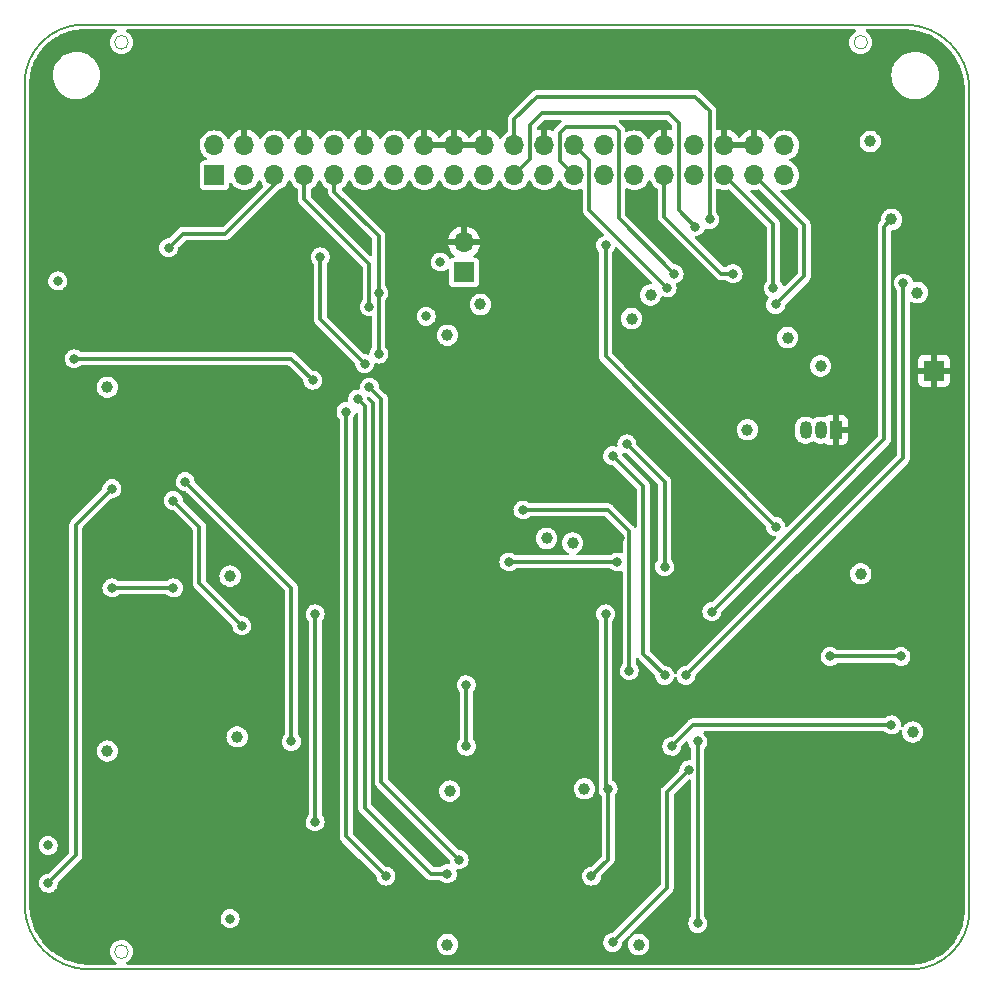
<source format=gbr>
G04 #@! TF.GenerationSoftware,KiCad,Pcbnew,(6.0.7-1)-1*
G04 #@! TF.CreationDate,2023-01-10T16:24:58-08:00*
G04 #@! TF.ProjectId,as3372,61733333-3732-42e6-9b69-6361645f7063,0.1*
G04 #@! TF.SameCoordinates,PX3d83120PY6590fa0*
G04 #@! TF.FileFunction,Copper,L4,Bot*
G04 #@! TF.FilePolarity,Positive*
%FSLAX46Y46*%
G04 Gerber Fmt 4.6, Leading zero omitted, Abs format (unit mm)*
G04 Created by KiCad (PCBNEW (6.0.7-1)-1) date 2023-01-10 16:24:58*
%MOMM*%
%LPD*%
G01*
G04 APERTURE LIST*
G04 #@! TA.AperFunction,Profile*
%ADD10C,0.150000*%
G04 #@! TD*
G04 #@! TA.AperFunction,Profile*
%ADD11C,0.050000*%
G04 #@! TD*
G04 #@! TA.AperFunction,ComponentPad*
%ADD12R,1.700000X1.700000*%
G04 #@! TD*
G04 #@! TA.AperFunction,ComponentPad*
%ADD13O,1.700000X1.700000*%
G04 #@! TD*
G04 #@! TA.AperFunction,ComponentPad*
%ADD14R,1.050000X1.500000*%
G04 #@! TD*
G04 #@! TA.AperFunction,ComponentPad*
%ADD15O,1.050000X1.500000*%
G04 #@! TD*
G04 #@! TA.AperFunction,ViaPad*
%ADD16C,1.000000*%
G04 #@! TD*
G04 #@! TA.AperFunction,ViaPad*
%ADD17C,0.800000*%
G04 #@! TD*
G04 #@! TA.AperFunction,Conductor*
%ADD18C,0.300000*%
G04 #@! TD*
G04 APERTURE END LIST*
D10*
X82500000Y75500000D02*
G75*
G03*
X77000000Y81000000I-5500000J0D01*
G01*
X7500000Y81000000D02*
G75*
G03*
X2500000Y76000000I0J-5000000D01*
G01*
X7500000Y81000000D02*
X77000000Y81000000D01*
X77500000Y1000000D02*
G75*
G03*
X82500000Y6000000I0J5000000D01*
G01*
X2500000Y6500000D02*
G75*
G03*
X8000000Y1000000I5500000J0D01*
G01*
X77500000Y1000000D02*
X8000000Y1000000D01*
X2500000Y76000000D02*
X2500000Y6500000D01*
X82500000Y6000000D02*
X82500000Y75500000D01*
D11*
X73876000Y79500000D02*
G75*
G03*
X73876000Y79500000I-576000J0D01*
G01*
X11276000Y2500000D02*
G75*
G03*
X11276000Y2500000I-576000J0D01*
G01*
X11276000Y79500000D02*
G75*
G03*
X11276000Y79500000I-576000J0D01*
G01*
D12*
X18575000Y68250000D03*
D13*
X18575000Y70790000D03*
X21115000Y68250000D03*
X21115000Y70790000D03*
X23655000Y68250000D03*
X23655000Y70790000D03*
X26195000Y68250000D03*
X26195000Y70790000D03*
X28735000Y68250000D03*
X28735000Y70790000D03*
X31275000Y68250000D03*
X31275000Y70790000D03*
X33815000Y68250000D03*
X33815000Y70790000D03*
X36355000Y68250000D03*
X36355000Y70790000D03*
X38895000Y68250000D03*
X38895000Y70790000D03*
X41435000Y68250000D03*
X41435000Y70790000D03*
X43975000Y68250000D03*
X43975000Y70790000D03*
X46515000Y68250000D03*
X46515000Y70790000D03*
X49055000Y68250000D03*
X49055000Y70790000D03*
X51595000Y68250000D03*
X51595000Y70790000D03*
X54135000Y68250000D03*
X54135000Y70790000D03*
X56675000Y68250000D03*
X56675000Y70790000D03*
X59215000Y68250000D03*
X59215000Y70790000D03*
X61755000Y68250000D03*
X61755000Y70790000D03*
X64295000Y68250000D03*
X64295000Y70790000D03*
X66835000Y68250000D03*
X66835000Y70790000D03*
D12*
X39700000Y60025000D03*
D13*
X39700000Y62565000D03*
D12*
X79500000Y51700000D03*
D14*
X71170000Y46660000D03*
D15*
X69900000Y46660000D03*
X68630000Y46660000D03*
D16*
X12500000Y46300000D03*
X26300000Y57100000D03*
D17*
X15300000Y21700000D03*
X22100000Y34500000D03*
X75300000Y28500000D03*
X61700000Y57300000D03*
X45300000Y64900000D03*
D16*
X36700000Y3100000D03*
D17*
X47500000Y57300000D03*
X49100000Y41900000D03*
D16*
X38300000Y52900000D03*
X19300000Y42900000D03*
X79100000Y69100000D03*
X41100000Y55700000D03*
X8100000Y19900000D03*
D17*
X47100000Y50500000D03*
D16*
X61900000Y25900000D03*
X48300000Y16300000D03*
D17*
X4500000Y14500000D03*
X15700000Y34900000D03*
X73900000Y23900000D03*
X64300000Y37300000D03*
D16*
X50100000Y38700000D03*
X12700000Y48700000D03*
X49300000Y18900000D03*
X45900000Y18900000D03*
X45100000Y37500000D03*
X79900000Y58300000D03*
X36900000Y16100000D03*
D17*
X10700000Y20300000D03*
X37700000Y43500000D03*
X29500000Y64500000D03*
D16*
X79700000Y21300000D03*
D17*
X46900000Y28700000D03*
X45100000Y9900000D03*
X6700000Y41100000D03*
X76900000Y60700000D03*
X52900000Y37500000D03*
X22300000Y48500000D03*
X22700000Y14717477D03*
D16*
X13300000Y44900000D03*
D17*
X60900000Y49500000D03*
D16*
X55300000Y55700000D03*
X68700000Y54500000D03*
X56300000Y3100000D03*
X67700000Y52100000D03*
D17*
X67300000Y60500000D03*
X27700000Y43700000D03*
X59100000Y28500000D03*
X48900000Y65500000D03*
X11500000Y36100000D03*
X23300000Y45500000D03*
D16*
X27100000Y46900000D03*
D17*
X42100000Y27500000D03*
X55500000Y65700000D03*
X7100000Y5100000D03*
D16*
X75100000Y34500000D03*
X53900000Y57700000D03*
D17*
X17500000Y49900000D03*
X43500000Y51500000D03*
D16*
X72500000Y71100000D03*
D17*
X17500000Y64700000D03*
X23500000Y22100000D03*
X24700000Y14700000D03*
D16*
X63700000Y44700000D03*
D17*
X50100000Y4300000D03*
X21500000Y6100000D03*
X52700000Y18900000D03*
X32700000Y15100000D03*
D16*
X73300000Y34500000D03*
X20500000Y20700000D03*
X78100000Y58300000D03*
X49900000Y16300000D03*
X67100000Y54500000D03*
X53900000Y56100000D03*
X38500000Y16100000D03*
X69900000Y52100000D03*
D17*
X57500000Y59900000D03*
X19900000Y5300000D03*
D16*
X46700000Y37500000D03*
X9500000Y19500000D03*
D17*
X4500000Y11500000D03*
D16*
X74100000Y71100000D03*
X54500000Y3100000D03*
X41100000Y57300000D03*
X77700000Y21100000D03*
X38300000Y3100000D03*
X55500000Y58100000D03*
X38300000Y54700000D03*
X9500000Y50300000D03*
D17*
X5300000Y59300000D03*
D16*
X19900000Y34300000D03*
D17*
X36500000Y56300000D03*
X37700000Y60900000D03*
X31700000Y57100000D03*
X32500000Y53100000D03*
X32500000Y58300000D03*
X65900000Y58700000D03*
D16*
X48900000Y37100000D03*
X63700000Y46700000D03*
D17*
X70700000Y27500000D03*
X76700000Y27500000D03*
X25100000Y20300000D03*
X16100000Y42300000D03*
X15100000Y40700000D03*
X20900000Y30100000D03*
X27100000Y13500000D03*
X27100000Y31100000D03*
X31300000Y52300000D03*
X27535000Y61335000D03*
X39900000Y19900000D03*
X39900000Y25100000D03*
X6700000Y52700000D03*
X26900000Y50900000D03*
X62500000Y59900000D03*
X56900000Y58700000D03*
X60500000Y64500000D03*
X59300000Y63900000D03*
X59500000Y4900000D03*
X59500000Y20300000D03*
X57300000Y19900000D03*
X75900000Y21700000D03*
X66100000Y57300000D03*
X14700000Y62100000D03*
X52300000Y3300000D03*
X58750500Y17900000D03*
X60700000Y31300000D03*
D16*
X75900000Y64500000D03*
D17*
X76900000Y59100000D03*
X58500000Y25900000D03*
X66100000Y38500000D03*
X51700000Y62300000D03*
X31700000Y50300000D03*
X39300000Y10300000D03*
X30700000Y49300000D03*
X38300000Y9100000D03*
X53700000Y26300000D03*
X44700000Y39900000D03*
X52300000Y44500000D03*
X56700000Y25900000D03*
X53500000Y45500000D03*
X56700000Y35100000D03*
X52700000Y35500000D03*
X43500000Y35500000D03*
X9900000Y33300000D03*
X15100000Y33300000D03*
X33100000Y8900000D03*
X29717005Y48232845D03*
X50500000Y8900000D03*
X51900000Y16300000D03*
X51700000Y31100000D03*
X9900000Y41700000D03*
X4500000Y8300000D03*
D18*
X47855000Y69450000D02*
X49055000Y68250000D01*
X47855000Y71855000D02*
X47855000Y69450000D01*
X52500000Y72300000D02*
X48300000Y72300000D01*
X57500000Y59900000D02*
X52795000Y64605000D01*
X52795000Y72005000D02*
X52500000Y72300000D01*
X52795000Y64605000D02*
X52795000Y72005000D01*
X48300000Y72300000D02*
X47855000Y71855000D01*
X31700000Y57100000D02*
X31700000Y60700000D01*
X31700000Y60700000D02*
X26195000Y66205000D01*
X26195000Y66205000D02*
X26195000Y68250000D01*
X28735000Y68250000D02*
X28735000Y66865000D01*
X28735000Y66865000D02*
X32100000Y63500000D01*
X32500000Y53100000D02*
X32500000Y58300000D01*
X32300000Y63300000D02*
X32500000Y63100000D01*
X32500000Y63100000D02*
X32500000Y58300000D01*
X32100000Y63500000D02*
X32300000Y63300000D01*
X61755000Y68250000D02*
X65900000Y64105000D01*
X65900000Y64105000D02*
X65900000Y58700000D01*
X76700000Y27500000D02*
X70700000Y27500000D01*
X25100000Y33300000D02*
X25100000Y20300000D01*
X16100000Y42300000D02*
X25100000Y33300000D01*
X20900000Y30100000D02*
X17300000Y33700000D01*
X17300000Y38500000D02*
X15100000Y40700000D01*
X17300000Y33700000D02*
X17300000Y38500000D01*
X27100000Y13500000D02*
X27100000Y31100000D01*
X31300000Y52300000D02*
X27535000Y56065000D01*
X27535000Y56065000D02*
X27535000Y61335000D01*
X39900000Y19900000D02*
X39900000Y25100000D01*
X26900000Y50900000D02*
X25100000Y52700000D01*
X25100000Y52700000D02*
X6700000Y52700000D01*
X56675000Y64725000D02*
X61500000Y59900000D01*
X56675000Y68250000D02*
X56675000Y64725000D01*
X61500000Y59900000D02*
X62500000Y59900000D01*
X50300000Y65300000D02*
X56900000Y58700000D01*
X50300000Y65500000D02*
X50300000Y65300000D01*
X50300000Y69545000D02*
X50300000Y65500000D01*
X49055000Y70790000D02*
X50300000Y69545000D01*
X59300000Y74900000D02*
X60500000Y73700000D01*
X43975000Y72975000D02*
X45900000Y74900000D01*
X43975000Y70790000D02*
X43975000Y72975000D01*
X45900000Y74900000D02*
X59300000Y74900000D01*
X60500000Y73700000D02*
X60500000Y64500000D01*
X57900000Y65300000D02*
X57900000Y72700000D01*
X46300000Y73500000D02*
X45300000Y72500000D01*
X45300000Y72500000D02*
X45300000Y69575000D01*
X45300000Y69575000D02*
X43975000Y68250000D01*
X57900000Y72700000D02*
X57100000Y73500000D01*
X59300000Y63900000D02*
X57900000Y65300000D01*
X57100000Y73500000D02*
X46300000Y73500000D01*
X59500000Y4900000D02*
X59500000Y20300000D01*
X59100000Y21700000D02*
X57300000Y19900000D01*
X75900000Y21700000D02*
X59100000Y21700000D01*
X68500000Y59700000D02*
X66100000Y57300000D01*
X64295000Y68250000D02*
X68500000Y64045000D01*
X68500000Y64045000D02*
X68500000Y59700000D01*
X14700000Y62100000D02*
X15900000Y63300000D01*
X23655000Y67455000D02*
X23655000Y68250000D01*
X15900000Y63300000D02*
X19500000Y63300000D01*
X19500000Y63300000D02*
X23655000Y67455000D01*
X56900000Y7900000D02*
X52300000Y3300000D01*
X58750500Y17900000D02*
X56900000Y16049500D01*
X56900000Y16049500D02*
X56900000Y7900000D01*
X75300000Y45900000D02*
X75300000Y63900000D01*
X75300000Y63900000D02*
X75900000Y64500000D01*
X60700000Y31300000D02*
X75300000Y45900000D01*
X58500000Y25900000D02*
X76900000Y44300000D01*
X76900000Y44300000D02*
X76900000Y59100000D01*
X51700000Y52900000D02*
X66100000Y38500000D01*
X51700000Y62300000D02*
X51700000Y52900000D01*
X31700000Y50300000D02*
X32700000Y49300000D01*
X32700000Y49300000D02*
X32700000Y16900000D01*
X32700000Y16900000D02*
X39300000Y10300000D01*
X31300000Y48700000D02*
X31300000Y14700000D01*
X31300000Y14700000D02*
X36900000Y9100000D01*
X30700000Y49300000D02*
X31300000Y48700000D01*
X36900000Y9100000D02*
X38300000Y9100000D01*
X53700000Y26300000D02*
X53700000Y38100000D01*
X51900000Y39900000D02*
X44700000Y39900000D01*
X53700000Y38100000D02*
X51900000Y39900000D01*
X54900000Y41900000D02*
X52300000Y44500000D01*
X54900000Y27700000D02*
X54900000Y41900000D01*
X56700000Y25900000D02*
X54900000Y27700000D01*
X56700000Y42300000D02*
X56700000Y35100000D01*
X53500000Y45500000D02*
X56700000Y42300000D01*
X15100000Y33300000D02*
X9900000Y33300000D01*
X52700000Y35500000D02*
X43500000Y35500000D01*
X29741423Y48208427D02*
X29741423Y12258577D01*
X29741423Y12258577D02*
X33100000Y8900000D01*
X29717005Y48232845D02*
X29741423Y48208427D01*
X51900000Y10300000D02*
X50500000Y8900000D01*
X51700000Y16500000D02*
X51900000Y16300000D01*
X51900000Y16300000D02*
X51900000Y10300000D01*
X51700000Y31100000D02*
X51700000Y16500000D01*
X6850000Y38650000D02*
X9900000Y41700000D01*
X6850000Y10650000D02*
X6850000Y38650000D01*
X4500000Y8300000D02*
X6850000Y10650000D01*
G04 #@! TA.AperFunction,Conductor*
G36*
X10250476Y80579498D02*
G01*
X10296969Y80525842D01*
X10307073Y80455568D01*
X10277579Y80390988D01*
X10240730Y80361838D01*
X10162717Y80321054D01*
X10013473Y80201058D01*
X9890378Y80054360D01*
X9887412Y80048965D01*
X9801088Y79891943D01*
X9798121Y79886546D01*
X9740217Y79704008D01*
X9739531Y79697891D01*
X9739530Y79697887D01*
X9725902Y79576383D01*
X9718871Y79513700D01*
X9719728Y79503506D01*
X9719996Y79500311D01*
X9719996Y79500306D01*
X9731571Y79362462D01*
X9734895Y79322870D01*
X9787680Y79138787D01*
X9875215Y78968462D01*
X9879038Y78963638D01*
X9879041Y78963634D01*
X9902220Y78934390D01*
X9994166Y78818384D01*
X10140002Y78694268D01*
X10145380Y78691262D01*
X10145382Y78691261D01*
X10185670Y78668745D01*
X10307168Y78600842D01*
X10489296Y78541665D01*
X10679451Y78518990D01*
X10685586Y78519462D01*
X10685588Y78519462D01*
X10864246Y78533209D01*
X10864250Y78533210D01*
X10870388Y78533682D01*
X10905799Y78543569D01*
X11048891Y78583521D01*
X11048895Y78583522D01*
X11054835Y78585181D01*
X11168372Y78642532D01*
X11220266Y78668745D01*
X11220268Y78668746D01*
X11225767Y78671524D01*
X11376672Y78789424D01*
X11501803Y78934390D01*
X11596394Y79100900D01*
X11656841Y79282611D01*
X11680842Y79472603D01*
X11681225Y79500000D01*
X11662538Y79690588D01*
X11607188Y79873916D01*
X11603595Y79880673D01*
X11520177Y80037560D01*
X11520175Y80037563D01*
X11517283Y80043002D01*
X11480984Y80087509D01*
X11400143Y80186631D01*
X11400141Y80186633D01*
X11396249Y80191405D01*
X11248694Y80313472D01*
X11212673Y80332949D01*
X11157716Y80362664D01*
X11107307Y80412659D01*
X11091930Y80481971D01*
X11116466Y80548593D01*
X11173126Y80591373D01*
X11217645Y80599500D01*
X72782355Y80599500D01*
X72850476Y80579498D01*
X72896969Y80525842D01*
X72907073Y80455568D01*
X72877579Y80390988D01*
X72840730Y80361838D01*
X72762717Y80321054D01*
X72613473Y80201058D01*
X72490378Y80054360D01*
X72487412Y80048965D01*
X72401088Y79891943D01*
X72398121Y79886546D01*
X72340217Y79704008D01*
X72339531Y79697891D01*
X72339530Y79697887D01*
X72325902Y79576383D01*
X72318871Y79513700D01*
X72319728Y79503506D01*
X72319996Y79500311D01*
X72319996Y79500306D01*
X72331571Y79362462D01*
X72334895Y79322870D01*
X72387680Y79138787D01*
X72475215Y78968462D01*
X72479038Y78963638D01*
X72479041Y78963634D01*
X72502220Y78934390D01*
X72594166Y78818384D01*
X72740002Y78694268D01*
X72745380Y78691262D01*
X72745382Y78691261D01*
X72785670Y78668745D01*
X72907168Y78600842D01*
X73089296Y78541665D01*
X73279451Y78518990D01*
X73285586Y78519462D01*
X73285588Y78519462D01*
X73464246Y78533209D01*
X73464250Y78533210D01*
X73470388Y78533682D01*
X73505799Y78543569D01*
X73648891Y78583521D01*
X73648895Y78583522D01*
X73654835Y78585181D01*
X73768372Y78642532D01*
X73820266Y78668745D01*
X73820268Y78668746D01*
X73825767Y78671524D01*
X73976672Y78789424D01*
X74101803Y78934390D01*
X74196394Y79100900D01*
X74256841Y79282611D01*
X74280842Y79472603D01*
X74281225Y79500000D01*
X74262538Y79690588D01*
X74207188Y79873916D01*
X74203595Y79880673D01*
X74120177Y80037560D01*
X74120175Y80037563D01*
X74117283Y80043002D01*
X74080984Y80087509D01*
X74000143Y80186631D01*
X74000141Y80186633D01*
X73996249Y80191405D01*
X73848694Y80313472D01*
X73812673Y80332949D01*
X73757716Y80362664D01*
X73707307Y80412659D01*
X73691930Y80481971D01*
X73716466Y80548593D01*
X73773126Y80591373D01*
X73817645Y80599500D01*
X76958564Y80599500D01*
X76978274Y80597949D01*
X77000000Y80594508D01*
X77012612Y80596505D01*
X77037521Y80597948D01*
X77196492Y80591373D01*
X77415905Y80582298D01*
X77426284Y80581438D01*
X77834180Y80530593D01*
X77844451Y80528879D01*
X78246748Y80444527D01*
X78256843Y80441971D01*
X78650815Y80324680D01*
X78660657Y80321302D01*
X79043617Y80171870D01*
X79053116Y80167703D01*
X79416126Y79990238D01*
X79422406Y79987168D01*
X79431565Y79982212D01*
X79784687Y79771796D01*
X79793404Y79766100D01*
X80127933Y79527252D01*
X80136152Y79520856D01*
X80449831Y79255183D01*
X80457492Y79248129D01*
X80748129Y78957492D01*
X80755183Y78949831D01*
X81020856Y78636152D01*
X81027252Y78627933D01*
X81266100Y78293404D01*
X81271796Y78284687D01*
X81482212Y77931565D01*
X81487166Y77922409D01*
X81655441Y77578200D01*
X81667699Y77553125D01*
X81671870Y77543617D01*
X81821299Y77160665D01*
X81824680Y77150815D01*
X81941971Y76756843D01*
X81944527Y76746748D01*
X82028879Y76344451D01*
X82030593Y76334180D01*
X82081438Y75926284D01*
X82082298Y75915905D01*
X82095411Y75598874D01*
X82097948Y75537524D01*
X82096505Y75512612D01*
X82094508Y75500000D01*
X82096059Y75490207D01*
X82097949Y75478274D01*
X82099500Y75458564D01*
X82099500Y6041436D01*
X82097949Y6021726D01*
X82094508Y6000000D01*
X82096059Y5990206D01*
X82096436Y5987826D01*
X82097868Y5962621D01*
X82084910Y5665820D01*
X82082238Y5604624D01*
X82081280Y5593673D01*
X82030340Y5206754D01*
X82028431Y5195930D01*
X81968569Y4925907D01*
X81949377Y4839335D01*
X81943967Y4814934D01*
X81941122Y4804317D01*
X81829897Y4451554D01*
X81823772Y4432129D01*
X81820016Y4421807D01*
X81675497Y4072906D01*
X81670666Y4061243D01*
X81666029Y4051299D01*
X81485820Y3705122D01*
X81480330Y3695613D01*
X81270644Y3366472D01*
X81264339Y3357468D01*
X81026771Y3047864D01*
X81019706Y3039444D01*
X80948837Y2962104D01*
X80779528Y2777334D01*
X80756055Y2751718D01*
X80748286Y2743949D01*
X80662101Y2664975D01*
X80460556Y2480294D01*
X80452136Y2473229D01*
X80142532Y2235661D01*
X80133528Y2229356D01*
X80000662Y2144711D01*
X79931893Y2100900D01*
X79804387Y2019670D01*
X79794878Y2014180D01*
X79448701Y1833971D01*
X79438766Y1829338D01*
X79078193Y1679984D01*
X79067878Y1676231D01*
X78695684Y1558878D01*
X78685066Y1556033D01*
X78304070Y1471569D01*
X78293246Y1469660D01*
X77906327Y1418720D01*
X77895376Y1417762D01*
X77537379Y1402132D01*
X77512174Y1403564D01*
X77509794Y1403941D01*
X77500000Y1405492D01*
X77490207Y1403941D01*
X77478274Y1402051D01*
X77458564Y1400500D01*
X11218122Y1400500D01*
X11150001Y1420502D01*
X11103508Y1474158D01*
X11093404Y1544432D01*
X11122898Y1609012D01*
X11161312Y1638966D01*
X11220266Y1668745D01*
X11220268Y1668746D01*
X11225767Y1671524D01*
X11376672Y1789424D01*
X11501803Y1934390D01*
X11596394Y2100900D01*
X11656841Y2282611D01*
X11680842Y2472603D01*
X11681225Y2500000D01*
X11662538Y2690588D01*
X11607188Y2873916D01*
X11603595Y2880673D01*
X11520177Y3037560D01*
X11520175Y3037563D01*
X11517283Y3043002D01*
X11470797Y3100000D01*
X37394540Y3100000D01*
X37395230Y3093435D01*
X37401103Y3037560D01*
X37414326Y2911744D01*
X37472821Y2731716D01*
X37476124Y2725994D01*
X37476125Y2725993D01*
X37557232Y2585512D01*
X37567467Y2567784D01*
X37571885Y2562877D01*
X37571886Y2562876D01*
X37656324Y2469099D01*
X37694129Y2427112D01*
X37699468Y2423233D01*
X37829453Y2328794D01*
X37847270Y2315849D01*
X38020197Y2238856D01*
X38118212Y2218022D01*
X38198897Y2200872D01*
X38198901Y2200872D01*
X38205354Y2199500D01*
X38394646Y2199500D01*
X38401099Y2200872D01*
X38401103Y2200872D01*
X38481788Y2218022D01*
X38579803Y2238856D01*
X38752730Y2315849D01*
X38770548Y2328794D01*
X38900532Y2423233D01*
X38905871Y2427112D01*
X38943677Y2469099D01*
X39028114Y2562876D01*
X39028115Y2562877D01*
X39032533Y2567784D01*
X39042768Y2585512D01*
X39123875Y2725993D01*
X39123876Y2725994D01*
X39127179Y2731716D01*
X39185674Y2911744D01*
X39198898Y3037560D01*
X39204770Y3093435D01*
X39205460Y3100000D01*
X39185674Y3288256D01*
X39178204Y3311247D01*
X51494514Y3311247D01*
X51495201Y3304240D01*
X51495201Y3304237D01*
X51496768Y3288256D01*
X51512039Y3132514D01*
X51514262Y3125832D01*
X51514262Y3125831D01*
X51543626Y3037560D01*
X51568726Y2962104D01*
X51572373Y2956082D01*
X51625708Y2868016D01*
X51661759Y2808488D01*
X51786514Y2679301D01*
X51936789Y2580964D01*
X52105116Y2518364D01*
X52112097Y2517433D01*
X52112099Y2517432D01*
X52276149Y2495543D01*
X52276153Y2495543D01*
X52283130Y2494612D01*
X52290142Y2495250D01*
X52290146Y2495250D01*
X52454960Y2510249D01*
X52454961Y2510249D01*
X52461981Y2510888D01*
X52575499Y2547773D01*
X52626082Y2564208D01*
X52632782Y2566385D01*
X52751504Y2637157D01*
X52780992Y2654735D01*
X52780994Y2654736D01*
X52787044Y2658343D01*
X52917099Y2782193D01*
X52934570Y2808488D01*
X52978040Y2873916D01*
X53016483Y2931778D01*
X53057382Y3039444D01*
X53077757Y3093081D01*
X53077758Y3093086D01*
X53080257Y3099664D01*
X53085859Y3139524D01*
X53104700Y3273584D01*
X53104700Y3273589D01*
X53105251Y3277507D01*
X53105306Y3281466D01*
X53105508Y3284089D01*
X53130678Y3350474D01*
X53142042Y3363517D01*
X53590061Y3811536D01*
X53652373Y3845562D01*
X53723188Y3840497D01*
X53780024Y3797950D01*
X53804835Y3731430D01*
X53789744Y3662056D01*
X53772792Y3638130D01*
X53767467Y3632216D01*
X53764164Y3626495D01*
X53680279Y3481201D01*
X53672821Y3468284D01*
X53614326Y3288256D01*
X53594540Y3100000D01*
X53595230Y3093435D01*
X53601103Y3037560D01*
X53614326Y2911744D01*
X53672821Y2731716D01*
X53676124Y2725994D01*
X53676125Y2725993D01*
X53757232Y2585512D01*
X53767467Y2567784D01*
X53771885Y2562877D01*
X53771886Y2562876D01*
X53856324Y2469099D01*
X53894129Y2427112D01*
X53899468Y2423233D01*
X54029453Y2328794D01*
X54047270Y2315849D01*
X54220197Y2238856D01*
X54318212Y2218022D01*
X54398897Y2200872D01*
X54398901Y2200872D01*
X54405354Y2199500D01*
X54594646Y2199500D01*
X54601099Y2200872D01*
X54601103Y2200872D01*
X54681788Y2218022D01*
X54779803Y2238856D01*
X54952730Y2315849D01*
X54970548Y2328794D01*
X55100532Y2423233D01*
X55105871Y2427112D01*
X55143677Y2469099D01*
X55228114Y2562876D01*
X55228115Y2562877D01*
X55232533Y2567784D01*
X55242768Y2585512D01*
X55323875Y2725993D01*
X55323876Y2725994D01*
X55327179Y2731716D01*
X55385674Y2911744D01*
X55398898Y3037560D01*
X55404770Y3093435D01*
X55405460Y3100000D01*
X55385674Y3288256D01*
X55327179Y3468284D01*
X55319722Y3481201D01*
X55235836Y3626495D01*
X55232533Y3632216D01*
X55205665Y3662056D01*
X55110286Y3767985D01*
X55110284Y3767986D01*
X55105871Y3772888D01*
X55052676Y3811536D01*
X54958072Y3880270D01*
X54958071Y3880271D01*
X54952730Y3884151D01*
X54779803Y3961144D01*
X54680539Y3982243D01*
X54601103Y3999128D01*
X54601099Y3999128D01*
X54594646Y4000500D01*
X54405354Y4000500D01*
X54398901Y3999128D01*
X54398897Y3999128D01*
X54319461Y3982243D01*
X54220197Y3961144D01*
X54047270Y3884151D01*
X54041929Y3880271D01*
X54041928Y3880270D01*
X53936077Y3803365D01*
X53869209Y3779506D01*
X53800057Y3795587D01*
X53750577Y3846501D01*
X53736478Y3916084D01*
X53762237Y3982243D01*
X53772921Y3994396D01*
X57278655Y7500130D01*
X57282464Y7503783D01*
X57321833Y7539985D01*
X57328156Y7545799D01*
X57351095Y7582797D01*
X57357797Y7592548D01*
X57384112Y7627216D01*
X57389646Y7641193D01*
X57399709Y7661202D01*
X57403111Y7666688D01*
X57403113Y7666692D01*
X57407635Y7673986D01*
X57410029Y7682228D01*
X57410031Y7682231D01*
X57419779Y7715784D01*
X57423618Y7726997D01*
X57439635Y7767453D01*
X57441206Y7782402D01*
X57445519Y7804385D01*
X57446712Y7808488D01*
X57449715Y7818825D01*
X57450500Y7829515D01*
X57450500Y7864219D01*
X57451190Y7877390D01*
X57454503Y7908912D01*
X57455401Y7917454D01*
X57453969Y7925919D01*
X57453969Y7925928D01*
X57452265Y7936000D01*
X57450500Y7957013D01*
X57450500Y15769285D01*
X57470502Y15837406D01*
X57487405Y15858380D01*
X58690384Y17061359D01*
X58752696Y17095385D01*
X58768060Y17097745D01*
X58812081Y17101751D01*
X58881734Y17088005D01*
X58932898Y17038784D01*
X58949500Y16976270D01*
X58949500Y5534346D01*
X58929498Y5466225D01*
X58911657Y5444322D01*
X58880767Y5414072D01*
X58875732Y5409141D01*
X58778446Y5258183D01*
X58717022Y5089422D01*
X58694514Y4911247D01*
X58695201Y4904240D01*
X58695201Y4904237D01*
X58701565Y4839335D01*
X58712039Y4732514D01*
X58714262Y4725832D01*
X58714262Y4725831D01*
X58722967Y4699664D01*
X58768726Y4562104D01*
X58772373Y4556082D01*
X58850622Y4426878D01*
X58861759Y4408488D01*
X58986514Y4279301D01*
X59136789Y4180964D01*
X59305116Y4118364D01*
X59312097Y4117433D01*
X59312099Y4117432D01*
X59476149Y4095543D01*
X59476153Y4095543D01*
X59483130Y4094612D01*
X59490142Y4095250D01*
X59490146Y4095250D01*
X59654960Y4110249D01*
X59654961Y4110249D01*
X59661981Y4110888D01*
X59832782Y4166385D01*
X59956666Y4240234D01*
X59980992Y4254735D01*
X59980994Y4254736D01*
X59987044Y4258343D01*
X60117099Y4382193D01*
X60134570Y4408488D01*
X60192214Y4495250D01*
X60216483Y4531778D01*
X60270175Y4673122D01*
X60277757Y4693081D01*
X60277758Y4693086D01*
X60280257Y4699664D01*
X60292681Y4788064D01*
X60304700Y4873584D01*
X60304700Y4873589D01*
X60305251Y4877507D01*
X60305565Y4900000D01*
X60285546Y5078472D01*
X60279427Y5096045D01*
X60228803Y5241416D01*
X60226485Y5248073D01*
X60205618Y5281468D01*
X60135049Y5394401D01*
X60131316Y5400375D01*
X60122611Y5409141D01*
X60087094Y5444907D01*
X60053287Y5507338D01*
X60050500Y5533691D01*
X60050500Y19664767D01*
X60070502Y19732888D01*
X60089607Y19756011D01*
X60111996Y19777333D01*
X60111998Y19777335D01*
X60117099Y19782193D01*
X60216483Y19931778D01*
X60254636Y20032216D01*
X60277757Y20093081D01*
X60277758Y20093086D01*
X60280257Y20099664D01*
X60300197Y20241545D01*
X60304700Y20273584D01*
X60304700Y20273589D01*
X60305251Y20277507D01*
X60305565Y20300000D01*
X60285546Y20478472D01*
X60279427Y20496045D01*
X60228803Y20641416D01*
X60226485Y20648073D01*
X60194038Y20700000D01*
X60135049Y20794401D01*
X60131316Y20800375D01*
X60050874Y20881380D01*
X60009730Y20922813D01*
X60009726Y20922816D01*
X60004770Y20927807D01*
X60004840Y20927877D01*
X59966075Y20983577D01*
X59963462Y21054525D01*
X59999622Y21115624D01*
X60063074Y21147473D01*
X60085583Y21149500D01*
X75265240Y21149500D01*
X75333361Y21129498D01*
X75355873Y21111031D01*
X75386514Y21079301D01*
X75536789Y20980964D01*
X75705116Y20918364D01*
X75712097Y20917433D01*
X75712099Y20917432D01*
X75876149Y20895543D01*
X75876153Y20895543D01*
X75883130Y20894612D01*
X75890142Y20895250D01*
X75890146Y20895250D01*
X76054960Y20910249D01*
X76054961Y20910249D01*
X76061981Y20910888D01*
X76232782Y20966385D01*
X76329495Y21024037D01*
X76380992Y21054735D01*
X76380994Y21054736D01*
X76387044Y21058343D01*
X76517099Y21182193D01*
X76573062Y21266423D01*
X76627419Y21312093D01*
X76697839Y21321125D01*
X76761963Y21290651D01*
X76799432Y21230347D01*
X76803319Y21183527D01*
X76794540Y21100000D01*
X76795230Y21093435D01*
X76813163Y20922813D01*
X76814326Y20911744D01*
X76872821Y20731716D01*
X76876124Y20725994D01*
X76876125Y20725993D01*
X76898343Y20687510D01*
X76967467Y20567784D01*
X76971885Y20562877D01*
X76971886Y20562876D01*
X77045266Y20481380D01*
X77094129Y20427112D01*
X77099468Y20423233D01*
X77209556Y20343250D01*
X77247270Y20315849D01*
X77420197Y20238856D01*
X77518212Y20218022D01*
X77598897Y20200872D01*
X77598901Y20200872D01*
X77605354Y20199500D01*
X77794646Y20199500D01*
X77801099Y20200872D01*
X77801103Y20200872D01*
X77881788Y20218022D01*
X77979803Y20238856D01*
X78152730Y20315849D01*
X78190445Y20343250D01*
X78300532Y20423233D01*
X78305871Y20427112D01*
X78354735Y20481380D01*
X78428114Y20562876D01*
X78428115Y20562877D01*
X78432533Y20567784D01*
X78501657Y20687510D01*
X78523875Y20725993D01*
X78523876Y20725994D01*
X78527179Y20731716D01*
X78585674Y20911744D01*
X78586838Y20922813D01*
X78604770Y21093435D01*
X78605460Y21100000D01*
X78600471Y21147473D01*
X78586364Y21281693D01*
X78586364Y21281695D01*
X78585674Y21288256D01*
X78527179Y21468284D01*
X78516468Y21486837D01*
X78435836Y21626495D01*
X78432533Y21632216D01*
X78408189Y21659253D01*
X78310286Y21767985D01*
X78310284Y21767986D01*
X78305871Y21772888D01*
X78152730Y21884151D01*
X77979803Y21961144D01*
X77881788Y21981978D01*
X77801103Y21999128D01*
X77801099Y21999128D01*
X77794646Y22000500D01*
X77605354Y22000500D01*
X77598901Y21999128D01*
X77598897Y21999128D01*
X77518212Y21981978D01*
X77420197Y21961144D01*
X77247270Y21884151D01*
X77094129Y21772888D01*
X77089716Y21767986D01*
X77089714Y21767985D01*
X76991811Y21659253D01*
X76967467Y21632216D01*
X76964164Y21626495D01*
X76936578Y21578715D01*
X76885195Y21529722D01*
X76815482Y21516286D01*
X76749571Y21542673D01*
X76708389Y21600505D01*
X76702685Y21659251D01*
X76705251Y21677507D01*
X76705565Y21700000D01*
X76685546Y21878472D01*
X76626485Y22048073D01*
X76590450Y22105742D01*
X76535049Y22194401D01*
X76531316Y22200375D01*
X76445814Y22286476D01*
X76409733Y22322810D01*
X76409729Y22322813D01*
X76404770Y22327807D01*
X76393761Y22334794D01*
X76346860Y22364558D01*
X76253136Y22424037D01*
X76223352Y22434643D01*
X76090586Y22481919D01*
X76090581Y22481920D01*
X76083951Y22484281D01*
X76076965Y22485114D01*
X76076961Y22485115D01*
X75949177Y22500352D01*
X75905624Y22505545D01*
X75898621Y22504809D01*
X75898620Y22504809D01*
X75734025Y22487510D01*
X75734021Y22487509D01*
X75727017Y22486773D01*
X75720346Y22484502D01*
X75563677Y22431168D01*
X75563674Y22431167D01*
X75557007Y22428897D01*
X75551009Y22425207D01*
X75551007Y22425206D01*
X75410044Y22338485D01*
X75410042Y22338483D01*
X75404045Y22334794D01*
X75379320Y22310581D01*
X75354704Y22286476D01*
X75292039Y22253106D01*
X75266547Y22250500D01*
X59114993Y22250500D01*
X59109717Y22250611D01*
X59105310Y22250796D01*
X59047706Y22253210D01*
X59039341Y22251248D01*
X59005338Y22243273D01*
X58993667Y22241110D01*
X58978771Y22239069D01*
X58950568Y22235206D01*
X58942684Y22231794D01*
X58942683Y22231794D01*
X58936770Y22229235D01*
X58915501Y22222201D01*
X58909228Y22220730D01*
X58909226Y22220729D01*
X58900864Y22218768D01*
X58893336Y22214629D01*
X58893335Y22214629D01*
X58862735Y22197806D01*
X58852073Y22192583D01*
X58820027Y22178716D01*
X58820026Y22178715D01*
X58812145Y22175305D01*
X58805472Y22169901D01*
X58800459Y22165842D01*
X58781871Y22153351D01*
X58768692Y22146106D01*
X58760578Y22139102D01*
X58736043Y22114567D01*
X58726242Y22105742D01*
X58694930Y22080386D01*
X58689954Y22073384D01*
X58689952Y22073382D01*
X58684032Y22065051D01*
X58670421Y22048945D01*
X57361085Y20739609D01*
X57298773Y20705583D01*
X57285163Y20703395D01*
X57252866Y20700000D01*
X57134025Y20687510D01*
X57134021Y20687509D01*
X57127017Y20686773D01*
X57120346Y20684502D01*
X56963677Y20631168D01*
X56963674Y20631167D01*
X56957007Y20628897D01*
X56804045Y20534794D01*
X56799014Y20529868D01*
X56799011Y20529865D01*
X56749885Y20481757D01*
X56675732Y20409141D01*
X56671915Y20403218D01*
X56671912Y20403214D01*
X56618110Y20319730D01*
X56578446Y20258183D01*
X56576037Y20251563D01*
X56576035Y20251560D01*
X56569070Y20232424D01*
X56517022Y20089422D01*
X56494514Y19911247D01*
X56495201Y19904240D01*
X56495201Y19904237D01*
X56499343Y19861999D01*
X56512039Y19732514D01*
X56514262Y19725832D01*
X56514262Y19725831D01*
X56525732Y19691352D01*
X56568726Y19562104D01*
X56572373Y19556082D01*
X56609601Y19494612D01*
X56661759Y19408488D01*
X56786514Y19279301D01*
X56936789Y19180964D01*
X57105116Y19118364D01*
X57112097Y19117433D01*
X57112099Y19117432D01*
X57276149Y19095543D01*
X57276153Y19095543D01*
X57283130Y19094612D01*
X57290142Y19095250D01*
X57290146Y19095250D01*
X57454960Y19110249D01*
X57454961Y19110249D01*
X57461981Y19110888D01*
X57632782Y19166385D01*
X57663714Y19184824D01*
X57780992Y19254735D01*
X57780994Y19254736D01*
X57787044Y19258343D01*
X57917099Y19382193D01*
X57934570Y19408488D01*
X57992214Y19495250D01*
X58016483Y19531778D01*
X58067001Y19664767D01*
X58077757Y19693081D01*
X58077758Y19693086D01*
X58080257Y19699664D01*
X58085859Y19739524D01*
X58104700Y19873584D01*
X58104700Y19873589D01*
X58105251Y19877507D01*
X58105306Y19881468D01*
X58105508Y19884089D01*
X58130678Y19950474D01*
X58142042Y19963517D01*
X58487749Y20309224D01*
X58550061Y20343250D01*
X58620876Y20338185D01*
X58677712Y20295638D01*
X58702243Y20232425D01*
X58712039Y20132514D01*
X58714262Y20125832D01*
X58714262Y20125831D01*
X58743771Y20037124D01*
X58768726Y19962104D01*
X58772373Y19956082D01*
X58843368Y19838856D01*
X58861759Y19808488D01*
X58887152Y19782193D01*
X58914137Y19754249D01*
X58947069Y19691352D01*
X58949500Y19666722D01*
X58949500Y18824404D01*
X58929498Y18756283D01*
X58875842Y18709790D01*
X58808581Y18699290D01*
X58756124Y18705545D01*
X58749121Y18704809D01*
X58749120Y18704809D01*
X58584525Y18687510D01*
X58584521Y18687509D01*
X58577517Y18686773D01*
X58570846Y18684502D01*
X58414177Y18631168D01*
X58414174Y18631167D01*
X58407507Y18628897D01*
X58254545Y18534794D01*
X58249514Y18529868D01*
X58249511Y18529865D01*
X58187383Y18469024D01*
X58126232Y18409141D01*
X58028946Y18258183D01*
X57967522Y18089422D01*
X57945014Y17911247D01*
X57942033Y17911624D01*
X57924995Y17856560D01*
X57909090Y17837115D01*
X56521358Y16449382D01*
X56517549Y16445729D01*
X56471844Y16403701D01*
X56448901Y16366698D01*
X56442200Y16356948D01*
X56415888Y16322283D01*
X56411519Y16311247D01*
X56410354Y16308305D01*
X56400293Y16288301D01*
X56392365Y16275514D01*
X56389968Y16267263D01*
X56389967Y16267261D01*
X56380225Y16233728D01*
X56376380Y16222498D01*
X56360364Y16182047D01*
X56359466Y16173506D01*
X56359466Y16173505D01*
X56358792Y16167092D01*
X56354480Y16145117D01*
X56350285Y16130675D01*
X56349500Y16119985D01*
X56349500Y16085283D01*
X56348810Y16072113D01*
X56344599Y16032046D01*
X56346031Y16023581D01*
X56346031Y16023572D01*
X56347735Y16013500D01*
X56349500Y15992487D01*
X56349500Y8180214D01*
X56329498Y8112093D01*
X56312595Y8091119D01*
X52361085Y4139609D01*
X52298773Y4105583D01*
X52285163Y4103395D01*
X52240277Y4098677D01*
X52134025Y4087510D01*
X52134021Y4087509D01*
X52127017Y4086773D01*
X52120346Y4084502D01*
X51963677Y4031168D01*
X51963674Y4031167D01*
X51957007Y4028897D01*
X51951009Y4025207D01*
X51951007Y4025206D01*
X51881172Y3982243D01*
X51804045Y3934794D01*
X51799014Y3929868D01*
X51799011Y3929865D01*
X51755073Y3886837D01*
X51675732Y3809141D01*
X51671913Y3803216D01*
X51671912Y3803214D01*
X51615264Y3715313D01*
X51578446Y3658183D01*
X51576037Y3651563D01*
X51576035Y3651560D01*
X51547734Y3573802D01*
X51517022Y3489422D01*
X51494514Y3311247D01*
X39178204Y3311247D01*
X39127179Y3468284D01*
X39119722Y3481201D01*
X39035836Y3626495D01*
X39032533Y3632216D01*
X39005665Y3662056D01*
X38910286Y3767985D01*
X38910284Y3767986D01*
X38905871Y3772888D01*
X38852676Y3811536D01*
X38758072Y3880270D01*
X38758071Y3880271D01*
X38752730Y3884151D01*
X38579803Y3961144D01*
X38480539Y3982243D01*
X38401103Y3999128D01*
X38401099Y3999128D01*
X38394646Y4000500D01*
X38205354Y4000500D01*
X38198901Y3999128D01*
X38198897Y3999128D01*
X38119461Y3982243D01*
X38020197Y3961144D01*
X37847270Y3884151D01*
X37841929Y3880271D01*
X37841928Y3880270D01*
X37747324Y3811536D01*
X37694129Y3772888D01*
X37689716Y3767986D01*
X37689714Y3767985D01*
X37594335Y3662056D01*
X37567467Y3632216D01*
X37564164Y3626495D01*
X37480279Y3481201D01*
X37472821Y3468284D01*
X37414326Y3288256D01*
X37394540Y3100000D01*
X11470797Y3100000D01*
X11396249Y3191405D01*
X11248694Y3313472D01*
X11080240Y3404555D01*
X10897303Y3461184D01*
X10891185Y3461827D01*
X10891180Y3461828D01*
X10712979Y3480557D01*
X10712977Y3480557D01*
X10706850Y3481201D01*
X10627800Y3474007D01*
X10522276Y3464404D01*
X10522273Y3464403D01*
X10516137Y3463845D01*
X10510231Y3462107D01*
X10510227Y3462106D01*
X10392474Y3427449D01*
X10332427Y3409776D01*
X10162717Y3321054D01*
X10013473Y3201058D01*
X9890378Y3054360D01*
X9887412Y3048965D01*
X9884134Y3043002D01*
X9798121Y2886546D01*
X9740217Y2704008D01*
X9739531Y2697891D01*
X9739530Y2697887D01*
X9719558Y2519825D01*
X9718871Y2513700D01*
X9719728Y2503506D01*
X9719996Y2500311D01*
X9719996Y2500306D01*
X9733523Y2339214D01*
X9734895Y2322870D01*
X9787680Y2138787D01*
X9875215Y1968462D01*
X9879038Y1963638D01*
X9879041Y1963634D01*
X9902220Y1934390D01*
X9994166Y1818384D01*
X10140002Y1694268D01*
X10145380Y1691262D01*
X10145382Y1691261D01*
X10243387Y1636488D01*
X10293093Y1585795D01*
X10307501Y1516275D01*
X10282037Y1450002D01*
X10224786Y1408017D01*
X10181917Y1400500D01*
X8041436Y1400500D01*
X8021726Y1402051D01*
X8009793Y1403941D01*
X8000000Y1405492D01*
X7987388Y1403495D01*
X7962479Y1402052D01*
X7797517Y1408875D01*
X7584095Y1417702D01*
X7573716Y1418562D01*
X7165820Y1469407D01*
X7155549Y1471121D01*
X6753252Y1555473D01*
X6743157Y1558029D01*
X6349185Y1675320D01*
X6339343Y1678698D01*
X5956383Y1828130D01*
X5946884Y1832297D01*
X5577591Y2012834D01*
X5568435Y2017788D01*
X5215313Y2228204D01*
X5206596Y2233900D01*
X4872067Y2472748D01*
X4863848Y2479144D01*
X4550169Y2744817D01*
X4542508Y2751871D01*
X4251871Y3042508D01*
X4244817Y3050169D01*
X3979144Y3363848D01*
X3972748Y3372067D01*
X3733900Y3706596D01*
X3728204Y3715313D01*
X3517788Y4068435D01*
X3512832Y4077594D01*
X3508345Y4086773D01*
X3332297Y4446884D01*
X3328130Y4456383D01*
X3178698Y4839343D01*
X3175320Y4849185D01*
X3058029Y5243157D01*
X3055473Y5253252D01*
X3043313Y5311247D01*
X19094514Y5311247D01*
X19095201Y5304240D01*
X19095201Y5304237D01*
X19096005Y5296037D01*
X19112039Y5132514D01*
X19114262Y5125832D01*
X19114262Y5125831D01*
X19126374Y5089422D01*
X19168726Y4962104D01*
X19172373Y4956082D01*
X19222336Y4873584D01*
X19261759Y4808488D01*
X19386514Y4679301D01*
X19536789Y4580964D01*
X19705116Y4518364D01*
X19712097Y4517433D01*
X19712099Y4517432D01*
X19876149Y4495543D01*
X19876153Y4495543D01*
X19883130Y4494612D01*
X19890142Y4495250D01*
X19890146Y4495250D01*
X20054960Y4510249D01*
X20054961Y4510249D01*
X20061981Y4510888D01*
X20232782Y4566385D01*
X20263714Y4584824D01*
X20380992Y4654735D01*
X20380994Y4654736D01*
X20387044Y4658343D01*
X20517099Y4782193D01*
X20531798Y4804316D01*
X20612582Y4925907D01*
X20616483Y4931778D01*
X20631168Y4970436D01*
X20677757Y5093081D01*
X20677758Y5093086D01*
X20680257Y5099664D01*
X20681237Y5106636D01*
X20704700Y5273584D01*
X20704700Y5273589D01*
X20705251Y5277507D01*
X20705565Y5300000D01*
X20685546Y5478472D01*
X20679427Y5496045D01*
X20628803Y5641416D01*
X20626485Y5648073D01*
X20621814Y5655549D01*
X20535049Y5794401D01*
X20531316Y5800375D01*
X20467771Y5864365D01*
X20409733Y5922810D01*
X20409729Y5922813D01*
X20404770Y5927807D01*
X20393761Y5934794D01*
X20306445Y5990206D01*
X20253136Y6024037D01*
X20204274Y6041436D01*
X20090586Y6081919D01*
X20090581Y6081920D01*
X20083951Y6084281D01*
X20076965Y6085114D01*
X20076961Y6085115D01*
X19949177Y6100352D01*
X19905624Y6105545D01*
X19898621Y6104809D01*
X19898620Y6104809D01*
X19734025Y6087510D01*
X19734021Y6087509D01*
X19727017Y6086773D01*
X19720346Y6084502D01*
X19563677Y6031168D01*
X19563674Y6031167D01*
X19557007Y6028897D01*
X19551009Y6025207D01*
X19551007Y6025206D01*
X19525954Y6009793D01*
X19404045Y5934794D01*
X19399014Y5929868D01*
X19399011Y5929865D01*
X19391807Y5922810D01*
X19275732Y5809141D01*
X19271913Y5803216D01*
X19271912Y5803214D01*
X19183368Y5665820D01*
X19178446Y5658183D01*
X19117022Y5489422D01*
X19094514Y5311247D01*
X3043313Y5311247D01*
X2971121Y5655549D01*
X2969407Y5665820D01*
X2918562Y6073716D01*
X2917702Y6084095D01*
X2902052Y6462476D01*
X2903495Y6487388D01*
X2905492Y6500000D01*
X2902051Y6521726D01*
X2900500Y6541436D01*
X2900500Y8311247D01*
X3694514Y8311247D01*
X3695201Y8304240D01*
X3695201Y8304237D01*
X3698207Y8273584D01*
X3712039Y8132514D01*
X3714262Y8125832D01*
X3714262Y8125831D01*
X3722967Y8099664D01*
X3768726Y7962104D01*
X3772373Y7956082D01*
X3855499Y7818825D01*
X3861759Y7808488D01*
X3866648Y7803425D01*
X3866649Y7803424D01*
X3881482Y7788064D01*
X3986514Y7679301D01*
X4136789Y7580964D01*
X4305116Y7518364D01*
X4312097Y7517433D01*
X4312099Y7517432D01*
X4476149Y7495543D01*
X4476153Y7495543D01*
X4483130Y7494612D01*
X4490142Y7495250D01*
X4490146Y7495250D01*
X4654960Y7510249D01*
X4654961Y7510249D01*
X4661981Y7510888D01*
X4832782Y7566385D01*
X4868753Y7587828D01*
X4980992Y7654735D01*
X4980994Y7654736D01*
X4987044Y7658343D01*
X5117099Y7782193D01*
X5124667Y7793583D01*
X5212582Y7925907D01*
X5216483Y7931778D01*
X5231168Y7970436D01*
X5277757Y8093081D01*
X5277758Y8093086D01*
X5280257Y8099664D01*
X5281745Y8110249D01*
X5304700Y8273584D01*
X5304700Y8273589D01*
X5305251Y8277507D01*
X5305306Y8281466D01*
X5305508Y8284089D01*
X5330678Y8350474D01*
X5342042Y8363517D01*
X7228642Y10250118D01*
X7232451Y10253771D01*
X7258133Y10277387D01*
X7278156Y10295799D01*
X7301099Y10332802D01*
X7307800Y10342552D01*
X7334112Y10377217D01*
X7339646Y10391196D01*
X7349707Y10411199D01*
X7357635Y10423986D01*
X7369775Y10465772D01*
X7373621Y10477005D01*
X7374202Y10478472D01*
X7389636Y10517453D01*
X7391208Y10532408D01*
X7395520Y10554383D01*
X7399715Y10568825D01*
X7400500Y10579515D01*
X7400500Y10614217D01*
X7401190Y10627387D01*
X7404503Y10658912D01*
X7405401Y10667454D01*
X7403969Y10675919D01*
X7403969Y10675928D01*
X7402265Y10686000D01*
X7400500Y10707013D01*
X7400500Y13511247D01*
X26294514Y13511247D01*
X26295201Y13504240D01*
X26295201Y13504237D01*
X26296005Y13496037D01*
X26312039Y13332514D01*
X26314262Y13325832D01*
X26314262Y13325831D01*
X26322967Y13299664D01*
X26368726Y13162104D01*
X26461759Y13008488D01*
X26586514Y12879301D01*
X26736789Y12780964D01*
X26905116Y12718364D01*
X26912097Y12717433D01*
X26912099Y12717432D01*
X27076149Y12695543D01*
X27076153Y12695543D01*
X27083130Y12694612D01*
X27090142Y12695250D01*
X27090146Y12695250D01*
X27254960Y12710249D01*
X27254961Y12710249D01*
X27261981Y12710888D01*
X27432782Y12766385D01*
X27463714Y12784824D01*
X27580992Y12854735D01*
X27580994Y12854736D01*
X27587044Y12858343D01*
X27717099Y12982193D01*
X27734570Y13008488D01*
X27812582Y13125907D01*
X27816483Y13131778D01*
X27831168Y13170436D01*
X27877757Y13293081D01*
X27877758Y13293086D01*
X27880257Y13299664D01*
X27905251Y13477507D01*
X27905565Y13500000D01*
X27885546Y13678472D01*
X27879427Y13696045D01*
X27828803Y13841416D01*
X27826485Y13848073D01*
X27731316Y14000375D01*
X27722611Y14009141D01*
X27687094Y14044907D01*
X27653287Y14107338D01*
X27650500Y14133691D01*
X27650500Y30464767D01*
X27670502Y30532888D01*
X27689607Y30556011D01*
X27711996Y30577333D01*
X27711998Y30577335D01*
X27717099Y30582193D01*
X27816483Y30731778D01*
X27843699Y30803424D01*
X27877757Y30893081D01*
X27877758Y30893086D01*
X27880257Y30899664D01*
X27888186Y30956082D01*
X27904700Y31073584D01*
X27904700Y31073589D01*
X27905251Y31077507D01*
X27905403Y31088424D01*
X27905510Y31096037D01*
X27905510Y31096042D01*
X27905565Y31100000D01*
X27885546Y31278472D01*
X27879427Y31296045D01*
X27828803Y31441416D01*
X27826485Y31448073D01*
X27731316Y31600375D01*
X27667771Y31664365D01*
X27609733Y31722810D01*
X27609729Y31722813D01*
X27604770Y31727807D01*
X27593761Y31734794D01*
X27546860Y31764558D01*
X27453136Y31824037D01*
X27423352Y31834643D01*
X27290586Y31881919D01*
X27290581Y31881920D01*
X27283951Y31884281D01*
X27276965Y31885114D01*
X27276961Y31885115D01*
X27149177Y31900352D01*
X27105624Y31905545D01*
X27098621Y31904809D01*
X27098620Y31904809D01*
X26934025Y31887510D01*
X26934021Y31887509D01*
X26927017Y31886773D01*
X26920346Y31884502D01*
X26763677Y31831168D01*
X26763674Y31831167D01*
X26757007Y31828897D01*
X26751009Y31825207D01*
X26751007Y31825206D01*
X26732911Y31814073D01*
X26604045Y31734794D01*
X26599014Y31729868D01*
X26599011Y31729865D01*
X26591807Y31722810D01*
X26475732Y31609141D01*
X26471913Y31603216D01*
X26471912Y31603214D01*
X26402846Y31496045D01*
X26378446Y31458183D01*
X26317022Y31289422D01*
X26294514Y31111247D01*
X26295201Y31104240D01*
X26295201Y31104237D01*
X26296005Y31096037D01*
X26312039Y30932514D01*
X26314262Y30925832D01*
X26314262Y30925831D01*
X26322967Y30899664D01*
X26368726Y30762104D01*
X26372373Y30756082D01*
X26428624Y30663201D01*
X26461759Y30608488D01*
X26491845Y30577333D01*
X26514137Y30554249D01*
X26547069Y30491352D01*
X26549500Y30466722D01*
X26549500Y14134346D01*
X26529498Y14066225D01*
X26511657Y14044322D01*
X26480767Y14014072D01*
X26475732Y14009141D01*
X26378446Y13858183D01*
X26317022Y13689422D01*
X26294514Y13511247D01*
X7400500Y13511247D01*
X7400500Y19500000D01*
X8594540Y19500000D01*
X8614326Y19311744D01*
X8672821Y19131716D01*
X8676124Y19125994D01*
X8676125Y19125993D01*
X8694243Y19094612D01*
X8767467Y18967784D01*
X8894129Y18827112D01*
X9047270Y18715849D01*
X9220197Y18638856D01*
X9318212Y18618022D01*
X9398897Y18600872D01*
X9398901Y18600872D01*
X9405354Y18599500D01*
X9594646Y18599500D01*
X9601099Y18600872D01*
X9601103Y18600872D01*
X9681788Y18618022D01*
X9779803Y18638856D01*
X9952730Y18715849D01*
X10105871Y18827112D01*
X10232533Y18967784D01*
X10305757Y19094612D01*
X10323875Y19125993D01*
X10323876Y19125994D01*
X10327179Y19131716D01*
X10385674Y19311744D01*
X10405460Y19500000D01*
X10388818Y19658343D01*
X10386364Y19681693D01*
X10386364Y19681695D01*
X10385674Y19688256D01*
X10327179Y19868284D01*
X10299718Y19915849D01*
X10235836Y20026495D01*
X10232533Y20032216D01*
X10187319Y20082431D01*
X10110286Y20167985D01*
X10110284Y20167986D01*
X10105871Y20172888D01*
X10067354Y20200872D01*
X9958072Y20280270D01*
X9958071Y20280271D01*
X9952730Y20284151D01*
X9779803Y20361144D01*
X9681788Y20381978D01*
X9601103Y20399128D01*
X9601099Y20399128D01*
X9594646Y20400500D01*
X9405354Y20400500D01*
X9398901Y20399128D01*
X9398897Y20399128D01*
X9318212Y20381978D01*
X9220197Y20361144D01*
X9047270Y20284151D01*
X9041929Y20280271D01*
X9041928Y20280270D01*
X8932646Y20200872D01*
X8894129Y20172888D01*
X8889716Y20167986D01*
X8889714Y20167985D01*
X8812681Y20082431D01*
X8767467Y20032216D01*
X8764164Y20026495D01*
X8700283Y19915849D01*
X8672821Y19868284D01*
X8614326Y19688256D01*
X8613636Y19681695D01*
X8613636Y19681693D01*
X8611182Y19658343D01*
X8594540Y19500000D01*
X7400500Y19500000D01*
X7400500Y20700000D01*
X19594540Y20700000D01*
X19595230Y20693435D01*
X19608563Y20566580D01*
X19614326Y20511744D01*
X19672821Y20331716D01*
X19676124Y20325994D01*
X19676125Y20325993D01*
X19706383Y20273584D01*
X19767467Y20167784D01*
X19771885Y20162877D01*
X19771886Y20162876D01*
X19838025Y20089422D01*
X19894129Y20027112D01*
X19899468Y20023233D01*
X20025346Y19931778D01*
X20047270Y19915849D01*
X20220197Y19838856D01*
X20318212Y19818022D01*
X20398897Y19800872D01*
X20398901Y19800872D01*
X20405354Y19799500D01*
X20594646Y19799500D01*
X20601099Y19800872D01*
X20601103Y19800872D01*
X20681788Y19818022D01*
X20779803Y19838856D01*
X20952730Y19915849D01*
X20974655Y19931778D01*
X21100532Y20023233D01*
X21105871Y20027112D01*
X21161976Y20089422D01*
X21228114Y20162876D01*
X21228115Y20162877D01*
X21232533Y20167784D01*
X21293617Y20273584D01*
X21323875Y20325993D01*
X21323876Y20325994D01*
X21327179Y20331716D01*
X21385674Y20511744D01*
X21391438Y20566580D01*
X21404770Y20693435D01*
X21405460Y20700000D01*
X21395538Y20794401D01*
X21386364Y20881693D01*
X21386364Y20881695D01*
X21385674Y20888256D01*
X21327179Y21068284D01*
X21320819Y21079301D01*
X21235836Y21226495D01*
X21232533Y21232216D01*
X21179918Y21290651D01*
X21110286Y21367985D01*
X21110284Y21367986D01*
X21105871Y21372888D01*
X20952730Y21484151D01*
X20779803Y21561144D01*
X20681788Y21581978D01*
X20601103Y21599128D01*
X20601099Y21599128D01*
X20594646Y21600500D01*
X20405354Y21600500D01*
X20398901Y21599128D01*
X20398897Y21599128D01*
X20318212Y21581978D01*
X20220197Y21561144D01*
X20047270Y21484151D01*
X19894129Y21372888D01*
X19889716Y21367986D01*
X19889714Y21367985D01*
X19820082Y21290651D01*
X19767467Y21232216D01*
X19764164Y21226495D01*
X19679182Y21079301D01*
X19672821Y21068284D01*
X19614326Y20888256D01*
X19613636Y20881695D01*
X19613636Y20881693D01*
X19604462Y20794401D01*
X19594540Y20700000D01*
X7400500Y20700000D01*
X7400500Y33311247D01*
X9094514Y33311247D01*
X9095201Y33304240D01*
X9095201Y33304237D01*
X9096602Y33289952D01*
X9112039Y33132514D01*
X9114262Y33125832D01*
X9114262Y33125831D01*
X9140629Y33046569D01*
X9168726Y32962104D01*
X9261759Y32808488D01*
X9386514Y32679301D01*
X9536789Y32580964D01*
X9705116Y32518364D01*
X9712097Y32517433D01*
X9712099Y32517432D01*
X9876149Y32495543D01*
X9876153Y32495543D01*
X9883130Y32494612D01*
X9890142Y32495250D01*
X9890146Y32495250D01*
X10054960Y32510249D01*
X10054961Y32510249D01*
X10061981Y32510888D01*
X10232782Y32566385D01*
X10263714Y32584824D01*
X10380992Y32654735D01*
X10380994Y32654736D01*
X10387044Y32658343D01*
X10446273Y32714746D01*
X10509398Y32747238D01*
X10533165Y32749500D01*
X14465240Y32749500D01*
X14533361Y32729498D01*
X14555873Y32711031D01*
X14586514Y32679301D01*
X14736789Y32580964D01*
X14905116Y32518364D01*
X14912097Y32517433D01*
X14912099Y32517432D01*
X15076149Y32495543D01*
X15076153Y32495543D01*
X15083130Y32494612D01*
X15090142Y32495250D01*
X15090146Y32495250D01*
X15254960Y32510249D01*
X15254961Y32510249D01*
X15261981Y32510888D01*
X15432782Y32566385D01*
X15463714Y32584824D01*
X15580992Y32654735D01*
X15580994Y32654736D01*
X15587044Y32658343D01*
X15717099Y32782193D01*
X15734570Y32808488D01*
X15812582Y32925907D01*
X15816483Y32931778D01*
X15860088Y33046569D01*
X15877757Y33093081D01*
X15877758Y33093086D01*
X15880257Y33099664D01*
X15881237Y33106636D01*
X15904700Y33273584D01*
X15904700Y33273589D01*
X15905251Y33277507D01*
X15905565Y33300000D01*
X15885546Y33478472D01*
X15879427Y33496045D01*
X15840344Y33608275D01*
X15826485Y33648073D01*
X15787966Y33709717D01*
X15735049Y33794401D01*
X15731316Y33800375D01*
X15645814Y33886476D01*
X15609733Y33922810D01*
X15609729Y33922813D01*
X15604770Y33927807D01*
X15598819Y33931584D01*
X15541776Y33967784D01*
X15453136Y34024037D01*
X15423352Y34034643D01*
X15290586Y34081919D01*
X15290581Y34081920D01*
X15283951Y34084281D01*
X15276965Y34085114D01*
X15276961Y34085115D01*
X15149177Y34100352D01*
X15105624Y34105545D01*
X15098621Y34104809D01*
X15098620Y34104809D01*
X14934025Y34087510D01*
X14934021Y34087509D01*
X14927017Y34086773D01*
X14920346Y34084502D01*
X14763677Y34031168D01*
X14763674Y34031167D01*
X14757007Y34028897D01*
X14751009Y34025207D01*
X14751007Y34025206D01*
X14610044Y33938485D01*
X14610042Y33938483D01*
X14604045Y33934794D01*
X14579320Y33910581D01*
X14554704Y33886476D01*
X14492039Y33853106D01*
X14466547Y33850500D01*
X10533988Y33850500D01*
X10465867Y33870502D01*
X10444586Y33887713D01*
X10404770Y33927807D01*
X10253136Y34024037D01*
X10223352Y34034643D01*
X10090586Y34081919D01*
X10090581Y34081920D01*
X10083951Y34084281D01*
X10076965Y34085114D01*
X10076961Y34085115D01*
X9949177Y34100352D01*
X9905624Y34105545D01*
X9898621Y34104809D01*
X9898620Y34104809D01*
X9734025Y34087510D01*
X9734021Y34087509D01*
X9727017Y34086773D01*
X9720346Y34084502D01*
X9563677Y34031168D01*
X9563674Y34031167D01*
X9557007Y34028897D01*
X9551009Y34025207D01*
X9551007Y34025206D01*
X9480526Y33981846D01*
X9404045Y33934794D01*
X9399014Y33929868D01*
X9399011Y33929865D01*
X9391807Y33922810D01*
X9275732Y33809141D01*
X9271913Y33803216D01*
X9271912Y33803214D01*
X9213878Y33713163D01*
X9178446Y33658183D01*
X9176037Y33651563D01*
X9176035Y33651560D01*
X9147734Y33573803D01*
X9117022Y33489422D01*
X9094514Y33311247D01*
X7400500Y33311247D01*
X7400500Y38369785D01*
X7420502Y38437906D01*
X7437405Y38458880D01*
X9689772Y40711247D01*
X14294514Y40711247D01*
X14295201Y40704240D01*
X14295201Y40704237D01*
X14302833Y40626402D01*
X14312039Y40532514D01*
X14314262Y40525832D01*
X14314262Y40525831D01*
X14356217Y40399709D01*
X14368726Y40362104D01*
X14372373Y40356082D01*
X14435674Y40251560D01*
X14461759Y40208488D01*
X14586514Y40079301D01*
X14736789Y39980964D01*
X14905116Y39918364D01*
X14912097Y39917433D01*
X14912099Y39917432D01*
X15076150Y39895543D01*
X15076153Y39895543D01*
X15083130Y39894612D01*
X15082974Y39893445D01*
X15144045Y39874114D01*
X15162813Y39858662D01*
X16712595Y38308881D01*
X16746620Y38246569D01*
X16749500Y38219786D01*
X16749500Y33714993D01*
X16749389Y33709717D01*
X16746790Y33647706D01*
X16748752Y33639341D01*
X16756727Y33605338D01*
X16758890Y33593667D01*
X16764794Y33550568D01*
X16768206Y33542684D01*
X16768206Y33542683D01*
X16770765Y33536770D01*
X16777799Y33515501D01*
X16781232Y33500864D01*
X16785369Y33493339D01*
X16785370Y33493336D01*
X16802195Y33462732D01*
X16807411Y33452087D01*
X16824695Y33412145D01*
X16834158Y33400459D01*
X16846645Y33381875D01*
X16853893Y33368692D01*
X16860897Y33360578D01*
X16885433Y33336042D01*
X16894258Y33326241D01*
X16912077Y33304237D01*
X16919614Y33294930D01*
X16926612Y33289957D01*
X16926617Y33289952D01*
X16934948Y33284032D01*
X16951054Y33270421D01*
X20060904Y30160572D01*
X20094930Y30098260D01*
X20097208Y30083773D01*
X20112039Y29932514D01*
X20114262Y29925832D01*
X20114262Y29925831D01*
X20122967Y29899664D01*
X20168726Y29762104D01*
X20261759Y29608488D01*
X20386514Y29479301D01*
X20536789Y29380964D01*
X20705116Y29318364D01*
X20712097Y29317433D01*
X20712099Y29317432D01*
X20876149Y29295543D01*
X20876153Y29295543D01*
X20883130Y29294612D01*
X20890142Y29295250D01*
X20890146Y29295250D01*
X21054960Y29310249D01*
X21054961Y29310249D01*
X21061981Y29310888D01*
X21232782Y29366385D01*
X21263714Y29384824D01*
X21380992Y29454735D01*
X21380994Y29454736D01*
X21387044Y29458343D01*
X21517099Y29582193D01*
X21534570Y29608488D01*
X21612582Y29725907D01*
X21616483Y29731778D01*
X21631168Y29770436D01*
X21677757Y29893081D01*
X21677758Y29893086D01*
X21680257Y29899664D01*
X21705251Y30077507D01*
X21705565Y30100000D01*
X21685546Y30278472D01*
X21626485Y30448073D01*
X21616054Y30464767D01*
X21535049Y30594401D01*
X21531316Y30600375D01*
X21447906Y30684369D01*
X21409733Y30722810D01*
X21409729Y30722813D01*
X21404770Y30727807D01*
X21388134Y30738365D01*
X21309820Y30788064D01*
X21253136Y30824037D01*
X21223352Y30834643D01*
X21090586Y30881919D01*
X21090581Y30881920D01*
X21083951Y30884281D01*
X21076963Y30885114D01*
X21076960Y30885115D01*
X20911883Y30904799D01*
X20846610Y30932727D01*
X20837707Y30940818D01*
X17887405Y33891119D01*
X17853379Y33953431D01*
X17850500Y33980214D01*
X17850500Y34300000D01*
X18994540Y34300000D01*
X19014326Y34111744D01*
X19072821Y33931716D01*
X19076124Y33925994D01*
X19076125Y33925993D01*
X19148651Y33800375D01*
X19167467Y33767784D01*
X19171885Y33762877D01*
X19171886Y33762876D01*
X19284621Y33637672D01*
X19294129Y33627112D01*
X19299468Y33623233D01*
X19418475Y33536770D01*
X19447270Y33515849D01*
X19620197Y33438856D01*
X19708777Y33420028D01*
X19798897Y33400872D01*
X19798901Y33400872D01*
X19805354Y33399500D01*
X19994646Y33399500D01*
X20001099Y33400872D01*
X20001103Y33400872D01*
X20091223Y33420028D01*
X20179803Y33438856D01*
X20352730Y33515849D01*
X20381526Y33536770D01*
X20500532Y33623233D01*
X20505871Y33627112D01*
X20515380Y33637672D01*
X20628114Y33762876D01*
X20628115Y33762877D01*
X20632533Y33767784D01*
X20651349Y33800375D01*
X20723875Y33925993D01*
X20723876Y33925994D01*
X20727179Y33931716D01*
X20785674Y34111744D01*
X20805460Y34300000D01*
X20788818Y34458343D01*
X20786364Y34481693D01*
X20786364Y34481695D01*
X20785674Y34488256D01*
X20727179Y34668284D01*
X20698804Y34717432D01*
X20635836Y34826495D01*
X20632533Y34832216D01*
X20593611Y34875443D01*
X20510286Y34967985D01*
X20510284Y34967986D01*
X20505871Y34972888D01*
X20424213Y35032216D01*
X20358072Y35080270D01*
X20358071Y35080271D01*
X20352730Y35084151D01*
X20179803Y35161144D01*
X20081788Y35181978D01*
X20001103Y35199128D01*
X20001099Y35199128D01*
X19994646Y35200500D01*
X19805354Y35200500D01*
X19798901Y35199128D01*
X19798897Y35199128D01*
X19718212Y35181978D01*
X19620197Y35161144D01*
X19447270Y35084151D01*
X19441929Y35080271D01*
X19441928Y35080270D01*
X19375787Y35032216D01*
X19294129Y34972888D01*
X19289716Y34967986D01*
X19289714Y34967985D01*
X19206389Y34875443D01*
X19167467Y34832216D01*
X19164164Y34826495D01*
X19101197Y34717432D01*
X19072821Y34668284D01*
X19014326Y34488256D01*
X19013636Y34481695D01*
X19013636Y34481693D01*
X19011182Y34458343D01*
X18994540Y34300000D01*
X17850500Y34300000D01*
X17850500Y38485007D01*
X17850611Y38490283D01*
X17852850Y38543709D01*
X17853210Y38552294D01*
X17849985Y38566042D01*
X17843273Y38594662D01*
X17841110Y38606333D01*
X17836372Y38640919D01*
X17835206Y38649432D01*
X17829235Y38663230D01*
X17822201Y38684499D01*
X17820729Y38690775D01*
X17818768Y38699136D01*
X17814631Y38706661D01*
X17814630Y38706664D01*
X17797805Y38737268D01*
X17792589Y38747913D01*
X17775305Y38787855D01*
X17765842Y38799541D01*
X17753354Y38818126D01*
X17749290Y38825518D01*
X17746107Y38831308D01*
X17739103Y38839422D01*
X17714567Y38863958D01*
X17705742Y38873759D01*
X17685794Y38898392D01*
X17685793Y38898393D01*
X17680386Y38905070D01*
X17673388Y38910043D01*
X17673383Y38910048D01*
X17665052Y38915968D01*
X17648946Y38929579D01*
X15940183Y40638341D01*
X15906158Y40700653D01*
X15904063Y40713391D01*
X15896399Y40781714D01*
X15885546Y40878472D01*
X15879926Y40894612D01*
X15854932Y40966385D01*
X15826485Y41048073D01*
X15731316Y41200375D01*
X15667771Y41264365D01*
X15609733Y41322810D01*
X15609729Y41322813D01*
X15604770Y41327807D01*
X15593761Y41334794D01*
X15546860Y41364558D01*
X15453136Y41424037D01*
X15355898Y41458662D01*
X15290586Y41481919D01*
X15290581Y41481920D01*
X15283951Y41484281D01*
X15276965Y41485114D01*
X15276961Y41485115D01*
X15149177Y41500352D01*
X15105624Y41505545D01*
X15098621Y41504809D01*
X15098620Y41504809D01*
X14934025Y41487510D01*
X14934021Y41487509D01*
X14927017Y41486773D01*
X14920346Y41484502D01*
X14763677Y41431168D01*
X14763674Y41431167D01*
X14757007Y41428897D01*
X14751009Y41425207D01*
X14751007Y41425206D01*
X14680526Y41381846D01*
X14604045Y41334794D01*
X14599014Y41329868D01*
X14599011Y41329865D01*
X14591807Y41322810D01*
X14475732Y41209141D01*
X14471913Y41203216D01*
X14471912Y41203214D01*
X14382265Y41064109D01*
X14378446Y41058183D01*
X14317022Y40889422D01*
X14294514Y40711247D01*
X9689772Y40711247D01*
X9839884Y40861359D01*
X9902196Y40895385D01*
X9917560Y40897745D01*
X10054960Y40910249D01*
X10054961Y40910249D01*
X10061981Y40910888D01*
X10232782Y40966385D01*
X10369816Y41048073D01*
X10380992Y41054735D01*
X10380994Y41054736D01*
X10387044Y41058343D01*
X10517099Y41182193D01*
X10531066Y41203214D01*
X10566791Y41256986D01*
X10616483Y41331778D01*
X10631168Y41370436D01*
X10677757Y41493081D01*
X10677758Y41493086D01*
X10680257Y41499664D01*
X10691683Y41580964D01*
X10704700Y41673584D01*
X10704700Y41673589D01*
X10705251Y41677507D01*
X10705565Y41700000D01*
X10685546Y41878472D01*
X10679427Y41896045D01*
X10654097Y41968783D01*
X10626485Y42048073D01*
X10611550Y42071975D01*
X10535049Y42194401D01*
X10531316Y42200375D01*
X10458442Y42273759D01*
X10421215Y42311247D01*
X15294514Y42311247D01*
X15295201Y42304240D01*
X15295201Y42304237D01*
X15301729Y42237665D01*
X15312039Y42132514D01*
X15314262Y42125832D01*
X15314262Y42125831D01*
X15357896Y41994662D01*
X15368726Y41962104D01*
X15372373Y41956082D01*
X15416978Y41882431D01*
X15461759Y41808488D01*
X15586514Y41679301D01*
X15736789Y41580964D01*
X15905116Y41518364D01*
X15912097Y41517433D01*
X15912099Y41517432D01*
X16076150Y41495543D01*
X16076153Y41495543D01*
X16083130Y41494612D01*
X16082974Y41493445D01*
X16144045Y41474114D01*
X16162813Y41458662D01*
X24512595Y33108881D01*
X24546621Y33046569D01*
X24549500Y33019786D01*
X24549500Y20934346D01*
X24529498Y20866225D01*
X24511657Y20844322D01*
X24480767Y20814072D01*
X24475732Y20809141D01*
X24378446Y20658183D01*
X24376037Y20651563D01*
X24376035Y20651560D01*
X24366443Y20625206D01*
X24317022Y20489422D01*
X24294514Y20311247D01*
X24295201Y20304240D01*
X24295201Y20304237D01*
X24296005Y20296037D01*
X24312039Y20132514D01*
X24314262Y20125832D01*
X24314262Y20125831D01*
X24343771Y20037124D01*
X24368726Y19962104D01*
X24372373Y19956082D01*
X24443368Y19838856D01*
X24461759Y19808488D01*
X24466648Y19803425D01*
X24466649Y19803424D01*
X24481482Y19788064D01*
X24586514Y19679301D01*
X24736789Y19580964D01*
X24905116Y19518364D01*
X24912097Y19517433D01*
X24912099Y19517432D01*
X25076149Y19495543D01*
X25076153Y19495543D01*
X25083130Y19494612D01*
X25090142Y19495250D01*
X25090146Y19495250D01*
X25254960Y19510249D01*
X25254961Y19510249D01*
X25261981Y19510888D01*
X25432782Y19566385D01*
X25463714Y19584824D01*
X25580992Y19654735D01*
X25580994Y19654736D01*
X25587044Y19658343D01*
X25717099Y19782193D01*
X25729510Y19800872D01*
X25783057Y19881468D01*
X25816483Y19931778D01*
X25854636Y20032216D01*
X25877757Y20093081D01*
X25877758Y20093086D01*
X25880257Y20099664D01*
X25900197Y20241545D01*
X25904700Y20273584D01*
X25904700Y20273589D01*
X25905251Y20277507D01*
X25905565Y20300000D01*
X25885546Y20478472D01*
X25879427Y20496045D01*
X25828803Y20641416D01*
X25826485Y20648073D01*
X25794038Y20700000D01*
X25735049Y20794401D01*
X25731316Y20800375D01*
X25722611Y20809141D01*
X25687094Y20844907D01*
X25653287Y20907338D01*
X25650500Y20933691D01*
X25650500Y33285007D01*
X25650611Y33290283D01*
X25652850Y33343709D01*
X25653210Y33352294D01*
X25646272Y33381874D01*
X25643273Y33394662D01*
X25641110Y33406333D01*
X25636372Y33440919D01*
X25635206Y33449432D01*
X25631704Y33457526D01*
X25629235Y33463230D01*
X25622201Y33484499D01*
X25620729Y33490775D01*
X25618768Y33499136D01*
X25614631Y33506661D01*
X25614630Y33506664D01*
X25597805Y33537268D01*
X25592589Y33547913D01*
X25575305Y33587855D01*
X25565842Y33599541D01*
X25553354Y33618126D01*
X25549290Y33625518D01*
X25546107Y33631308D01*
X25539103Y33639422D01*
X25514567Y33663958D01*
X25505742Y33673759D01*
X25485794Y33698392D01*
X25485793Y33698393D01*
X25480386Y33705070D01*
X25473388Y33710043D01*
X25473383Y33710048D01*
X25465052Y33715968D01*
X25448946Y33729579D01*
X16940183Y42238341D01*
X16906157Y42300653D01*
X16904063Y42313391D01*
X16886331Y42471473D01*
X16885546Y42478472D01*
X16879427Y42496045D01*
X16845131Y42594528D01*
X16826485Y42648073D01*
X16813642Y42668627D01*
X16735049Y42794401D01*
X16731316Y42800375D01*
X16667771Y42864365D01*
X16609733Y42922810D01*
X16609729Y42922813D01*
X16604770Y42927807D01*
X16593761Y42934794D01*
X16546860Y42964558D01*
X16453136Y43024037D01*
X16423352Y43034643D01*
X16290586Y43081919D01*
X16290581Y43081920D01*
X16283951Y43084281D01*
X16276965Y43085114D01*
X16276961Y43085115D01*
X16149177Y43100352D01*
X16105624Y43105545D01*
X16098621Y43104809D01*
X16098620Y43104809D01*
X15934025Y43087510D01*
X15934021Y43087509D01*
X15927017Y43086773D01*
X15920346Y43084502D01*
X15763677Y43031168D01*
X15763674Y43031167D01*
X15757007Y43028897D01*
X15751009Y43025207D01*
X15751007Y43025206D01*
X15680526Y42981845D01*
X15604045Y42934794D01*
X15599014Y42929868D01*
X15599011Y42929865D01*
X15591807Y42922810D01*
X15475732Y42809141D01*
X15471913Y42803216D01*
X15471912Y42803214D01*
X15424458Y42729579D01*
X15378446Y42658183D01*
X15376037Y42651563D01*
X15376035Y42651560D01*
X15368664Y42631308D01*
X15317022Y42489422D01*
X15294514Y42311247D01*
X10421215Y42311247D01*
X10409733Y42322810D01*
X10409729Y42322813D01*
X10404770Y42327807D01*
X10393761Y42334794D01*
X10346860Y42364558D01*
X10253136Y42424037D01*
X10205726Y42440919D01*
X10090586Y42481919D01*
X10090581Y42481920D01*
X10083951Y42484281D01*
X10076965Y42485114D01*
X10076961Y42485115D01*
X9949177Y42500352D01*
X9905624Y42505545D01*
X9898621Y42504809D01*
X9898620Y42504809D01*
X9734025Y42487510D01*
X9734021Y42487509D01*
X9727017Y42486773D01*
X9720346Y42484502D01*
X9563677Y42431168D01*
X9563674Y42431167D01*
X9557007Y42428897D01*
X9551009Y42425207D01*
X9551007Y42425206D01*
X9501359Y42394662D01*
X9404045Y42334794D01*
X9399014Y42329868D01*
X9399011Y42329865D01*
X9353204Y42285007D01*
X9275732Y42209141D01*
X9271913Y42203216D01*
X9271912Y42203214D01*
X9188349Y42073550D01*
X9178446Y42058183D01*
X9176037Y42051563D01*
X9176035Y42051560D01*
X9155326Y41994662D01*
X9117022Y41889422D01*
X9094514Y41711247D01*
X9091533Y41711624D01*
X9074496Y41656561D01*
X9058590Y41637114D01*
X6471358Y39049882D01*
X6467549Y39046229D01*
X6421844Y39004201D01*
X6398901Y38967198D01*
X6392200Y38957448D01*
X6365888Y38922783D01*
X6360846Y38910048D01*
X6360354Y38908805D01*
X6350293Y38888801D01*
X6342365Y38876014D01*
X6339968Y38867763D01*
X6339967Y38867761D01*
X6330225Y38834228D01*
X6326380Y38822998D01*
X6310364Y38782547D01*
X6309466Y38774006D01*
X6309466Y38774005D01*
X6308792Y38767592D01*
X6304480Y38745617D01*
X6300285Y38731175D01*
X6299500Y38720485D01*
X6299500Y38685783D01*
X6298810Y38672613D01*
X6294599Y38632546D01*
X6296031Y38624081D01*
X6296031Y38624072D01*
X6297735Y38614000D01*
X6299500Y38592987D01*
X6299500Y10930215D01*
X6279498Y10862094D01*
X6262595Y10841120D01*
X4561085Y9139609D01*
X4498773Y9105584D01*
X4485163Y9103395D01*
X4452866Y9100000D01*
X4334025Y9087510D01*
X4334021Y9087509D01*
X4327017Y9086773D01*
X4320346Y9084502D01*
X4163677Y9031168D01*
X4163674Y9031167D01*
X4157007Y9028897D01*
X4004045Y8934794D01*
X3999014Y8929868D01*
X3999011Y8929865D01*
X3951943Y8883772D01*
X3875732Y8809141D01*
X3871913Y8803216D01*
X3871912Y8803214D01*
X3817954Y8719488D01*
X3778446Y8658183D01*
X3776037Y8651563D01*
X3776035Y8651560D01*
X3749019Y8577334D01*
X3717022Y8489422D01*
X3694514Y8311247D01*
X2900500Y8311247D01*
X2900500Y11511247D01*
X3694514Y11511247D01*
X3695201Y11504240D01*
X3695201Y11504237D01*
X3696005Y11496037D01*
X3712039Y11332514D01*
X3714262Y11325832D01*
X3714262Y11325831D01*
X3722967Y11299664D01*
X3768726Y11162104D01*
X3772373Y11156082D01*
X3817288Y11081919D01*
X3861759Y11008488D01*
X3986514Y10879301D01*
X4136789Y10780964D01*
X4305116Y10718364D01*
X4312097Y10717433D01*
X4312099Y10717432D01*
X4476149Y10695543D01*
X4476153Y10695543D01*
X4483130Y10694612D01*
X4490142Y10695250D01*
X4490146Y10695250D01*
X4654960Y10710249D01*
X4654961Y10710249D01*
X4661981Y10710888D01*
X4832782Y10766385D01*
X4889801Y10800375D01*
X4980992Y10854735D01*
X4980994Y10854736D01*
X4987044Y10858343D01*
X5117099Y10982193D01*
X5134570Y11008488D01*
X5212582Y11125907D01*
X5216483Y11131778D01*
X5231168Y11170436D01*
X5277757Y11293081D01*
X5277758Y11293086D01*
X5280257Y11299664D01*
X5305251Y11477507D01*
X5305565Y11500000D01*
X5285546Y11678472D01*
X5279427Y11696045D01*
X5259436Y11753451D01*
X5226485Y11848073D01*
X5200321Y11889945D01*
X5135049Y11994401D01*
X5131316Y12000375D01*
X5064358Y12067802D01*
X5009733Y12122810D01*
X5009729Y12122813D01*
X5004770Y12127807D01*
X4993761Y12134794D01*
X4946860Y12164558D01*
X4853136Y12224037D01*
X4823352Y12234643D01*
X4690586Y12281919D01*
X4690581Y12281920D01*
X4683951Y12284281D01*
X4676965Y12285114D01*
X4676961Y12285115D01*
X4549177Y12300352D01*
X4505624Y12305545D01*
X4498621Y12304809D01*
X4498620Y12304809D01*
X4334025Y12287510D01*
X4334021Y12287509D01*
X4327017Y12286773D01*
X4320346Y12284502D01*
X4163677Y12231168D01*
X4163674Y12231167D01*
X4157007Y12228897D01*
X4151009Y12225207D01*
X4151007Y12225206D01*
X4106651Y12197918D01*
X4004045Y12134794D01*
X3999014Y12129868D01*
X3999011Y12129865D01*
X3991807Y12122810D01*
X3875732Y12009141D01*
X3871913Y12003216D01*
X3871912Y12003214D01*
X3846671Y11964048D01*
X3778446Y11858183D01*
X3776037Y11851563D01*
X3776035Y11851560D01*
X3747734Y11773803D01*
X3717022Y11689422D01*
X3694514Y11511247D01*
X2900500Y11511247D01*
X2900500Y48244092D01*
X28911519Y48244092D01*
X28912206Y48237085D01*
X28912206Y48237082D01*
X28914827Y48210352D01*
X28929044Y48065359D01*
X28931267Y48058677D01*
X28931267Y48058676D01*
X28981231Y47908478D01*
X28985731Y47894949D01*
X28989378Y47888927D01*
X29061372Y47770051D01*
X29078764Y47741333D01*
X29124852Y47693608D01*
X29155560Y47661808D01*
X29188492Y47598911D01*
X29190923Y47574281D01*
X29190923Y12273570D01*
X29190812Y12268294D01*
X29188213Y12206283D01*
X29190175Y12197918D01*
X29198150Y12163915D01*
X29200313Y12152244D01*
X29206217Y12109145D01*
X29209629Y12101261D01*
X29209629Y12101260D01*
X29212188Y12095347D01*
X29219222Y12074078D01*
X29222655Y12059441D01*
X29226792Y12051916D01*
X29226793Y12051913D01*
X29243618Y12021309D01*
X29248834Y12010664D01*
X29266118Y11970722D01*
X29275581Y11959036D01*
X29288068Y11940452D01*
X29295316Y11927269D01*
X29302320Y11919155D01*
X29326856Y11894619D01*
X29335681Y11884818D01*
X29355629Y11860185D01*
X29361037Y11853507D01*
X29368035Y11848534D01*
X29368040Y11848529D01*
X29376371Y11842609D01*
X29392477Y11828998D01*
X30836271Y10385205D01*
X32260904Y8960572D01*
X32294930Y8898260D01*
X32297208Y8883773D01*
X32312039Y8732514D01*
X32314262Y8725832D01*
X32314262Y8725831D01*
X32358660Y8592365D01*
X32368726Y8562104D01*
X32372373Y8556082D01*
X32428624Y8463201D01*
X32461759Y8408488D01*
X32466648Y8403425D01*
X32466649Y8403424D01*
X32504520Y8364208D01*
X32586514Y8279301D01*
X32736789Y8180964D01*
X32905116Y8118364D01*
X32912097Y8117433D01*
X32912099Y8117432D01*
X33076149Y8095543D01*
X33076153Y8095543D01*
X33083130Y8094612D01*
X33090142Y8095250D01*
X33090146Y8095250D01*
X33254960Y8110249D01*
X33254961Y8110249D01*
X33261981Y8110888D01*
X33432782Y8166385D01*
X33463714Y8184824D01*
X33580992Y8254735D01*
X33580994Y8254736D01*
X33587044Y8258343D01*
X33717099Y8382193D01*
X33734570Y8408488D01*
X33792742Y8496045D01*
X33816483Y8531778D01*
X33846331Y8610354D01*
X33877757Y8693081D01*
X33877758Y8693086D01*
X33880257Y8699664D01*
X33905251Y8877507D01*
X33905403Y8888424D01*
X33905510Y8896037D01*
X33905510Y8896042D01*
X33905565Y8900000D01*
X33885546Y9078472D01*
X33879427Y9096045D01*
X33828803Y9241416D01*
X33826485Y9248073D01*
X33731316Y9400375D01*
X33660352Y9471836D01*
X33609733Y9522810D01*
X33609729Y9522813D01*
X33604770Y9527807D01*
X33593761Y9534794D01*
X33526090Y9577739D01*
X33453136Y9624037D01*
X33423352Y9634643D01*
X33290586Y9681919D01*
X33290581Y9681920D01*
X33283951Y9684281D01*
X33276963Y9685114D01*
X33276960Y9685115D01*
X33111883Y9704799D01*
X33046610Y9732727D01*
X33037707Y9740818D01*
X30328828Y12449696D01*
X30294802Y12512008D01*
X30291923Y12538791D01*
X30291923Y47620866D01*
X30311925Y47688987D01*
X30324770Y47704533D01*
X30324474Y47704782D01*
X30329005Y47710182D01*
X30334104Y47715038D01*
X30433488Y47864623D01*
X30494558Y48025390D01*
X30494762Y48025926D01*
X30494763Y48025931D01*
X30497262Y48032509D01*
X30498726Y48042926D01*
X30499651Y48044968D01*
X30499995Y48046309D01*
X30500231Y48046249D01*
X30528014Y48107600D01*
X30587618Y48146173D01*
X30658614Y48146398D01*
X30718462Y48108204D01*
X30748160Y48043718D01*
X30749500Y48025390D01*
X30749500Y14714993D01*
X30749389Y14709717D01*
X30746790Y14647706D01*
X30748752Y14639341D01*
X30756727Y14605338D01*
X30758890Y14593667D01*
X30764794Y14550568D01*
X30768206Y14542684D01*
X30768206Y14542683D01*
X30770765Y14536770D01*
X30777799Y14515501D01*
X30781232Y14500864D01*
X30785369Y14493339D01*
X30785370Y14493336D01*
X30802195Y14462732D01*
X30807411Y14452087D01*
X30824695Y14412145D01*
X30834158Y14400459D01*
X30846645Y14381875D01*
X30853893Y14368692D01*
X30860897Y14360578D01*
X30885433Y14336042D01*
X30894258Y14326241D01*
X30914206Y14301608D01*
X30919614Y14294930D01*
X30926612Y14289957D01*
X30926617Y14289952D01*
X30934948Y14284032D01*
X30951054Y14270421D01*
X36500118Y8721358D01*
X36503771Y8717549D01*
X36545799Y8671844D01*
X36582802Y8648901D01*
X36592552Y8642200D01*
X36627217Y8615888D01*
X36641195Y8610354D01*
X36661199Y8600293D01*
X36673986Y8592365D01*
X36682237Y8589968D01*
X36682239Y8589967D01*
X36715772Y8580225D01*
X36727002Y8576380D01*
X36767453Y8560364D01*
X36775994Y8559466D01*
X36775995Y8559466D01*
X36782408Y8558792D01*
X36804383Y8554480D01*
X36818825Y8550285D01*
X36826308Y8549735D01*
X36827208Y8549669D01*
X36827219Y8549669D01*
X36829515Y8549500D01*
X36864217Y8549500D01*
X36877387Y8548810D01*
X36917454Y8544599D01*
X36925919Y8546031D01*
X36925928Y8546031D01*
X36936000Y8547735D01*
X36957013Y8549500D01*
X37665240Y8549500D01*
X37733361Y8529498D01*
X37755873Y8511031D01*
X37786514Y8479301D01*
X37936789Y8380964D01*
X38105116Y8318364D01*
X38112097Y8317433D01*
X38112099Y8317432D01*
X38276149Y8295543D01*
X38276153Y8295543D01*
X38283130Y8294612D01*
X38290142Y8295250D01*
X38290146Y8295250D01*
X38454960Y8310249D01*
X38454961Y8310249D01*
X38461981Y8310888D01*
X38632782Y8366385D01*
X38657239Y8380964D01*
X38780992Y8454735D01*
X38780994Y8454736D01*
X38787044Y8458343D01*
X38917099Y8582193D01*
X38923858Y8592365D01*
X38990773Y8693081D01*
X39016483Y8731778D01*
X39043619Y8803214D01*
X39077757Y8893081D01*
X39077758Y8893086D01*
X39080257Y8899664D01*
X39081885Y8911247D01*
X49694514Y8911247D01*
X49695201Y8904240D01*
X49695201Y8904237D01*
X49695787Y8898260D01*
X49712039Y8732514D01*
X49714262Y8725832D01*
X49714262Y8725831D01*
X49758660Y8592365D01*
X49768726Y8562104D01*
X49772373Y8556082D01*
X49828624Y8463201D01*
X49861759Y8408488D01*
X49866648Y8403425D01*
X49866649Y8403424D01*
X49904520Y8364208D01*
X49986514Y8279301D01*
X50136789Y8180964D01*
X50305116Y8118364D01*
X50312097Y8117433D01*
X50312099Y8117432D01*
X50476149Y8095543D01*
X50476153Y8095543D01*
X50483130Y8094612D01*
X50490142Y8095250D01*
X50490146Y8095250D01*
X50654960Y8110249D01*
X50654961Y8110249D01*
X50661981Y8110888D01*
X50832782Y8166385D01*
X50863714Y8184824D01*
X50980992Y8254735D01*
X50980994Y8254736D01*
X50987044Y8258343D01*
X51117099Y8382193D01*
X51134570Y8408488D01*
X51192742Y8496045D01*
X51216483Y8531778D01*
X51246331Y8610354D01*
X51277757Y8693081D01*
X51277758Y8693086D01*
X51280257Y8699664D01*
X51305251Y8877507D01*
X51305306Y8881468D01*
X51305508Y8884089D01*
X51330678Y8950474D01*
X51342035Y8963510D01*
X52278665Y9900141D01*
X52282451Y9903771D01*
X52284380Y9905545D01*
X52328156Y9945799D01*
X52351099Y9982802D01*
X52357800Y9992552D01*
X52384112Y10027217D01*
X52389646Y10041196D01*
X52399707Y10061199D01*
X52407635Y10073986D01*
X52419775Y10115772D01*
X52423621Y10127005D01*
X52436473Y10159465D01*
X52439636Y10167453D01*
X52441208Y10182408D01*
X52445520Y10204383D01*
X52449715Y10218825D01*
X52450500Y10229515D01*
X52450500Y10264217D01*
X52451190Y10277387D01*
X52453150Y10296037D01*
X52455401Y10317454D01*
X52453969Y10325919D01*
X52453969Y10325928D01*
X52452265Y10336000D01*
X52450500Y10357013D01*
X52450500Y15664767D01*
X52470502Y15732888D01*
X52489607Y15756011D01*
X52511996Y15777333D01*
X52511998Y15777335D01*
X52517099Y15782193D01*
X52616483Y15931778D01*
X52643564Y16003069D01*
X52677757Y16093081D01*
X52677758Y16093086D01*
X52680257Y16099664D01*
X52688162Y16155913D01*
X52704700Y16273584D01*
X52704700Y16273589D01*
X52705251Y16277507D01*
X52705403Y16288424D01*
X52705510Y16296037D01*
X52705510Y16296042D01*
X52705565Y16300000D01*
X52685546Y16478472D01*
X52626485Y16648073D01*
X52598202Y16693336D01*
X52535049Y16794401D01*
X52531316Y16800375D01*
X52467771Y16864365D01*
X52409733Y16922810D01*
X52409729Y16922813D01*
X52404770Y16927807D01*
X52308983Y16988595D01*
X52262187Y17041982D01*
X52250500Y17094978D01*
X52250500Y30464767D01*
X52270502Y30532888D01*
X52289607Y30556011D01*
X52311996Y30577333D01*
X52311998Y30577335D01*
X52317099Y30582193D01*
X52416483Y30731778D01*
X52443699Y30803424D01*
X52477757Y30893081D01*
X52477758Y30893086D01*
X52480257Y30899664D01*
X52488186Y30956082D01*
X52504700Y31073584D01*
X52504700Y31073589D01*
X52505251Y31077507D01*
X52505403Y31088424D01*
X52505510Y31096037D01*
X52505510Y31096042D01*
X52505565Y31100000D01*
X52485546Y31278472D01*
X52479427Y31296045D01*
X52428803Y31441416D01*
X52426485Y31448073D01*
X52331316Y31600375D01*
X52267771Y31664365D01*
X52209733Y31722810D01*
X52209729Y31722813D01*
X52204770Y31727807D01*
X52193761Y31734794D01*
X52146860Y31764558D01*
X52053136Y31824037D01*
X52023352Y31834643D01*
X51890586Y31881919D01*
X51890581Y31881920D01*
X51883951Y31884281D01*
X51876965Y31885114D01*
X51876961Y31885115D01*
X51749177Y31900352D01*
X51705624Y31905545D01*
X51698621Y31904809D01*
X51698620Y31904809D01*
X51534025Y31887510D01*
X51534021Y31887509D01*
X51527017Y31886773D01*
X51520346Y31884502D01*
X51363677Y31831168D01*
X51363674Y31831167D01*
X51357007Y31828897D01*
X51351009Y31825207D01*
X51351007Y31825206D01*
X51332911Y31814073D01*
X51204045Y31734794D01*
X51199014Y31729868D01*
X51199011Y31729865D01*
X51191807Y31722810D01*
X51075732Y31609141D01*
X51071913Y31603216D01*
X51071912Y31603214D01*
X51002846Y31496045D01*
X50978446Y31458183D01*
X50917022Y31289422D01*
X50894514Y31111247D01*
X50895201Y31104240D01*
X50895201Y31104237D01*
X50896005Y31096037D01*
X50912039Y30932514D01*
X50914262Y30925832D01*
X50914262Y30925831D01*
X50922967Y30899664D01*
X50968726Y30762104D01*
X50972373Y30756082D01*
X51028624Y30663201D01*
X51061759Y30608488D01*
X51091845Y30577333D01*
X51114137Y30554249D01*
X51147069Y30491352D01*
X51149500Y30466722D01*
X51149500Y16600871D01*
X51141901Y16557777D01*
X51117022Y16489422D01*
X51094514Y16311247D01*
X51095201Y16304240D01*
X51095201Y16304237D01*
X51098207Y16273584D01*
X51112039Y16132514D01*
X51114262Y16125832D01*
X51114262Y16125831D01*
X51148279Y16023572D01*
X51168726Y15962104D01*
X51172373Y15956082D01*
X51253894Y15821475D01*
X51261759Y15808488D01*
X51287152Y15782193D01*
X51314137Y15754249D01*
X51347069Y15691352D01*
X51349500Y15666722D01*
X51349500Y10580216D01*
X51329498Y10512095D01*
X51312596Y10491121D01*
X50561085Y9739609D01*
X50498772Y9705584D01*
X50485160Y9703394D01*
X50461526Y9700910D01*
X50334025Y9687510D01*
X50334021Y9687509D01*
X50327017Y9686773D01*
X50320346Y9684502D01*
X50163677Y9631168D01*
X50163674Y9631167D01*
X50157007Y9628897D01*
X50151009Y9625207D01*
X50151007Y9625206D01*
X50080526Y9581845D01*
X50004045Y9534794D01*
X49999014Y9529868D01*
X49999011Y9529865D01*
X49978980Y9510249D01*
X49875732Y9409141D01*
X49871913Y9403216D01*
X49871912Y9403214D01*
X49830770Y9339374D01*
X49778446Y9258183D01*
X49717022Y9089422D01*
X49694514Y8911247D01*
X39081885Y8911247D01*
X39083846Y8925199D01*
X39104700Y9073584D01*
X39104700Y9073589D01*
X39105251Y9077507D01*
X39105565Y9100000D01*
X39085546Y9278472D01*
X39064337Y9339377D01*
X39060823Y9410284D01*
X39096204Y9471836D01*
X39159246Y9504489D01*
X39199991Y9505705D01*
X39209105Y9504489D01*
X39276149Y9495543D01*
X39276153Y9495543D01*
X39283130Y9494612D01*
X39290142Y9495250D01*
X39290146Y9495250D01*
X39454960Y9510249D01*
X39454961Y9510249D01*
X39461981Y9510888D01*
X39632782Y9566385D01*
X39651829Y9577739D01*
X39780992Y9654735D01*
X39780994Y9654736D01*
X39787044Y9658343D01*
X39917099Y9782193D01*
X40016483Y9931778D01*
X40052737Y10027217D01*
X40077757Y10093081D01*
X40077758Y10093086D01*
X40080257Y10099664D01*
X40082521Y10115772D01*
X40104700Y10273584D01*
X40104700Y10273589D01*
X40105251Y10277507D01*
X40105425Y10289985D01*
X40105510Y10296037D01*
X40105510Y10296042D01*
X40105565Y10300000D01*
X40085546Y10478472D01*
X40071972Y10517453D01*
X40035975Y10620822D01*
X40026485Y10648073D01*
X40014375Y10667454D01*
X39935049Y10794401D01*
X39931316Y10800375D01*
X39847906Y10884369D01*
X39809733Y10922810D01*
X39809729Y10922813D01*
X39804770Y10927807D01*
X39653136Y11024037D01*
X39623352Y11034643D01*
X39490586Y11081919D01*
X39490581Y11081920D01*
X39483951Y11084281D01*
X39476963Y11085114D01*
X39476960Y11085115D01*
X39311883Y11104799D01*
X39246610Y11132727D01*
X39237707Y11140818D01*
X34278524Y16100000D01*
X37594540Y16100000D01*
X37595230Y16093435D01*
X37604728Y16003069D01*
X37614326Y15911744D01*
X37672821Y15731716D01*
X37676124Y15725994D01*
X37676125Y15725993D01*
X37696125Y15691352D01*
X37767467Y15567784D01*
X37771885Y15562877D01*
X37771886Y15562876D01*
X37883555Y15438856D01*
X37894129Y15427112D01*
X38047270Y15315849D01*
X38220197Y15238856D01*
X38318212Y15218022D01*
X38398897Y15200872D01*
X38398901Y15200872D01*
X38405354Y15199500D01*
X38594646Y15199500D01*
X38601099Y15200872D01*
X38601103Y15200872D01*
X38681788Y15218022D01*
X38779803Y15238856D01*
X38952730Y15315849D01*
X39105871Y15427112D01*
X39116446Y15438856D01*
X39228114Y15562876D01*
X39228115Y15562877D01*
X39232533Y15567784D01*
X39303875Y15691352D01*
X39323875Y15725993D01*
X39323876Y15725994D01*
X39327179Y15731716D01*
X39385674Y15911744D01*
X39395273Y16003069D01*
X39404770Y16093435D01*
X39405460Y16100000D01*
X39400719Y16145109D01*
X39386364Y16281693D01*
X39386364Y16281695D01*
X39385674Y16288256D01*
X39381858Y16300000D01*
X48994540Y16300000D01*
X49014326Y16111744D01*
X49072821Y15931716D01*
X49167467Y15767784D01*
X49171885Y15762877D01*
X49171886Y15762876D01*
X49211599Y15718771D01*
X49294129Y15627112D01*
X49299468Y15623233D01*
X49382543Y15562876D01*
X49447270Y15515849D01*
X49620197Y15438856D01*
X49718212Y15418022D01*
X49798897Y15400872D01*
X49798901Y15400872D01*
X49805354Y15399500D01*
X49994646Y15399500D01*
X50001099Y15400872D01*
X50001103Y15400872D01*
X50081788Y15418022D01*
X50179803Y15438856D01*
X50352730Y15515849D01*
X50417458Y15562876D01*
X50500532Y15623233D01*
X50505871Y15627112D01*
X50588402Y15718771D01*
X50628114Y15762876D01*
X50628115Y15762877D01*
X50632533Y15767784D01*
X50727179Y15931716D01*
X50785674Y16111744D01*
X50805460Y16300000D01*
X50787773Y16468284D01*
X50786364Y16481693D01*
X50786364Y16481695D01*
X50785674Y16488256D01*
X50727179Y16668284D01*
X50651388Y16799559D01*
X50635836Y16826495D01*
X50632533Y16832216D01*
X50589265Y16880270D01*
X50510286Y16967985D01*
X50510284Y16967986D01*
X50505871Y16972888D01*
X50352730Y17084151D01*
X50179803Y17161144D01*
X50081788Y17181978D01*
X50001103Y17199128D01*
X50001099Y17199128D01*
X49994646Y17200500D01*
X49805354Y17200500D01*
X49798901Y17199128D01*
X49798897Y17199128D01*
X49718212Y17181978D01*
X49620197Y17161144D01*
X49447270Y17084151D01*
X49294129Y16972888D01*
X49289716Y16967986D01*
X49289714Y16967985D01*
X49210735Y16880270D01*
X49167467Y16832216D01*
X49164164Y16826495D01*
X49148613Y16799559D01*
X49072821Y16668284D01*
X49014326Y16488256D01*
X49013636Y16481695D01*
X49013636Y16481693D01*
X49012227Y16468284D01*
X48994540Y16300000D01*
X39381858Y16300000D01*
X39327179Y16468284D01*
X39307940Y16501608D01*
X39235836Y16626495D01*
X39232533Y16632216D01*
X39218255Y16648073D01*
X39110286Y16767985D01*
X39110284Y16767986D01*
X39105871Y16772888D01*
X39024213Y16832216D01*
X38958072Y16880270D01*
X38958071Y16880271D01*
X38952730Y16884151D01*
X38779803Y16961144D01*
X38681788Y16981978D01*
X38601103Y16999128D01*
X38601099Y16999128D01*
X38594646Y17000500D01*
X38405354Y17000500D01*
X38398901Y16999128D01*
X38398897Y16999128D01*
X38318212Y16981978D01*
X38220197Y16961144D01*
X38047270Y16884151D01*
X38041929Y16880271D01*
X38041928Y16880270D01*
X37975787Y16832216D01*
X37894129Y16772888D01*
X37889716Y16767986D01*
X37889714Y16767985D01*
X37781745Y16648073D01*
X37767467Y16632216D01*
X37764164Y16626495D01*
X37692061Y16501608D01*
X37672821Y16468284D01*
X37614326Y16288256D01*
X37613636Y16281695D01*
X37613636Y16281693D01*
X37599281Y16145109D01*
X37594540Y16100000D01*
X34278524Y16100000D01*
X33287405Y17091119D01*
X33253379Y17153431D01*
X33250500Y17180214D01*
X33250500Y19911247D01*
X39094514Y19911247D01*
X39095201Y19904240D01*
X39095201Y19904237D01*
X39099343Y19861999D01*
X39112039Y19732514D01*
X39114262Y19725832D01*
X39114262Y19725831D01*
X39125732Y19691352D01*
X39168726Y19562104D01*
X39172373Y19556082D01*
X39209601Y19494612D01*
X39261759Y19408488D01*
X39386514Y19279301D01*
X39536789Y19180964D01*
X39705116Y19118364D01*
X39712097Y19117433D01*
X39712099Y19117432D01*
X39876149Y19095543D01*
X39876153Y19095543D01*
X39883130Y19094612D01*
X39890142Y19095250D01*
X39890146Y19095250D01*
X40054960Y19110249D01*
X40054961Y19110249D01*
X40061981Y19110888D01*
X40232782Y19166385D01*
X40263714Y19184824D01*
X40380992Y19254735D01*
X40380994Y19254736D01*
X40387044Y19258343D01*
X40517099Y19382193D01*
X40534570Y19408488D01*
X40592214Y19495250D01*
X40616483Y19531778D01*
X40667001Y19664767D01*
X40677757Y19693081D01*
X40677758Y19693086D01*
X40680257Y19699664D01*
X40685859Y19739524D01*
X40704700Y19873584D01*
X40704700Y19873589D01*
X40705251Y19877507D01*
X40705565Y19900000D01*
X40685546Y20078472D01*
X40679427Y20096045D01*
X40642922Y20200872D01*
X40626485Y20248073D01*
X40605618Y20281468D01*
X40535049Y20394401D01*
X40531316Y20400375D01*
X40522611Y20409141D01*
X40487094Y20444907D01*
X40453287Y20507338D01*
X40450500Y20533691D01*
X40450500Y24464767D01*
X40470502Y24532888D01*
X40489607Y24556011D01*
X40511996Y24577333D01*
X40511998Y24577335D01*
X40517099Y24582193D01*
X40616483Y24731778D01*
X40631168Y24770436D01*
X40677757Y24893081D01*
X40677758Y24893086D01*
X40680257Y24899664D01*
X40705251Y25077507D01*
X40705565Y25100000D01*
X40685546Y25278472D01*
X40679427Y25296045D01*
X40628803Y25441416D01*
X40626485Y25448073D01*
X40597006Y25495250D01*
X40535049Y25594401D01*
X40531316Y25600375D01*
X40434208Y25698163D01*
X40409733Y25722810D01*
X40409729Y25722813D01*
X40404770Y25727807D01*
X40393761Y25734794D01*
X40305422Y25790855D01*
X40253136Y25824037D01*
X40223352Y25834643D01*
X40090586Y25881919D01*
X40090581Y25881920D01*
X40083951Y25884281D01*
X40076965Y25885114D01*
X40076961Y25885115D01*
X39949177Y25900352D01*
X39905624Y25905545D01*
X39898621Y25904809D01*
X39898620Y25904809D01*
X39734025Y25887510D01*
X39734021Y25887509D01*
X39727017Y25886773D01*
X39720346Y25884502D01*
X39563677Y25831168D01*
X39563674Y25831167D01*
X39557007Y25828897D01*
X39551009Y25825207D01*
X39551007Y25825206D01*
X39515601Y25803424D01*
X39404045Y25734794D01*
X39399014Y25729868D01*
X39399011Y25729865D01*
X39347377Y25679301D01*
X39275732Y25609141D01*
X39271913Y25603216D01*
X39271912Y25603214D01*
X39241538Y25556082D01*
X39178446Y25458183D01*
X39176037Y25451563D01*
X39176035Y25451560D01*
X39160358Y25408488D01*
X39117022Y25289422D01*
X39094514Y25111247D01*
X39095201Y25104240D01*
X39095201Y25104237D01*
X39096145Y25094612D01*
X39112039Y24932514D01*
X39114262Y24925832D01*
X39114262Y24925831D01*
X39122967Y24899664D01*
X39168726Y24762104D01*
X39261759Y24608488D01*
X39287152Y24582193D01*
X39314137Y24554249D01*
X39347069Y24491352D01*
X39349500Y24466722D01*
X39349500Y20534346D01*
X39329498Y20466225D01*
X39311657Y20444322D01*
X39299090Y20432015D01*
X39275732Y20409141D01*
X39178446Y20258183D01*
X39176037Y20251563D01*
X39176035Y20251560D01*
X39169070Y20232424D01*
X39117022Y20089422D01*
X39094514Y19911247D01*
X33250500Y19911247D01*
X33250500Y35511247D01*
X42694514Y35511247D01*
X42712039Y35332514D01*
X42714262Y35325832D01*
X42714262Y35325831D01*
X42765139Y35172888D01*
X42768726Y35162104D01*
X42772373Y35156082D01*
X42850854Y35026495D01*
X42861759Y35008488D01*
X42986514Y34879301D01*
X43136789Y34780964D01*
X43305116Y34718364D01*
X43312097Y34717433D01*
X43312099Y34717432D01*
X43476149Y34695543D01*
X43476153Y34695543D01*
X43483130Y34694612D01*
X43490142Y34695250D01*
X43490146Y34695250D01*
X43654960Y34710249D01*
X43654961Y34710249D01*
X43661981Y34710888D01*
X43832782Y34766385D01*
X43863714Y34784824D01*
X43980992Y34854735D01*
X43980994Y34854736D01*
X43987044Y34858343D01*
X44030435Y34899664D01*
X44046273Y34914746D01*
X44109398Y34947238D01*
X44133165Y34949500D01*
X52065240Y34949500D01*
X52133361Y34929498D01*
X52155873Y34911031D01*
X52186514Y34879301D01*
X52336789Y34780964D01*
X52505116Y34718364D01*
X52512097Y34717433D01*
X52512099Y34717432D01*
X52676149Y34695543D01*
X52676153Y34695543D01*
X52683130Y34694612D01*
X52690142Y34695250D01*
X52690146Y34695250D01*
X52854960Y34710249D01*
X52854961Y34710249D01*
X52861981Y34710888D01*
X52984564Y34750718D01*
X53055531Y34752746D01*
X53116329Y34716083D01*
X53147655Y34652371D01*
X53149500Y34630885D01*
X53149500Y26934346D01*
X53129498Y26866225D01*
X53111657Y26844322D01*
X53080767Y26814072D01*
X53075732Y26809141D01*
X53071915Y26803218D01*
X52995803Y26685115D01*
X52978446Y26658183D01*
X52976037Y26651563D01*
X52976035Y26651560D01*
X52966443Y26625206D01*
X52917022Y26489422D01*
X52894514Y26311247D01*
X52895201Y26304240D01*
X52895201Y26304237D01*
X52896005Y26296037D01*
X52912039Y26132514D01*
X52914262Y26125832D01*
X52914262Y26125831D01*
X52948271Y26023596D01*
X52968726Y25962104D01*
X52972373Y25956082D01*
X53048024Y25831168D01*
X53061759Y25808488D01*
X53186514Y25679301D01*
X53336789Y25580964D01*
X53505116Y25518364D01*
X53512097Y25517433D01*
X53512099Y25517432D01*
X53676149Y25495543D01*
X53676153Y25495543D01*
X53683130Y25494612D01*
X53690142Y25495250D01*
X53690146Y25495250D01*
X53854960Y25510249D01*
X53854961Y25510249D01*
X53861981Y25510888D01*
X54032782Y25566385D01*
X54094564Y25603214D01*
X54180992Y25654735D01*
X54180994Y25654736D01*
X54187044Y25658343D01*
X54317099Y25782193D01*
X54334570Y25808488D01*
X54384588Y25883772D01*
X54416483Y25931778D01*
X54445838Y26009055D01*
X54477757Y26093081D01*
X54477758Y26093086D01*
X54480257Y26099664D01*
X54500179Y26241416D01*
X54504700Y26273584D01*
X54504700Y26273589D01*
X54505251Y26277507D01*
X54505565Y26300000D01*
X54485546Y26478472D01*
X54479427Y26496045D01*
X54434448Y26625206D01*
X54426485Y26648073D01*
X54397006Y26695250D01*
X54335049Y26794401D01*
X54331316Y26800375D01*
X54322611Y26809141D01*
X54287094Y26844907D01*
X54253287Y26907338D01*
X54250500Y26933691D01*
X54250500Y27266785D01*
X54270502Y27334906D01*
X54324158Y27381399D01*
X54394432Y27391503D01*
X54459012Y27362009D01*
X54465595Y27355880D01*
X54485433Y27336042D01*
X54494258Y27326241D01*
X54514206Y27301608D01*
X54519614Y27294930D01*
X54526612Y27289957D01*
X54526617Y27289952D01*
X54534948Y27284032D01*
X54551054Y27270421D01*
X55860904Y25960571D01*
X55894930Y25898259D01*
X55897208Y25883773D01*
X55912039Y25732514D01*
X55914262Y25725832D01*
X55914262Y25725831D01*
X55954333Y25605373D01*
X55968726Y25562104D01*
X55972373Y25556082D01*
X56037786Y25448073D01*
X56061759Y25408488D01*
X56186514Y25279301D01*
X56336789Y25180964D01*
X56505116Y25118364D01*
X56512097Y25117433D01*
X56512099Y25117432D01*
X56676149Y25095543D01*
X56676153Y25095543D01*
X56683130Y25094612D01*
X56690142Y25095250D01*
X56690146Y25095250D01*
X56854960Y25110249D01*
X56854961Y25110249D01*
X56861981Y25110888D01*
X57032782Y25166385D01*
X57063714Y25184824D01*
X57180992Y25254735D01*
X57180994Y25254736D01*
X57187044Y25258343D01*
X57317099Y25382193D01*
X57334570Y25408488D01*
X57392214Y25495250D01*
X57416483Y25531778D01*
X57480257Y25699664D01*
X57480350Y25700329D01*
X57515377Y25759168D01*
X57578910Y25790855D01*
X57649489Y25783164D01*
X57704705Y25738535D01*
X57720660Y25706598D01*
X57731024Y25675443D01*
X57754333Y25605373D01*
X57768726Y25562104D01*
X57772373Y25556082D01*
X57837786Y25448073D01*
X57861759Y25408488D01*
X57986514Y25279301D01*
X58136789Y25180964D01*
X58305116Y25118364D01*
X58312097Y25117433D01*
X58312099Y25117432D01*
X58476149Y25095543D01*
X58476153Y25095543D01*
X58483130Y25094612D01*
X58490142Y25095250D01*
X58490146Y25095250D01*
X58654960Y25110249D01*
X58654961Y25110249D01*
X58661981Y25110888D01*
X58832782Y25166385D01*
X58863714Y25184824D01*
X58980992Y25254735D01*
X58980994Y25254736D01*
X58987044Y25258343D01*
X59117099Y25382193D01*
X59134570Y25408488D01*
X59192214Y25495250D01*
X59216483Y25531778D01*
X59244439Y25605373D01*
X59277757Y25693081D01*
X59277758Y25693086D01*
X59280257Y25699664D01*
X59284212Y25727807D01*
X59304700Y25873584D01*
X59304700Y25873589D01*
X59305251Y25877507D01*
X59305306Y25881466D01*
X59305508Y25884089D01*
X59330678Y25950474D01*
X59342042Y25963517D01*
X60889772Y27511247D01*
X69894514Y27511247D01*
X69895201Y27504240D01*
X69895201Y27504237D01*
X69896005Y27496037D01*
X69912039Y27332514D01*
X69914262Y27325832D01*
X69914262Y27325831D01*
X69928167Y27284032D01*
X69968726Y27162104D01*
X70061759Y27008488D01*
X70186514Y26879301D01*
X70336789Y26780964D01*
X70505116Y26718364D01*
X70512097Y26717433D01*
X70512099Y26717432D01*
X70676149Y26695543D01*
X70676153Y26695543D01*
X70683130Y26694612D01*
X70690142Y26695250D01*
X70690146Y26695250D01*
X70854960Y26710249D01*
X70854961Y26710249D01*
X70861981Y26710888D01*
X71032782Y26766385D01*
X71089801Y26800375D01*
X71180992Y26854735D01*
X71180994Y26854736D01*
X71187044Y26858343D01*
X71246273Y26914746D01*
X71309398Y26947238D01*
X71333165Y26949500D01*
X76065240Y26949500D01*
X76133361Y26929498D01*
X76155873Y26911031D01*
X76186514Y26879301D01*
X76336789Y26780964D01*
X76505116Y26718364D01*
X76512097Y26717433D01*
X76512099Y26717432D01*
X76676149Y26695543D01*
X76676153Y26695543D01*
X76683130Y26694612D01*
X76690142Y26695250D01*
X76690146Y26695250D01*
X76854960Y26710249D01*
X76854961Y26710249D01*
X76861981Y26710888D01*
X77032782Y26766385D01*
X77089801Y26800375D01*
X77180992Y26854735D01*
X77180994Y26854736D01*
X77187044Y26858343D01*
X77317099Y26982193D01*
X77334570Y27008488D01*
X77412582Y27125907D01*
X77416483Y27131778D01*
X77431168Y27170436D01*
X77477757Y27293081D01*
X77477758Y27293086D01*
X77480257Y27299664D01*
X77505251Y27477507D01*
X77505565Y27500000D01*
X77485546Y27678472D01*
X77479427Y27696045D01*
X77428803Y27841416D01*
X77426485Y27848073D01*
X77331316Y28000375D01*
X77245814Y28086476D01*
X77209733Y28122810D01*
X77209729Y28122813D01*
X77204770Y28127807D01*
X77198819Y28131584D01*
X77146860Y28164558D01*
X77053136Y28224037D01*
X77023352Y28234643D01*
X76890586Y28281919D01*
X76890581Y28281920D01*
X76883951Y28284281D01*
X76876965Y28285114D01*
X76876961Y28285115D01*
X76749177Y28300352D01*
X76705624Y28305545D01*
X76698621Y28304809D01*
X76698620Y28304809D01*
X76534025Y28287510D01*
X76534021Y28287509D01*
X76527017Y28286773D01*
X76520346Y28284502D01*
X76363677Y28231168D01*
X76363674Y28231167D01*
X76357007Y28228897D01*
X76351009Y28225207D01*
X76351007Y28225206D01*
X76210044Y28138485D01*
X76210042Y28138483D01*
X76204045Y28134794D01*
X76179320Y28110581D01*
X76154704Y28086476D01*
X76092039Y28053106D01*
X76066547Y28050500D01*
X71333988Y28050500D01*
X71265867Y28070502D01*
X71244586Y28087713D01*
X71204770Y28127807D01*
X71053136Y28224037D01*
X71023352Y28234643D01*
X70890586Y28281919D01*
X70890581Y28281920D01*
X70883951Y28284281D01*
X70876965Y28285114D01*
X70876961Y28285115D01*
X70749177Y28300352D01*
X70705624Y28305545D01*
X70698621Y28304809D01*
X70698620Y28304809D01*
X70534025Y28287510D01*
X70534021Y28287509D01*
X70527017Y28286773D01*
X70520346Y28284502D01*
X70363677Y28231168D01*
X70363674Y28231167D01*
X70357007Y28228897D01*
X70351009Y28225207D01*
X70351007Y28225206D01*
X70280526Y28181846D01*
X70204045Y28134794D01*
X70199014Y28129868D01*
X70199011Y28129865D01*
X70191807Y28122810D01*
X70075732Y28009141D01*
X70071913Y28003216D01*
X70071912Y28003214D01*
X69999672Y27891119D01*
X69978446Y27858183D01*
X69917022Y27689422D01*
X69894514Y27511247D01*
X60889772Y27511247D01*
X67878525Y34500000D01*
X72394540Y34500000D01*
X72414326Y34311744D01*
X72472821Y34131716D01*
X72476124Y34125994D01*
X72476125Y34125993D01*
X72501571Y34081919D01*
X72567467Y33967784D01*
X72571885Y33962877D01*
X72571886Y33962876D01*
X72639562Y33887715D01*
X72694129Y33827112D01*
X72699468Y33823233D01*
X72782543Y33762876D01*
X72847270Y33715849D01*
X73020197Y33638856D01*
X73117725Y33618126D01*
X73198897Y33600872D01*
X73198901Y33600872D01*
X73205354Y33599500D01*
X73394646Y33599500D01*
X73401099Y33600872D01*
X73401103Y33600872D01*
X73482275Y33618126D01*
X73579803Y33638856D01*
X73752730Y33715849D01*
X73817458Y33762876D01*
X73900532Y33823233D01*
X73905871Y33827112D01*
X73960439Y33887715D01*
X74028114Y33962876D01*
X74028115Y33962877D01*
X74032533Y33967784D01*
X74098429Y34081919D01*
X74123875Y34125993D01*
X74123876Y34125994D01*
X74127179Y34131716D01*
X74185674Y34311744D01*
X74205460Y34500000D01*
X74185674Y34688256D01*
X74127179Y34868284D01*
X74120819Y34879301D01*
X74035836Y35026495D01*
X74032533Y35032216D01*
X73988186Y35081468D01*
X73910286Y35167985D01*
X73910284Y35167986D01*
X73905871Y35172888D01*
X73752730Y35284151D01*
X73579803Y35361144D01*
X73481788Y35381978D01*
X73401103Y35399128D01*
X73401099Y35399128D01*
X73394646Y35400500D01*
X73205354Y35400500D01*
X73198901Y35399128D01*
X73198897Y35399128D01*
X73118212Y35381978D01*
X73020197Y35361144D01*
X72847270Y35284151D01*
X72694129Y35172888D01*
X72689716Y35167986D01*
X72689714Y35167985D01*
X72611814Y35081468D01*
X72567467Y35032216D01*
X72564164Y35026495D01*
X72479182Y34879301D01*
X72472821Y34868284D01*
X72414326Y34688256D01*
X72394540Y34500000D01*
X67878525Y34500000D01*
X77278655Y43900130D01*
X77282464Y43903783D01*
X77321833Y43939985D01*
X77328156Y43945799D01*
X77351087Y43982783D01*
X77357810Y43992565D01*
X77378918Y44020374D01*
X77384112Y44027217D01*
X77389646Y44041196D01*
X77399707Y44061199D01*
X77407635Y44073986D01*
X77419775Y44115772D01*
X77423621Y44127005D01*
X77436474Y44159467D01*
X77439636Y44167453D01*
X77440534Y44175995D01*
X77440535Y44176000D01*
X77441209Y44182409D01*
X77445520Y44204385D01*
X77447874Y44212488D01*
X77447874Y44212489D01*
X77449715Y44218825D01*
X77450500Y44229515D01*
X77450500Y44264210D01*
X77451190Y44277381D01*
X77454504Y44308911D01*
X77455402Y44317455D01*
X77452265Y44336002D01*
X77450500Y44357015D01*
X77450500Y50805331D01*
X78142001Y50805331D01*
X78142371Y50798510D01*
X78147895Y50747648D01*
X78151521Y50732396D01*
X78196676Y50611946D01*
X78205214Y50596351D01*
X78281715Y50494276D01*
X78294276Y50481715D01*
X78396351Y50405214D01*
X78411946Y50396676D01*
X78532394Y50351522D01*
X78547649Y50347895D01*
X78598514Y50342369D01*
X78605328Y50342000D01*
X79227885Y50342000D01*
X79243124Y50346475D01*
X79244329Y50347865D01*
X79246000Y50355548D01*
X79246000Y50360116D01*
X79754000Y50360116D01*
X79758475Y50344877D01*
X79759865Y50343672D01*
X79767548Y50342001D01*
X80394669Y50342001D01*
X80401490Y50342371D01*
X80452352Y50347895D01*
X80467604Y50351521D01*
X80588054Y50396676D01*
X80603649Y50405214D01*
X80705724Y50481715D01*
X80718285Y50494276D01*
X80794786Y50596351D01*
X80803324Y50611946D01*
X80848478Y50732394D01*
X80852105Y50747649D01*
X80857631Y50798514D01*
X80858000Y50805328D01*
X80858000Y51427885D01*
X80853525Y51443124D01*
X80852135Y51444329D01*
X80844452Y51446000D01*
X79772115Y51446000D01*
X79756876Y51441525D01*
X79755671Y51440135D01*
X79754000Y51432452D01*
X79754000Y50360116D01*
X79246000Y50360116D01*
X79246000Y51427885D01*
X79241525Y51443124D01*
X79240135Y51444329D01*
X79232452Y51446000D01*
X78160116Y51446000D01*
X78144877Y51441525D01*
X78143672Y51440135D01*
X78142001Y51432452D01*
X78142001Y50805331D01*
X77450500Y50805331D01*
X77450500Y51972115D01*
X78142000Y51972115D01*
X78146475Y51956876D01*
X78147865Y51955671D01*
X78155548Y51954000D01*
X79227885Y51954000D01*
X79243124Y51958475D01*
X79244329Y51959865D01*
X79246000Y51967548D01*
X79246000Y51972115D01*
X79754000Y51972115D01*
X79758475Y51956876D01*
X79759865Y51955671D01*
X79767548Y51954000D01*
X80839884Y51954000D01*
X80855123Y51958475D01*
X80856328Y51959865D01*
X80857999Y51967548D01*
X80857999Y52594669D01*
X80857629Y52601490D01*
X80852105Y52652352D01*
X80848479Y52667604D01*
X80803324Y52788054D01*
X80794786Y52803649D01*
X80718285Y52905724D01*
X80705724Y52918285D01*
X80603649Y52994786D01*
X80588054Y53003324D01*
X80467606Y53048478D01*
X80452351Y53052105D01*
X80401486Y53057631D01*
X80394672Y53058000D01*
X79772115Y53058000D01*
X79756876Y53053525D01*
X79755671Y53052135D01*
X79754000Y53044452D01*
X79754000Y51972115D01*
X79246000Y51972115D01*
X79246000Y53039884D01*
X79241525Y53055123D01*
X79240135Y53056328D01*
X79232452Y53057999D01*
X78605331Y53057999D01*
X78598510Y53057629D01*
X78547648Y53052105D01*
X78532396Y53048479D01*
X78411946Y53003324D01*
X78396351Y52994786D01*
X78294276Y52918285D01*
X78281715Y52905724D01*
X78205214Y52803649D01*
X78196676Y52788054D01*
X78151522Y52667606D01*
X78147895Y52652351D01*
X78142369Y52601486D01*
X78142000Y52594672D01*
X78142000Y51972115D01*
X77450500Y51972115D01*
X77450500Y57412013D01*
X77470502Y57480134D01*
X77524158Y57526627D01*
X77594432Y57536731D01*
X77639498Y57521133D01*
X77641928Y57519730D01*
X77647270Y57515849D01*
X77820197Y57438856D01*
X77918212Y57418022D01*
X77998897Y57400872D01*
X77998901Y57400872D01*
X78005354Y57399500D01*
X78194646Y57399500D01*
X78201099Y57400872D01*
X78201103Y57400872D01*
X78281788Y57418022D01*
X78379803Y57438856D01*
X78552730Y57515849D01*
X78617458Y57562876D01*
X78700532Y57623233D01*
X78705871Y57627112D01*
X78737284Y57661999D01*
X78828114Y57762876D01*
X78828115Y57762877D01*
X78832533Y57767784D01*
X78844239Y57788059D01*
X78923875Y57925993D01*
X78923876Y57925994D01*
X78927179Y57931716D01*
X78985674Y58111744D01*
X78990584Y58158455D01*
X79004770Y58293435D01*
X79005460Y58300000D01*
X78987172Y58474007D01*
X78986364Y58481693D01*
X78986364Y58481695D01*
X78985674Y58488256D01*
X78927179Y58668284D01*
X78920819Y58679301D01*
X78835836Y58826495D01*
X78832533Y58832216D01*
X78821106Y58844907D01*
X78710286Y58967985D01*
X78710284Y58967986D01*
X78705871Y58972888D01*
X78602387Y59048073D01*
X78558072Y59080270D01*
X78558071Y59080271D01*
X78552730Y59084151D01*
X78379803Y59161144D01*
X78279824Y59182395D01*
X78201103Y59199128D01*
X78201099Y59199128D01*
X78194646Y59200500D01*
X78005354Y59200500D01*
X77998901Y59199128D01*
X77998897Y59199128D01*
X77837458Y59164813D01*
X77766667Y59170215D01*
X77710034Y59213032D01*
X77689597Y59264986D01*
X77687893Y59264599D01*
X77686331Y59271474D01*
X77685546Y59278472D01*
X77679427Y59296045D01*
X77628803Y59441416D01*
X77626485Y59448073D01*
X77614458Y59467321D01*
X77535049Y59594401D01*
X77531316Y59600375D01*
X77461365Y59670816D01*
X77409733Y59722810D01*
X77409729Y59722813D01*
X77404770Y59727807D01*
X77393761Y59734794D01*
X77346860Y59764558D01*
X77253136Y59824037D01*
X77223352Y59834643D01*
X77090586Y59881919D01*
X77090581Y59881920D01*
X77083951Y59884281D01*
X77076965Y59885114D01*
X77076961Y59885115D01*
X76949177Y59900352D01*
X76905624Y59905545D01*
X76898621Y59904809D01*
X76898620Y59904809D01*
X76734025Y59887510D01*
X76734021Y59887509D01*
X76727017Y59886773D01*
X76720346Y59884502D01*
X76563677Y59831168D01*
X76563674Y59831167D01*
X76557007Y59828897D01*
X76551009Y59825207D01*
X76551007Y59825206D01*
X76532911Y59814073D01*
X76404045Y59734794D01*
X76399014Y59729868D01*
X76399011Y59729865D01*
X76377614Y59708911D01*
X76275732Y59609141D01*
X76271913Y59603216D01*
X76271912Y59603214D01*
X76219151Y59521345D01*
X76178446Y59458183D01*
X76176037Y59451563D01*
X76176035Y59451560D01*
X76163052Y59415888D01*
X76117022Y59289422D01*
X76106405Y59205374D01*
X76101507Y59166604D01*
X76073125Y59101527D01*
X76071043Y59100138D01*
X76097396Y59059132D01*
X76101899Y59035931D01*
X76112039Y58932514D01*
X76114262Y58925832D01*
X76114262Y58925831D01*
X76165139Y58772888D01*
X76168726Y58762104D01*
X76172373Y58756082D01*
X76250854Y58626495D01*
X76261759Y58608488D01*
X76298934Y58569992D01*
X76314137Y58554249D01*
X76347069Y58491352D01*
X76349500Y58466722D01*
X76349500Y44580215D01*
X76329498Y44512094D01*
X76312595Y44491120D01*
X58561085Y26739609D01*
X58498773Y26705583D01*
X58485163Y26703395D01*
X58440277Y26698677D01*
X58334025Y26687510D01*
X58334021Y26687509D01*
X58327017Y26686773D01*
X58320346Y26684502D01*
X58163677Y26631168D01*
X58163674Y26631167D01*
X58157007Y26628897D01*
X58151009Y26625207D01*
X58151007Y26625206D01*
X58080526Y26581845D01*
X58004045Y26534794D01*
X57999014Y26529868D01*
X57999011Y26529865D01*
X57946531Y26478472D01*
X57875732Y26409141D01*
X57871913Y26403216D01*
X57871912Y26403214D01*
X57817146Y26318234D01*
X57778446Y26258183D01*
X57776035Y26251560D01*
X57776034Y26251557D01*
X57717802Y26091565D01*
X57675708Y26034393D01*
X57609387Y26009055D01*
X57539895Y26023596D01*
X57489296Y26073398D01*
X57480410Y26093222D01*
X57428803Y26241416D01*
X57426485Y26248073D01*
X57405618Y26281468D01*
X57335049Y26394401D01*
X57331316Y26400375D01*
X57249831Y26482431D01*
X57209733Y26522810D01*
X57209729Y26522813D01*
X57204770Y26527807D01*
X57193761Y26534794D01*
X57146860Y26564558D01*
X57053136Y26624037D01*
X56985635Y26648073D01*
X56890586Y26681919D01*
X56890581Y26681920D01*
X56883951Y26684281D01*
X56876963Y26685114D01*
X56876960Y26685115D01*
X56711882Y26704799D01*
X56646609Y26732726D01*
X56637706Y26740818D01*
X55487405Y27891119D01*
X55453379Y27953431D01*
X55450500Y27980214D01*
X55450500Y41885007D01*
X55450611Y41890283D01*
X55452850Y41943709D01*
X55453210Y41952294D01*
X55450909Y41962104D01*
X55443273Y41994662D01*
X55441110Y42006333D01*
X55436372Y42040919D01*
X55435206Y42049432D01*
X55429235Y42063230D01*
X55422201Y42084499D01*
X55420730Y42090772D01*
X55420729Y42090774D01*
X55418768Y42099136D01*
X55397805Y42137266D01*
X55392583Y42147927D01*
X55378716Y42179973D01*
X55378715Y42179974D01*
X55375305Y42187855D01*
X55365842Y42199541D01*
X55353351Y42218129D01*
X55346106Y42231308D01*
X55339103Y42239422D01*
X55314567Y42263958D01*
X55305742Y42273759D01*
X55285794Y42298392D01*
X55285793Y42298393D01*
X55280386Y42305070D01*
X55273388Y42310043D01*
X55273383Y42310048D01*
X55265052Y42315968D01*
X55248946Y42329579D01*
X53140183Y44438341D01*
X53106158Y44500653D01*
X53104063Y44513391D01*
X53094149Y44601778D01*
X53106433Y44671704D01*
X53154572Y44723888D01*
X53223282Y44741762D01*
X53263285Y44733921D01*
X53305116Y44718364D01*
X53312097Y44717433D01*
X53312099Y44717432D01*
X53476150Y44695543D01*
X53476153Y44695543D01*
X53483130Y44694612D01*
X53482974Y44693445D01*
X53544045Y44674114D01*
X53562813Y44658662D01*
X56112595Y42108880D01*
X56146621Y42046568D01*
X56149500Y42019785D01*
X56149500Y35734346D01*
X56129498Y35666225D01*
X56111657Y35644322D01*
X56080767Y35614072D01*
X56075732Y35609141D01*
X55978446Y35458183D01*
X55917022Y35289422D01*
X55894514Y35111247D01*
X55895201Y35104240D01*
X55895201Y35104237D01*
X55896005Y35096037D01*
X55912039Y34932514D01*
X55914262Y34925832D01*
X55914262Y34925831D01*
X55943771Y34837124D01*
X55968726Y34762104D01*
X55972373Y34756082D01*
X56035183Y34652371D01*
X56061759Y34608488D01*
X56186514Y34479301D01*
X56336789Y34380964D01*
X56505116Y34318364D01*
X56512097Y34317433D01*
X56512099Y34317432D01*
X56676149Y34295543D01*
X56676153Y34295543D01*
X56683130Y34294612D01*
X56690142Y34295250D01*
X56690146Y34295250D01*
X56854960Y34310249D01*
X56854961Y34310249D01*
X56861981Y34310888D01*
X57032782Y34366385D01*
X57063714Y34384824D01*
X57180992Y34454735D01*
X57180994Y34454736D01*
X57187044Y34458343D01*
X57317099Y34582193D01*
X57334570Y34608488D01*
X57392214Y34695250D01*
X57416483Y34731778D01*
X57456059Y34835962D01*
X57477757Y34893081D01*
X57477758Y34893086D01*
X57480257Y34899664D01*
X57491093Y34976767D01*
X57504700Y35073584D01*
X57504700Y35073589D01*
X57505251Y35077507D01*
X57505565Y35100000D01*
X57485546Y35278472D01*
X57479427Y35296045D01*
X57443529Y35399128D01*
X57426485Y35448073D01*
X57387010Y35511247D01*
X57335049Y35594401D01*
X57331316Y35600375D01*
X57322611Y35609141D01*
X57287094Y35644907D01*
X57253287Y35707338D01*
X57250500Y35733691D01*
X57250500Y42285007D01*
X57250611Y42290283D01*
X57252342Y42331582D01*
X57253210Y42352294D01*
X57251248Y42360659D01*
X57243273Y42394662D01*
X57241110Y42406333D01*
X57236372Y42440919D01*
X57235206Y42449432D01*
X57229235Y42463230D01*
X57222201Y42484499D01*
X57220730Y42490772D01*
X57220729Y42490774D01*
X57218768Y42499136D01*
X57197805Y42537266D01*
X57192583Y42547927D01*
X57178716Y42579973D01*
X57178715Y42579974D01*
X57175305Y42587855D01*
X57165842Y42599541D01*
X57153351Y42618129D01*
X57146106Y42631308D01*
X57139102Y42639422D01*
X57114567Y42663957D01*
X57105742Y42673758D01*
X57085794Y42698392D01*
X57085793Y42698393D01*
X57080386Y42705070D01*
X57073384Y42710046D01*
X57073382Y42710048D01*
X57065051Y42715968D01*
X57048945Y42729579D01*
X54340183Y45438341D01*
X54306157Y45500653D01*
X54304063Y45513391D01*
X54286331Y45671473D01*
X54285546Y45678472D01*
X54279427Y45696045D01*
X54242922Y45800872D01*
X54226485Y45848073D01*
X54131316Y46000375D01*
X54020374Y46112094D01*
X54009733Y46122810D01*
X54009729Y46122813D01*
X54004770Y46127807D01*
X53993761Y46134794D01*
X53941776Y46167784D01*
X53853136Y46224037D01*
X53785610Y46248082D01*
X53690586Y46281919D01*
X53690581Y46281920D01*
X53683951Y46284281D01*
X53676965Y46285114D01*
X53676961Y46285115D01*
X53549177Y46300352D01*
X53505624Y46305545D01*
X53498621Y46304809D01*
X53498620Y46304809D01*
X53334025Y46287510D01*
X53334021Y46287509D01*
X53327017Y46286773D01*
X53320346Y46284502D01*
X53163677Y46231168D01*
X53163674Y46231167D01*
X53157007Y46228897D01*
X53151009Y46225207D01*
X53151007Y46225206D01*
X53080526Y46181846D01*
X53004045Y46134794D01*
X52999014Y46129868D01*
X52999011Y46129865D01*
X52991807Y46122810D01*
X52875732Y46009141D01*
X52871913Y46003216D01*
X52871912Y46003214D01*
X52815609Y45915849D01*
X52778446Y45858183D01*
X52776037Y45851563D01*
X52776035Y45851560D01*
X52767172Y45827208D01*
X52717022Y45689422D01*
X52694514Y45511247D01*
X52705817Y45395974D01*
X52692558Y45326228D01*
X52643695Y45274721D01*
X52574743Y45257808D01*
X52538153Y45264981D01*
X52510799Y45274721D01*
X52490585Y45281919D01*
X52490583Y45281919D01*
X52483951Y45284281D01*
X52476965Y45285114D01*
X52476961Y45285115D01*
X52349177Y45300352D01*
X52305624Y45305545D01*
X52298621Y45304809D01*
X52298620Y45304809D01*
X52134025Y45287510D01*
X52134021Y45287509D01*
X52127017Y45286773D01*
X52120346Y45284502D01*
X51963677Y45231168D01*
X51963674Y45231167D01*
X51957007Y45228897D01*
X51804045Y45134794D01*
X51799014Y45129868D01*
X51799011Y45129865D01*
X51736883Y45069024D01*
X51675732Y45009141D01*
X51578446Y44858183D01*
X51517022Y44689422D01*
X51494514Y44511247D01*
X51495201Y44504240D01*
X51495201Y44504237D01*
X51503276Y44421881D01*
X51512039Y44332514D01*
X51514262Y44325832D01*
X51514262Y44325831D01*
X51561972Y44182409D01*
X51568726Y44162104D01*
X51572373Y44156082D01*
X51654561Y44020374D01*
X51661759Y44008488D01*
X51666648Y44003425D01*
X51666649Y44003424D01*
X51681708Y43987830D01*
X51786514Y43879301D01*
X51936789Y43780964D01*
X52105116Y43718364D01*
X52112097Y43717433D01*
X52112099Y43717432D01*
X52276150Y43695543D01*
X52276153Y43695543D01*
X52283130Y43694612D01*
X52282974Y43693445D01*
X52344045Y43674114D01*
X52362813Y43658662D01*
X54312595Y41708881D01*
X54346620Y41646569D01*
X54349500Y41619786D01*
X54349500Y38533214D01*
X54329498Y38465093D01*
X54275842Y38418600D01*
X54205568Y38408496D01*
X54140988Y38437990D01*
X54134405Y38444119D01*
X54114567Y38463957D01*
X54105742Y38473758D01*
X54085794Y38498392D01*
X54085793Y38498393D01*
X54080386Y38505070D01*
X54073384Y38510046D01*
X54073382Y38510048D01*
X54065051Y38515968D01*
X54048945Y38529579D01*
X52299882Y40278642D01*
X52296229Y40282451D01*
X52260015Y40321833D01*
X52254201Y40328156D01*
X52217198Y40351099D01*
X52207448Y40357800D01*
X52172783Y40384112D01*
X52158804Y40389646D01*
X52138801Y40399707D01*
X52126014Y40407635D01*
X52117763Y40410032D01*
X52117761Y40410033D01*
X52084228Y40419775D01*
X52072995Y40423621D01*
X52032547Y40439636D01*
X52024006Y40440534D01*
X52024005Y40440534D01*
X52017592Y40441208D01*
X51995617Y40445520D01*
X51981175Y40449715D01*
X51973692Y40450265D01*
X51972792Y40450331D01*
X51972781Y40450331D01*
X51970485Y40450500D01*
X51935783Y40450500D01*
X51922613Y40451190D01*
X51912384Y40452265D01*
X51882546Y40455401D01*
X51874081Y40453969D01*
X51874072Y40453969D01*
X51864000Y40452265D01*
X51842987Y40450500D01*
X45333988Y40450500D01*
X45265867Y40470502D01*
X45244586Y40487713D01*
X45204770Y40527807D01*
X45053136Y40624037D01*
X45012966Y40638341D01*
X44890586Y40681919D01*
X44890581Y40681920D01*
X44883951Y40684281D01*
X44876965Y40685114D01*
X44876961Y40685115D01*
X44746650Y40700653D01*
X44705624Y40705545D01*
X44698621Y40704809D01*
X44698620Y40704809D01*
X44534025Y40687510D01*
X44534021Y40687509D01*
X44527017Y40686773D01*
X44520346Y40684502D01*
X44363677Y40631168D01*
X44363674Y40631167D01*
X44357007Y40628897D01*
X44351009Y40625207D01*
X44351007Y40625206D01*
X44280526Y40581846D01*
X44204045Y40534794D01*
X44199014Y40529868D01*
X44199011Y40529865D01*
X44194892Y40525831D01*
X44075732Y40409141D01*
X44071913Y40403216D01*
X44071912Y40403214D01*
X44019466Y40321833D01*
X43978446Y40258183D01*
X43976037Y40251563D01*
X43976035Y40251560D01*
X43960358Y40208488D01*
X43917022Y40089422D01*
X43894514Y39911247D01*
X43895201Y39904240D01*
X43895201Y39904237D01*
X43898155Y39874114D01*
X43912039Y39732514D01*
X43968726Y39562104D01*
X44061759Y39408488D01*
X44186514Y39279301D01*
X44336789Y39180964D01*
X44505116Y39118364D01*
X44512097Y39117433D01*
X44512099Y39117432D01*
X44676149Y39095543D01*
X44676153Y39095543D01*
X44683130Y39094612D01*
X44690142Y39095250D01*
X44690146Y39095250D01*
X44854960Y39110249D01*
X44854961Y39110249D01*
X44861981Y39110888D01*
X45032782Y39166385D01*
X45063714Y39184824D01*
X45180992Y39254735D01*
X45180994Y39254736D01*
X45187044Y39258343D01*
X45233350Y39302440D01*
X45246273Y39314746D01*
X45309398Y39347238D01*
X45333165Y39349500D01*
X51619785Y39349500D01*
X51687906Y39329498D01*
X51708880Y39312595D01*
X53112595Y37908880D01*
X53146621Y37846568D01*
X53149500Y37819785D01*
X53149500Y36368339D01*
X53129498Y36300218D01*
X53075842Y36253725D01*
X53005568Y36243621D01*
X52981237Y36249639D01*
X52922421Y36270582D01*
X52890585Y36281919D01*
X52890583Y36281919D01*
X52883951Y36284281D01*
X52876965Y36285114D01*
X52876961Y36285115D01*
X52749177Y36300352D01*
X52705624Y36305545D01*
X52698621Y36304809D01*
X52698620Y36304809D01*
X52534025Y36287510D01*
X52534021Y36287509D01*
X52527017Y36286773D01*
X52520346Y36284502D01*
X52363677Y36231168D01*
X52363674Y36231167D01*
X52357007Y36228897D01*
X52351009Y36225207D01*
X52351007Y36225206D01*
X52210044Y36138485D01*
X52210042Y36138483D01*
X52204045Y36134794D01*
X52179320Y36110581D01*
X52154704Y36086476D01*
X52092039Y36053106D01*
X52066547Y36050500D01*
X49349529Y36050500D01*
X49281408Y36070502D01*
X49234915Y36124158D01*
X49224811Y36194432D01*
X49254305Y36259012D01*
X49298280Y36291606D01*
X49298491Y36291700D01*
X49352730Y36315849D01*
X49505871Y36427112D01*
X49632533Y36567784D01*
X49675119Y36641545D01*
X49723875Y36725993D01*
X49723876Y36725994D01*
X49727179Y36731716D01*
X49785674Y36911744D01*
X49805460Y37100000D01*
X49785674Y37288256D01*
X49727179Y37468284D01*
X49705078Y37506565D01*
X49635836Y37626495D01*
X49632533Y37632216D01*
X49628114Y37637124D01*
X49510286Y37767985D01*
X49510284Y37767986D01*
X49505871Y37772888D01*
X49364716Y37875443D01*
X49358072Y37880270D01*
X49358071Y37880271D01*
X49352730Y37884151D01*
X49179803Y37961144D01*
X49081788Y37981978D01*
X49001103Y37999128D01*
X49001099Y37999128D01*
X48994646Y38000500D01*
X48805354Y38000500D01*
X48798901Y37999128D01*
X48798897Y37999128D01*
X48718212Y37981978D01*
X48620197Y37961144D01*
X48447270Y37884151D01*
X48441929Y37880271D01*
X48441928Y37880270D01*
X48435284Y37875443D01*
X48294129Y37772888D01*
X48289716Y37767986D01*
X48289714Y37767985D01*
X48171886Y37637124D01*
X48167467Y37632216D01*
X48164164Y37626495D01*
X48094923Y37506565D01*
X48072821Y37468284D01*
X48014326Y37288256D01*
X47994540Y37100000D01*
X48014326Y36911744D01*
X48072821Y36731716D01*
X48076124Y36725994D01*
X48076125Y36725993D01*
X48124881Y36641545D01*
X48167467Y36567784D01*
X48294129Y36427112D01*
X48447270Y36315849D01*
X48501509Y36291700D01*
X48501720Y36291606D01*
X48555816Y36245626D01*
X48576465Y36177699D01*
X48557112Y36109391D01*
X48503902Y36062390D01*
X48450471Y36050500D01*
X44133988Y36050500D01*
X44065867Y36070502D01*
X44044586Y36087713D01*
X44004770Y36127807D01*
X43853136Y36224037D01*
X43823352Y36234643D01*
X43690586Y36281919D01*
X43690581Y36281920D01*
X43683951Y36284281D01*
X43676965Y36285114D01*
X43676961Y36285115D01*
X43549177Y36300352D01*
X43505624Y36305545D01*
X43498621Y36304809D01*
X43498620Y36304809D01*
X43334025Y36287510D01*
X43334021Y36287509D01*
X43327017Y36286773D01*
X43320346Y36284502D01*
X43163677Y36231168D01*
X43163674Y36231167D01*
X43157007Y36228897D01*
X43151009Y36225207D01*
X43151007Y36225206D01*
X43109223Y36199500D01*
X43004045Y36134794D01*
X42999014Y36129868D01*
X42999011Y36129865D01*
X42991805Y36122808D01*
X42875732Y36009141D01*
X42778446Y35858183D01*
X42717022Y35689422D01*
X42694514Y35511247D01*
X33250500Y35511247D01*
X33250500Y37500000D01*
X45794540Y37500000D01*
X45814326Y37311744D01*
X45872821Y37131716D01*
X45876124Y37125994D01*
X45876125Y37125993D01*
X45957232Y36985512D01*
X45967467Y36967784D01*
X45971885Y36962877D01*
X45971886Y36962876D01*
X46023579Y36905466D01*
X46094129Y36827112D01*
X46247270Y36715849D01*
X46420197Y36638856D01*
X46518212Y36618022D01*
X46598897Y36600872D01*
X46598901Y36600872D01*
X46605354Y36599500D01*
X46794646Y36599500D01*
X46801099Y36600872D01*
X46801103Y36600872D01*
X46881788Y36618022D01*
X46979803Y36638856D01*
X47152730Y36715849D01*
X47305871Y36827112D01*
X47376422Y36905466D01*
X47428114Y36962876D01*
X47428115Y36962877D01*
X47432533Y36967784D01*
X47442768Y36985512D01*
X47523875Y37125993D01*
X47523876Y37125994D01*
X47527179Y37131716D01*
X47585674Y37311744D01*
X47605460Y37500000D01*
X47585674Y37688256D01*
X47527179Y37868284D01*
X47520819Y37879301D01*
X47435836Y38026495D01*
X47432533Y38032216D01*
X47428114Y38037124D01*
X47310286Y38167985D01*
X47310284Y38167986D01*
X47305871Y38172888D01*
X47241321Y38219786D01*
X47158072Y38280270D01*
X47158071Y38280271D01*
X47152730Y38284151D01*
X46979803Y38361144D01*
X46854137Y38387855D01*
X46801103Y38399128D01*
X46801099Y38399128D01*
X46794646Y38400500D01*
X46605354Y38400500D01*
X46598901Y38399128D01*
X46598897Y38399128D01*
X46545863Y38387855D01*
X46420197Y38361144D01*
X46247270Y38284151D01*
X46241929Y38280271D01*
X46241928Y38280270D01*
X46158679Y38219786D01*
X46094129Y38172888D01*
X46089716Y38167986D01*
X46089714Y38167985D01*
X45971886Y38037124D01*
X45967467Y38032216D01*
X45964164Y38026495D01*
X45879182Y37879301D01*
X45872821Y37868284D01*
X45814326Y37688256D01*
X45794540Y37500000D01*
X33250500Y37500000D01*
X33250500Y49285007D01*
X33250611Y49290283D01*
X33252850Y49343709D01*
X33253210Y49352294D01*
X33251085Y49361353D01*
X33243273Y49394662D01*
X33241110Y49406333D01*
X33236372Y49440919D01*
X33235206Y49449432D01*
X33229235Y49463230D01*
X33222201Y49484499D01*
X33220729Y49490775D01*
X33218768Y49499136D01*
X33214631Y49506661D01*
X33214630Y49506664D01*
X33197805Y49537268D01*
X33192589Y49547913D01*
X33175305Y49587855D01*
X33165842Y49599541D01*
X33153354Y49618126D01*
X33149290Y49625518D01*
X33146107Y49631308D01*
X33139103Y49639422D01*
X33114567Y49663958D01*
X33105742Y49673759D01*
X33085794Y49698392D01*
X33085793Y49698393D01*
X33080386Y49705070D01*
X33065055Y49715966D01*
X33048949Y49729576D01*
X32540183Y50238341D01*
X32506158Y50300654D01*
X32504063Y50313392D01*
X32486331Y50471473D01*
X32485546Y50478472D01*
X32480043Y50494276D01*
X32428803Y50641416D01*
X32426485Y50648073D01*
X32331316Y50800375D01*
X32248499Y50883772D01*
X32209733Y50922810D01*
X32209729Y50922813D01*
X32204770Y50927807D01*
X32193761Y50934794D01*
X32127621Y50976767D01*
X32053136Y51024037D01*
X32023352Y51034643D01*
X31890586Y51081919D01*
X31890581Y51081920D01*
X31883951Y51084281D01*
X31876965Y51085114D01*
X31876961Y51085115D01*
X31749177Y51100352D01*
X31705624Y51105545D01*
X31698621Y51104809D01*
X31698620Y51104809D01*
X31534025Y51087510D01*
X31534021Y51087509D01*
X31527017Y51086773D01*
X31520346Y51084502D01*
X31363677Y51031168D01*
X31363674Y51031167D01*
X31357007Y51028897D01*
X31351009Y51025207D01*
X31351007Y51025206D01*
X31280526Y50981845D01*
X31204045Y50934794D01*
X31199014Y50929868D01*
X31199011Y50929865D01*
X31151943Y50883772D01*
X31075732Y50809141D01*
X31071913Y50803216D01*
X31071912Y50803214D01*
X31036103Y50747649D01*
X30978446Y50658183D01*
X30917022Y50489422D01*
X30894514Y50311247D01*
X30895201Y50304240D01*
X30895201Y50304237D01*
X30901864Y50236286D01*
X30888604Y50166539D01*
X30839742Y50115032D01*
X30770789Y50098119D01*
X30761547Y50098877D01*
X30712618Y50104711D01*
X30705624Y50105545D01*
X30698621Y50104809D01*
X30698620Y50104809D01*
X30534025Y50087510D01*
X30534021Y50087509D01*
X30527017Y50086773D01*
X30520346Y50084502D01*
X30363677Y50031168D01*
X30363674Y50031167D01*
X30357007Y50028897D01*
X30204045Y49934794D01*
X30199014Y49929868D01*
X30199011Y49929865D01*
X30136883Y49869024D01*
X30075732Y49809141D01*
X29978446Y49658183D01*
X29976037Y49651563D01*
X29976035Y49651560D01*
X29947734Y49573803D01*
X29917022Y49489422D01*
X29894514Y49311247D01*
X29895201Y49304240D01*
X29895201Y49304237D01*
X29908325Y49170388D01*
X29895065Y49100641D01*
X29846203Y49049134D01*
X29777250Y49032221D01*
X29768007Y49032979D01*
X29722629Y49038390D01*
X29715626Y49037654D01*
X29715625Y49037654D01*
X29551030Y49020355D01*
X29551026Y49020354D01*
X29544022Y49019618D01*
X29537351Y49017347D01*
X29380682Y48964013D01*
X29380679Y48964012D01*
X29374012Y48961742D01*
X29221050Y48867639D01*
X29216019Y48862713D01*
X29216016Y48862710D01*
X29193764Y48840919D01*
X29092737Y48741986D01*
X29088918Y48736061D01*
X29088917Y48736059D01*
X29057710Y48687635D01*
X28995451Y48591028D01*
X28934027Y48422267D01*
X28911519Y48244092D01*
X2900500Y48244092D01*
X2900500Y50300000D01*
X8594540Y50300000D01*
X8614326Y50111744D01*
X8672821Y49931716D01*
X8676124Y49925994D01*
X8676125Y49925993D01*
X8757232Y49785512D01*
X8767467Y49767784D01*
X8771885Y49762877D01*
X8771886Y49762876D01*
X8884621Y49637672D01*
X8894129Y49627112D01*
X8899468Y49623233D01*
X9024132Y49532660D01*
X9047270Y49515849D01*
X9220197Y49438856D01*
X9318212Y49418022D01*
X9398897Y49400872D01*
X9398901Y49400872D01*
X9405354Y49399500D01*
X9594646Y49399500D01*
X9601099Y49400872D01*
X9601103Y49400872D01*
X9681788Y49418022D01*
X9779803Y49438856D01*
X9952730Y49515849D01*
X9975869Y49532660D01*
X10100532Y49623233D01*
X10105871Y49627112D01*
X10115380Y49637672D01*
X10228114Y49762876D01*
X10228115Y49762877D01*
X10232533Y49767784D01*
X10242768Y49785512D01*
X10323875Y49925993D01*
X10323876Y49925994D01*
X10327179Y49931716D01*
X10385674Y50111744D01*
X10405460Y50300000D01*
X10387438Y50471473D01*
X10386364Y50481693D01*
X10386364Y50481695D01*
X10385674Y50488256D01*
X10327179Y50668284D01*
X10312863Y50693081D01*
X10235836Y50826495D01*
X10232533Y50832216D01*
X10175068Y50896037D01*
X10110286Y50967985D01*
X10110284Y50967986D01*
X10105871Y50972888D01*
X9952730Y51084151D01*
X9779803Y51161144D01*
X9681788Y51181978D01*
X9601103Y51199128D01*
X9601099Y51199128D01*
X9594646Y51200500D01*
X9405354Y51200500D01*
X9398901Y51199128D01*
X9398897Y51199128D01*
X9318212Y51181978D01*
X9220197Y51161144D01*
X9047270Y51084151D01*
X8894129Y50972888D01*
X8889716Y50967986D01*
X8889714Y50967985D01*
X8824932Y50896037D01*
X8767467Y50832216D01*
X8764164Y50826495D01*
X8687138Y50693081D01*
X8672821Y50668284D01*
X8614326Y50488256D01*
X8613636Y50481695D01*
X8613636Y50481693D01*
X8612562Y50471473D01*
X8594540Y50300000D01*
X2900500Y50300000D01*
X2900500Y52711247D01*
X5894514Y52711247D01*
X5912039Y52532514D01*
X5914262Y52525832D01*
X5914262Y52525831D01*
X5928167Y52484032D01*
X5968726Y52362104D01*
X5972373Y52356082D01*
X6019960Y52277507D01*
X6061759Y52208488D01*
X6186514Y52079301D01*
X6336789Y51980964D01*
X6505116Y51918364D01*
X6512097Y51917433D01*
X6512099Y51917432D01*
X6676149Y51895543D01*
X6676153Y51895543D01*
X6683130Y51894612D01*
X6690142Y51895250D01*
X6690146Y51895250D01*
X6854960Y51910249D01*
X6854961Y51910249D01*
X6861981Y51910888D01*
X7032782Y51966385D01*
X7063714Y51984824D01*
X7180992Y52054735D01*
X7180994Y52054736D01*
X7187044Y52058343D01*
X7237682Y52106565D01*
X7246273Y52114746D01*
X7309398Y52147238D01*
X7333165Y52149500D01*
X24819785Y52149500D01*
X24887906Y52129498D01*
X24908880Y52112595D01*
X26060904Y50960571D01*
X26094930Y50898259D01*
X26097208Y50883773D01*
X26112039Y50732514D01*
X26114262Y50725832D01*
X26114262Y50725831D01*
X26122967Y50699664D01*
X26168726Y50562104D01*
X26172373Y50556082D01*
X26217425Y50481693D01*
X26261759Y50408488D01*
X26266648Y50403425D01*
X26266649Y50403424D01*
X26323188Y50344877D01*
X26386514Y50279301D01*
X26536789Y50180964D01*
X26705116Y50118364D01*
X26712097Y50117433D01*
X26712099Y50117432D01*
X26876149Y50095543D01*
X26876153Y50095543D01*
X26883130Y50094612D01*
X26890142Y50095250D01*
X26890146Y50095250D01*
X27054960Y50110249D01*
X27054961Y50110249D01*
X27061981Y50110888D01*
X27232782Y50166385D01*
X27350043Y50236286D01*
X27380992Y50254735D01*
X27380994Y50254736D01*
X27387044Y50258343D01*
X27517099Y50382193D01*
X27526722Y50396676D01*
X27576416Y50471473D01*
X27616483Y50531778D01*
X27658131Y50641416D01*
X27677757Y50693081D01*
X27677758Y50693086D01*
X27680257Y50699664D01*
X27687001Y50747649D01*
X27704700Y50873584D01*
X27704700Y50873589D01*
X27705251Y50877507D01*
X27705565Y50900000D01*
X27685546Y51078472D01*
X27626485Y51248073D01*
X27531316Y51400375D01*
X27467771Y51464365D01*
X27409733Y51522810D01*
X27409729Y51522813D01*
X27404770Y51527807D01*
X27253136Y51624037D01*
X27223352Y51634643D01*
X27090586Y51681919D01*
X27090581Y51681920D01*
X27083951Y51684281D01*
X27076963Y51685114D01*
X27076960Y51685115D01*
X26911882Y51704799D01*
X26846609Y51732726D01*
X26837706Y51740818D01*
X25499882Y53078642D01*
X25496229Y53082451D01*
X25477848Y53102440D01*
X25454201Y53128156D01*
X25417198Y53151099D01*
X25407448Y53157800D01*
X25372783Y53184112D01*
X25358804Y53189646D01*
X25338801Y53199707D01*
X25326014Y53207635D01*
X25317763Y53210032D01*
X25317761Y53210033D01*
X25284228Y53219775D01*
X25272995Y53223621D01*
X25232547Y53239636D01*
X25224006Y53240534D01*
X25224005Y53240534D01*
X25217592Y53241208D01*
X25195617Y53245520D01*
X25181175Y53249715D01*
X25173692Y53250264D01*
X25172792Y53250331D01*
X25172781Y53250331D01*
X25170485Y53250500D01*
X25135783Y53250500D01*
X25122613Y53251190D01*
X25112384Y53252265D01*
X25082546Y53255401D01*
X25074081Y53253969D01*
X25074072Y53253969D01*
X25064000Y53252265D01*
X25042987Y53250500D01*
X7333988Y53250500D01*
X7265867Y53270502D01*
X7244586Y53287713D01*
X7204770Y53327807D01*
X7053136Y53424037D01*
X6985635Y53448073D01*
X6890586Y53481919D01*
X6890581Y53481920D01*
X6883951Y53484281D01*
X6876965Y53485114D01*
X6876961Y53485115D01*
X6749177Y53500352D01*
X6705624Y53505545D01*
X6698621Y53504809D01*
X6698620Y53504809D01*
X6534025Y53487510D01*
X6534021Y53487509D01*
X6527017Y53486773D01*
X6520346Y53484502D01*
X6363677Y53431168D01*
X6363674Y53431167D01*
X6357007Y53428897D01*
X6351009Y53425207D01*
X6351007Y53425206D01*
X6280526Y53381846D01*
X6204045Y53334794D01*
X6199014Y53329868D01*
X6199011Y53329865D01*
X6146531Y53278472D01*
X6075732Y53209141D01*
X6071913Y53203216D01*
X6071912Y53203214D01*
X5995265Y53084281D01*
X5978446Y53058183D01*
X5976037Y53051563D01*
X5976035Y53051560D01*
X5966018Y53024037D01*
X5917022Y52889422D01*
X5894514Y52711247D01*
X2900500Y52711247D01*
X2900500Y59311247D01*
X4494514Y59311247D01*
X4495201Y59304240D01*
X4495201Y59304237D01*
X4498207Y59273584D01*
X4512039Y59132514D01*
X4514262Y59125832D01*
X4514262Y59125831D01*
X4565139Y58972888D01*
X4568726Y58962104D01*
X4572373Y58956082D01*
X4650854Y58826495D01*
X4661759Y58808488D01*
X4666648Y58803425D01*
X4666649Y58803424D01*
X4694580Y58774501D01*
X4786514Y58679301D01*
X4936789Y58580964D01*
X5105116Y58518364D01*
X5112097Y58517433D01*
X5112099Y58517432D01*
X5276149Y58495543D01*
X5276153Y58495543D01*
X5283130Y58494612D01*
X5290142Y58495250D01*
X5290146Y58495250D01*
X5454960Y58510249D01*
X5454961Y58510249D01*
X5461981Y58510888D01*
X5575499Y58547773D01*
X5626082Y58564208D01*
X5632782Y58566385D01*
X5713515Y58614511D01*
X5780992Y58654735D01*
X5780994Y58654736D01*
X5787044Y58658343D01*
X5917099Y58782193D01*
X5924848Y58793855D01*
X5978802Y58875064D01*
X6016483Y58931778D01*
X6058938Y59043541D01*
X6077757Y59093081D01*
X6077758Y59093086D01*
X6080257Y59099664D01*
X6081745Y59110249D01*
X6104700Y59273584D01*
X6104700Y59273589D01*
X6105251Y59277507D01*
X6105565Y59300000D01*
X6085546Y59478472D01*
X6079427Y59496045D01*
X6051583Y59576000D01*
X6026485Y59648073D01*
X6016402Y59664210D01*
X5935049Y59794401D01*
X5931316Y59800375D01*
X5850339Y59881919D01*
X5809733Y59922810D01*
X5809729Y59922813D01*
X5804770Y59927807D01*
X5793761Y59934794D01*
X5722188Y59980215D01*
X5653136Y60024037D01*
X5623352Y60034643D01*
X5490586Y60081919D01*
X5490581Y60081920D01*
X5483951Y60084281D01*
X5476965Y60085114D01*
X5476961Y60085115D01*
X5349177Y60100352D01*
X5305624Y60105545D01*
X5298621Y60104809D01*
X5298620Y60104809D01*
X5134025Y60087510D01*
X5134021Y60087509D01*
X5127017Y60086773D01*
X5120346Y60084502D01*
X4963677Y60031168D01*
X4963674Y60031167D01*
X4957007Y60028897D01*
X4951009Y60025207D01*
X4951007Y60025206D01*
X4880526Y59981846D01*
X4804045Y59934794D01*
X4799014Y59929868D01*
X4799011Y59929865D01*
X4759446Y59891120D01*
X4675732Y59809141D01*
X4671913Y59803216D01*
X4671912Y59803214D01*
X4624642Y59729865D01*
X4578446Y59658183D01*
X4576037Y59651563D01*
X4576035Y59651560D01*
X4548534Y59576000D01*
X4517022Y59489422D01*
X4494514Y59311247D01*
X2900500Y59311247D01*
X2900500Y62111247D01*
X13894514Y62111247D01*
X13895201Y62104240D01*
X13895201Y62104237D01*
X13899633Y62059037D01*
X13912039Y61932514D01*
X13914262Y61925832D01*
X13914262Y61925831D01*
X13946340Y61829401D01*
X13968726Y61762104D01*
X13972373Y61756082D01*
X14048024Y61631168D01*
X14061759Y61608488D01*
X14066648Y61603425D01*
X14066649Y61603424D01*
X14081431Y61588117D01*
X14186514Y61479301D01*
X14336789Y61380964D01*
X14505116Y61318364D01*
X14512097Y61317433D01*
X14512099Y61317432D01*
X14676149Y61295543D01*
X14676153Y61295543D01*
X14683130Y61294612D01*
X14690142Y61295250D01*
X14690146Y61295250D01*
X14854960Y61310249D01*
X14854961Y61310249D01*
X14861981Y61310888D01*
X15032782Y61366385D01*
X15094564Y61403214D01*
X15180992Y61454735D01*
X15180994Y61454736D01*
X15187044Y61458343D01*
X15317099Y61582193D01*
X15334570Y61608488D01*
X15373260Y61666722D01*
X15416483Y61731778D01*
X15443699Y61803424D01*
X15477757Y61893081D01*
X15477758Y61893086D01*
X15480257Y61899664D01*
X15505251Y62077507D01*
X15505306Y62081470D01*
X15505508Y62084089D01*
X15530678Y62150474D01*
X15542041Y62163516D01*
X16091119Y62712595D01*
X16153432Y62746620D01*
X16180215Y62749500D01*
X19485007Y62749500D01*
X19490284Y62749389D01*
X19552294Y62746790D01*
X19563848Y62749500D01*
X19594662Y62756727D01*
X19606333Y62758890D01*
X19621229Y62760931D01*
X19649432Y62764794D01*
X19663230Y62770765D01*
X19684499Y62777799D01*
X19690775Y62779271D01*
X19699136Y62781232D01*
X19706661Y62785369D01*
X19706664Y62785370D01*
X19737268Y62802195D01*
X19747913Y62807411D01*
X19787855Y62824695D01*
X19799541Y62834158D01*
X19818126Y62846646D01*
X19825518Y62850710D01*
X19831308Y62853893D01*
X19839422Y62860897D01*
X19863958Y62885433D01*
X19873759Y62894258D01*
X19898392Y62914206D01*
X19898393Y62914207D01*
X19905070Y62919614D01*
X19910043Y62926612D01*
X19910048Y62926617D01*
X19915968Y62934948D01*
X19929579Y62951054D01*
X24012126Y67033601D01*
X24068611Y67066213D01*
X24079018Y67069001D01*
X24079025Y67069004D01*
X24084330Y67070425D01*
X24121445Y67087732D01*
X24277652Y67160572D01*
X24277657Y67160575D01*
X24282639Y67162898D01*
X24304500Y67178205D01*
X24457366Y67285243D01*
X24457369Y67285245D01*
X24461877Y67288402D01*
X24616598Y67443123D01*
X24742102Y67622362D01*
X24748702Y67636514D01*
X24810805Y67769695D01*
X24857723Y67822980D01*
X24926000Y67842441D01*
X24993960Y67821899D01*
X25039195Y67769695D01*
X25101299Y67636514D01*
X25107898Y67622362D01*
X25233402Y67443123D01*
X25388123Y67288402D01*
X25392631Y67285245D01*
X25392634Y67285243D01*
X25520501Y67195710D01*
X25567361Y67162898D01*
X25572337Y67160578D01*
X25577113Y67157820D01*
X25576465Y67156698D01*
X25625034Y67113935D01*
X25644500Y67046656D01*
X25644500Y66219993D01*
X25644389Y66214717D01*
X25641790Y66152706D01*
X25643752Y66144341D01*
X25651727Y66110338D01*
X25653890Y66098667D01*
X25659794Y66055568D01*
X25663206Y66047684D01*
X25663206Y66047683D01*
X25665765Y66041770D01*
X25672799Y66020501D01*
X25676232Y66005864D01*
X25680369Y65998339D01*
X25680370Y65998336D01*
X25697195Y65967732D01*
X25702411Y65957087D01*
X25719695Y65917145D01*
X25729158Y65905459D01*
X25741645Y65886875D01*
X25748893Y65873692D01*
X25755897Y65865578D01*
X25780433Y65841042D01*
X25789258Y65831241D01*
X25809206Y65806608D01*
X25814614Y65799930D01*
X25821612Y65794957D01*
X25821617Y65794952D01*
X25829948Y65789032D01*
X25846054Y65775421D01*
X31112595Y60508880D01*
X31146621Y60446568D01*
X31149500Y60419785D01*
X31149500Y57734346D01*
X31129498Y57666225D01*
X31111657Y57644322D01*
X31099090Y57632015D01*
X31075732Y57609141D01*
X30978446Y57458183D01*
X30976037Y57451563D01*
X30976035Y57451560D01*
X30967137Y57427112D01*
X30917022Y57289422D01*
X30894514Y57111247D01*
X30895201Y57104240D01*
X30895201Y57104237D01*
X30902833Y57026402D01*
X30912039Y56932514D01*
X30914262Y56925832D01*
X30914262Y56925831D01*
X30965139Y56772888D01*
X30968726Y56762104D01*
X30972373Y56756082D01*
X31050854Y56626495D01*
X31061759Y56608488D01*
X31066648Y56603425D01*
X31066649Y56603424D01*
X31104520Y56564208D01*
X31186514Y56479301D01*
X31336789Y56380964D01*
X31505116Y56318364D01*
X31512097Y56317433D01*
X31512099Y56317432D01*
X31676149Y56295543D01*
X31676153Y56295543D01*
X31683130Y56294612D01*
X31690142Y56295250D01*
X31690145Y56295250D01*
X31796673Y56304945D01*
X31812081Y56306347D01*
X31881734Y56292601D01*
X31932898Y56243380D01*
X31949500Y56180866D01*
X31949500Y53734346D01*
X31929498Y53666225D01*
X31911657Y53644322D01*
X31880767Y53614072D01*
X31875732Y53609141D01*
X31871915Y53603218D01*
X31795803Y53485115D01*
X31778446Y53458183D01*
X31776037Y53451563D01*
X31776035Y53451560D01*
X31766443Y53425206D01*
X31717022Y53289422D01*
X31706690Y53207635D01*
X31701831Y53169169D01*
X31673449Y53104092D01*
X31614389Y53064690D01*
X31543403Y53063473D01*
X31534557Y53066261D01*
X31490586Y53081919D01*
X31490581Y53081920D01*
X31483951Y53084281D01*
X31476963Y53085114D01*
X31476960Y53085115D01*
X31311883Y53104799D01*
X31246610Y53132727D01*
X31237707Y53140818D01*
X28122405Y56256119D01*
X28088379Y56318431D01*
X28085500Y56345214D01*
X28085500Y60699767D01*
X28105502Y60767888D01*
X28124607Y60791011D01*
X28146996Y60812333D01*
X28146998Y60812335D01*
X28152099Y60817193D01*
X28251483Y60966778D01*
X28267576Y61009142D01*
X28312757Y61128081D01*
X28312758Y61128086D01*
X28315257Y61134664D01*
X28323883Y61196039D01*
X28339700Y61308584D01*
X28339700Y61308589D01*
X28340251Y61312507D01*
X28340565Y61335000D01*
X28320546Y61513472D01*
X28314838Y61529865D01*
X28263803Y61676416D01*
X28261485Y61683073D01*
X28239892Y61717630D01*
X28170049Y61829401D01*
X28166316Y61835375D01*
X28102474Y61899664D01*
X28044733Y61957810D01*
X28044729Y61957813D01*
X28039770Y61962807D01*
X28030354Y61968783D01*
X27981860Y61999558D01*
X27888136Y62059037D01*
X27817782Y62084089D01*
X27725586Y62116919D01*
X27725581Y62116920D01*
X27718951Y62119281D01*
X27711965Y62120114D01*
X27711961Y62120115D01*
X27584177Y62135352D01*
X27540624Y62140545D01*
X27533621Y62139809D01*
X27533620Y62139809D01*
X27369025Y62122510D01*
X27369021Y62122509D01*
X27362017Y62121773D01*
X27355346Y62119502D01*
X27198677Y62066168D01*
X27198674Y62066167D01*
X27192007Y62063897D01*
X27186009Y62060207D01*
X27186007Y62060206D01*
X27115526Y62016846D01*
X27039045Y61969794D01*
X27034014Y61964868D01*
X27034011Y61964865D01*
X27000224Y61931778D01*
X26910732Y61844141D01*
X26906913Y61838216D01*
X26906912Y61838214D01*
X26854123Y61756301D01*
X26813446Y61693183D01*
X26752022Y61524422D01*
X26729514Y61346247D01*
X26730201Y61339240D01*
X26730201Y61339237D01*
X26734514Y61295250D01*
X26747039Y61167514D01*
X26749262Y61160832D01*
X26749262Y61160831D01*
X26799722Y61009142D01*
X26803726Y60997104D01*
X26807373Y60991082D01*
X26861588Y60901563D01*
X26896759Y60843488D01*
X26922152Y60817193D01*
X26949137Y60789249D01*
X26982069Y60726352D01*
X26984500Y60701722D01*
X26984500Y56079993D01*
X26984389Y56074717D01*
X26981790Y56012706D01*
X26983752Y56004341D01*
X26991727Y55970338D01*
X26993890Y55958667D01*
X26999794Y55915568D01*
X27003206Y55907684D01*
X27003206Y55907683D01*
X27005765Y55901770D01*
X27012799Y55880501D01*
X27016232Y55865864D01*
X27020369Y55858339D01*
X27020370Y55858336D01*
X27037195Y55827732D01*
X27042411Y55817087D01*
X27059695Y55777145D01*
X27069158Y55765459D01*
X27081645Y55746875D01*
X27088893Y55733692D01*
X27095897Y55725578D01*
X27120433Y55701042D01*
X27129258Y55691241D01*
X27149206Y55666608D01*
X27154614Y55659930D01*
X27161612Y55654957D01*
X27161617Y55654952D01*
X27169948Y55649032D01*
X27186054Y55635421D01*
X30460904Y52360572D01*
X30494930Y52298260D01*
X30497208Y52283773D01*
X30512039Y52132514D01*
X30514262Y52125832D01*
X30514262Y52125831D01*
X30522967Y52099664D01*
X30568726Y51962104D01*
X30572373Y51956082D01*
X30609601Y51894612D01*
X30661759Y51808488D01*
X30786514Y51679301D01*
X30936789Y51580964D01*
X31105116Y51518364D01*
X31112097Y51517433D01*
X31112099Y51517432D01*
X31276149Y51495543D01*
X31276153Y51495543D01*
X31283130Y51494612D01*
X31290142Y51495250D01*
X31290146Y51495250D01*
X31454960Y51510249D01*
X31454961Y51510249D01*
X31461981Y51510888D01*
X31575499Y51547773D01*
X31626082Y51564208D01*
X31632782Y51566385D01*
X31663714Y51584824D01*
X31780992Y51654735D01*
X31780994Y51654736D01*
X31787044Y51658343D01*
X31917099Y51782193D01*
X31934570Y51808488D01*
X31992214Y51895250D01*
X32016483Y51931778D01*
X32066406Y52063201D01*
X32077757Y52093081D01*
X32077758Y52093086D01*
X32080257Y52099664D01*
X32098825Y52231784D01*
X32128113Y52296458D01*
X32187717Y52335031D01*
X32258713Y52335256D01*
X32267519Y52332346D01*
X32305116Y52318364D01*
X32312097Y52317433D01*
X32312099Y52317432D01*
X32476149Y52295543D01*
X32476153Y52295543D01*
X32483130Y52294612D01*
X32490142Y52295250D01*
X32490146Y52295250D01*
X32654960Y52310249D01*
X32654961Y52310249D01*
X32661981Y52310888D01*
X32832782Y52366385D01*
X32857239Y52380964D01*
X32980992Y52454735D01*
X32980994Y52454736D01*
X32987044Y52458343D01*
X33117099Y52582193D01*
X33216483Y52731778D01*
X33237860Y52788054D01*
X33277757Y52893081D01*
X33277758Y52893086D01*
X33280257Y52899664D01*
X33282874Y52918285D01*
X33304700Y53073584D01*
X33304700Y53073589D01*
X33305251Y53077507D01*
X33305565Y53100000D01*
X33285546Y53278472D01*
X33279427Y53296045D01*
X33234448Y53425206D01*
X33226485Y53448073D01*
X33191033Y53504809D01*
X33135049Y53594401D01*
X33131316Y53600375D01*
X33122611Y53609141D01*
X33087094Y53644907D01*
X33053287Y53707338D01*
X33050500Y53733691D01*
X33050500Y54700000D01*
X37394540Y54700000D01*
X37414326Y54511744D01*
X37472821Y54331716D01*
X37567467Y54167784D01*
X37694129Y54027112D01*
X37699468Y54023233D01*
X37782543Y53962876D01*
X37847270Y53915849D01*
X38020197Y53838856D01*
X38118212Y53818022D01*
X38198897Y53800872D01*
X38198901Y53800872D01*
X38205354Y53799500D01*
X38394646Y53799500D01*
X38401099Y53800872D01*
X38401103Y53800872D01*
X38481788Y53818022D01*
X38579803Y53838856D01*
X38752730Y53915849D01*
X38817458Y53962876D01*
X38900532Y54023233D01*
X38905871Y54027112D01*
X39032533Y54167784D01*
X39127179Y54331716D01*
X39185674Y54511744D01*
X39205460Y54700000D01*
X39185674Y54888256D01*
X39127179Y55068284D01*
X39032533Y55232216D01*
X38989265Y55280270D01*
X38910286Y55367985D01*
X38910284Y55367986D01*
X38905871Y55372888D01*
X38752730Y55484151D01*
X38579803Y55561144D01*
X38481788Y55581978D01*
X38401103Y55599128D01*
X38401099Y55599128D01*
X38394646Y55600500D01*
X38205354Y55600500D01*
X38198901Y55599128D01*
X38198897Y55599128D01*
X38118212Y55581978D01*
X38020197Y55561144D01*
X37847270Y55484151D01*
X37694129Y55372888D01*
X37689716Y55367986D01*
X37689714Y55367985D01*
X37610735Y55280270D01*
X37567467Y55232216D01*
X37472821Y55068284D01*
X37414326Y54888256D01*
X37394540Y54700000D01*
X33050500Y54700000D01*
X33050500Y56311247D01*
X35694514Y56311247D01*
X35695201Y56304240D01*
X35695201Y56304237D01*
X35696342Y56292601D01*
X35712039Y56132514D01*
X35714262Y56125832D01*
X35714262Y56125831D01*
X35722967Y56099664D01*
X35768726Y55962104D01*
X35772373Y55956082D01*
X35856562Y55817070D01*
X35861759Y55808488D01*
X35986514Y55679301D01*
X36136789Y55580964D01*
X36305116Y55518364D01*
X36312097Y55517433D01*
X36312099Y55517432D01*
X36476149Y55495543D01*
X36476153Y55495543D01*
X36483130Y55494612D01*
X36490142Y55495250D01*
X36490146Y55495250D01*
X36654960Y55510249D01*
X36654961Y55510249D01*
X36661981Y55510888D01*
X36820878Y55562517D01*
X36826082Y55564208D01*
X36832782Y55566385D01*
X36863714Y55584824D01*
X36980992Y55654735D01*
X36980994Y55654736D01*
X36987044Y55658343D01*
X37117099Y55782193D01*
X37134570Y55808488D01*
X37212582Y55925907D01*
X37216483Y55931778D01*
X37270781Y56074717D01*
X37277757Y56093081D01*
X37277758Y56093086D01*
X37280257Y56099664D01*
X37305251Y56277507D01*
X37305565Y56300000D01*
X37285546Y56478472D01*
X37279926Y56494612D01*
X37254932Y56566385D01*
X37226485Y56648073D01*
X37131316Y56800375D01*
X37067771Y56864365D01*
X37009733Y56922810D01*
X37009729Y56922813D01*
X37004770Y56927807D01*
X36998611Y56931716D01*
X36890224Y57000500D01*
X36853136Y57024037D01*
X36823352Y57034643D01*
X36690586Y57081919D01*
X36690581Y57081920D01*
X36683951Y57084281D01*
X36676965Y57085114D01*
X36676961Y57085115D01*
X36549177Y57100352D01*
X36505624Y57105545D01*
X36498621Y57104809D01*
X36498620Y57104809D01*
X36334025Y57087510D01*
X36334021Y57087509D01*
X36327017Y57086773D01*
X36320346Y57084502D01*
X36163677Y57031168D01*
X36163674Y57031167D01*
X36157007Y57028897D01*
X36151009Y57025207D01*
X36151007Y57025206D01*
X36110848Y57000500D01*
X36004045Y56934794D01*
X35999014Y56929868D01*
X35999011Y56929865D01*
X35994892Y56925831D01*
X35875732Y56809141D01*
X35871913Y56803216D01*
X35871912Y56803214D01*
X35841538Y56756082D01*
X35778446Y56658183D01*
X35776037Y56651563D01*
X35776035Y56651560D01*
X35760358Y56608488D01*
X35717022Y56489422D01*
X35694514Y56311247D01*
X33050500Y56311247D01*
X33050500Y57300000D01*
X40194540Y57300000D01*
X40195230Y57293435D01*
X40204959Y57200872D01*
X40214326Y57111744D01*
X40272821Y56931716D01*
X40276124Y56925994D01*
X40276125Y56925993D01*
X40348651Y56800375D01*
X40367467Y56767784D01*
X40371885Y56762877D01*
X40371886Y56762876D01*
X40481250Y56641416D01*
X40494129Y56627112D01*
X40499468Y56623233D01*
X40557647Y56580964D01*
X40647270Y56515849D01*
X40820197Y56438856D01*
X40918212Y56418022D01*
X40998897Y56400872D01*
X40998901Y56400872D01*
X41005354Y56399500D01*
X41194646Y56399500D01*
X41201099Y56400872D01*
X41201103Y56400872D01*
X41281788Y56418022D01*
X41379803Y56438856D01*
X41552730Y56515849D01*
X41642354Y56580964D01*
X41700532Y56623233D01*
X41705871Y56627112D01*
X41718751Y56641416D01*
X41828114Y56762876D01*
X41828115Y56762877D01*
X41832533Y56767784D01*
X41851349Y56800375D01*
X41923875Y56925993D01*
X41923876Y56925994D01*
X41927179Y56931716D01*
X41985674Y57111744D01*
X41995042Y57200872D01*
X42004770Y57293435D01*
X42005460Y57300000D01*
X41998784Y57363517D01*
X41986364Y57481693D01*
X41986364Y57481695D01*
X41985674Y57488256D01*
X41927179Y57668284D01*
X41832533Y57832216D01*
X41775513Y57895543D01*
X41710286Y57967985D01*
X41710284Y57967986D01*
X41705871Y57972888D01*
X41588252Y58058343D01*
X41558072Y58080270D01*
X41558071Y58080271D01*
X41552730Y58084151D01*
X41379803Y58161144D01*
X41280774Y58182193D01*
X41201103Y58199128D01*
X41201099Y58199128D01*
X41194646Y58200500D01*
X41005354Y58200500D01*
X40998901Y58199128D01*
X40998897Y58199128D01*
X40919226Y58182193D01*
X40820197Y58161144D01*
X40647270Y58084151D01*
X40641929Y58080271D01*
X40641928Y58080270D01*
X40611748Y58058343D01*
X40494129Y57972888D01*
X40489716Y57967986D01*
X40489714Y57967985D01*
X40424487Y57895543D01*
X40367467Y57832216D01*
X40272821Y57668284D01*
X40214326Y57488256D01*
X40213636Y57481695D01*
X40213636Y57481693D01*
X40201216Y57363517D01*
X40194540Y57300000D01*
X33050500Y57300000D01*
X33050500Y57664767D01*
X33070502Y57732888D01*
X33089607Y57756011D01*
X33111996Y57777333D01*
X33111998Y57777335D01*
X33117099Y57782193D01*
X33216483Y57931778D01*
X33233573Y57976767D01*
X33277757Y58093081D01*
X33277758Y58093086D01*
X33280257Y58099664D01*
X33282877Y58118307D01*
X33304700Y58273584D01*
X33304700Y58273589D01*
X33305251Y58277507D01*
X33305403Y58288424D01*
X33305510Y58296037D01*
X33305510Y58296042D01*
X33305565Y58300000D01*
X33285546Y58478472D01*
X33279926Y58494612D01*
X33254932Y58566385D01*
X33226485Y58648073D01*
X33205618Y58681468D01*
X33135049Y58794401D01*
X33131316Y58800375D01*
X33126352Y58805374D01*
X33087094Y58844907D01*
X33053287Y58907338D01*
X33050500Y58933691D01*
X33050500Y60911247D01*
X36894514Y60911247D01*
X36895201Y60904240D01*
X36895201Y60904237D01*
X36900567Y60849511D01*
X36912039Y60732514D01*
X36914262Y60725832D01*
X36914262Y60725831D01*
X36949901Y60618696D01*
X36968726Y60562104D01*
X36972373Y60556082D01*
X37036316Y60450500D01*
X37061759Y60408488D01*
X37066648Y60403425D01*
X37066649Y60403424D01*
X37087152Y60382193D01*
X37186514Y60279301D01*
X37336789Y60180964D01*
X37505116Y60118364D01*
X37512097Y60117433D01*
X37512099Y60117432D01*
X37676149Y60095543D01*
X37676153Y60095543D01*
X37683130Y60094612D01*
X37690142Y60095250D01*
X37690146Y60095250D01*
X37854960Y60110249D01*
X37854961Y60110249D01*
X37861981Y60110888D01*
X38032782Y60166385D01*
X38179841Y60254049D01*
X38180992Y60254735D01*
X38180994Y60254736D01*
X38187044Y60258343D01*
X38236609Y60305543D01*
X38299732Y60338035D01*
X38370403Y60331242D01*
X38426182Y60287320D01*
X38449500Y60214297D01*
X38449501Y59677381D01*
X38449501Y59143482D01*
X38450276Y59138591D01*
X38450276Y59138588D01*
X38457241Y59094612D01*
X38464354Y59049696D01*
X38521950Y58936658D01*
X38611658Y58846950D01*
X38724696Y58789354D01*
X38734485Y58787804D01*
X38734487Y58787803D01*
X38761849Y58783470D01*
X38818481Y58774500D01*
X39699822Y58774500D01*
X40581518Y58774501D01*
X40586412Y58775276D01*
X40665506Y58787802D01*
X40665508Y58787803D01*
X40675304Y58789354D01*
X40685210Y58794401D01*
X40724677Y58814511D01*
X40788342Y58846950D01*
X40878050Y58936658D01*
X40935646Y59049696D01*
X40950500Y59143481D01*
X40950499Y60906518D01*
X40948644Y60918234D01*
X40937198Y60990506D01*
X40937197Y60990508D01*
X40935646Y61000304D01*
X40878050Y61113342D01*
X40788342Y61203050D01*
X40675304Y61260646D01*
X40665513Y61262197D01*
X40665512Y61262197D01*
X40642108Y61265904D01*
X40598766Y61272768D01*
X40534614Y61303180D01*
X40497086Y61363448D01*
X40498100Y61434437D01*
X40537332Y61493610D01*
X40545308Y61499795D01*
X40575325Y61521206D01*
X40583200Y61527861D01*
X40734052Y61678188D01*
X40740730Y61686035D01*
X40865003Y61858980D01*
X40870313Y61867817D01*
X40964670Y62058733D01*
X40968469Y62068328D01*
X41030377Y62272090D01*
X41032555Y62282163D01*
X41033986Y62293038D01*
X41031775Y62307222D01*
X41018617Y62311000D01*
X38383225Y62311000D01*
X38369694Y62307027D01*
X38368257Y62297034D01*
X38398565Y62162554D01*
X38401645Y62152725D01*
X38481770Y61955397D01*
X38486413Y61946206D01*
X38597694Y61764612D01*
X38603777Y61756301D01*
X38743213Y61595333D01*
X38750580Y61588117D01*
X38863473Y61494392D01*
X38903108Y61435489D01*
X38904606Y61364509D01*
X38867491Y61303986D01*
X38802697Y61272999D01*
X38801238Y61272768D01*
X38734493Y61262198D01*
X38734490Y61262197D01*
X38724696Y61260646D01*
X38715859Y61256143D01*
X38715858Y61256143D01*
X38620495Y61207553D01*
X38620494Y61207552D01*
X38611658Y61203050D01*
X38609267Y61200659D01*
X38545818Y61178020D01*
X38476666Y61194099D01*
X38426650Y61247598D01*
X38426485Y61248073D01*
X38421443Y61256143D01*
X38335049Y61394401D01*
X38331316Y61400375D01*
X38247906Y61484369D01*
X38209733Y61522810D01*
X38209729Y61522813D01*
X38204770Y61527807D01*
X38196249Y61533215D01*
X38109820Y61588064D01*
X38053136Y61624037D01*
X38023352Y61634643D01*
X37890586Y61681919D01*
X37890581Y61681920D01*
X37883951Y61684281D01*
X37876965Y61685114D01*
X37876961Y61685115D01*
X37749177Y61700352D01*
X37705624Y61705545D01*
X37698621Y61704809D01*
X37698620Y61704809D01*
X37534025Y61687510D01*
X37534021Y61687509D01*
X37527017Y61686773D01*
X37520346Y61684502D01*
X37363677Y61631168D01*
X37363674Y61631167D01*
X37357007Y61628897D01*
X37351009Y61625207D01*
X37351007Y61625206D01*
X37290720Y61588117D01*
X37204045Y61534794D01*
X37199014Y61529868D01*
X37199011Y61529865D01*
X37147377Y61479301D01*
X37075732Y61409141D01*
X37071913Y61403216D01*
X37071912Y61403214D01*
X37012412Y61310888D01*
X36978446Y61258183D01*
X36917022Y61089422D01*
X36894514Y60911247D01*
X33050500Y60911247D01*
X33050500Y62830817D01*
X38364389Y62830817D01*
X38365912Y62822393D01*
X38378292Y62819000D01*
X39427885Y62819000D01*
X39443124Y62823475D01*
X39444329Y62824865D01*
X39446000Y62832548D01*
X39446000Y62837115D01*
X39954000Y62837115D01*
X39958475Y62821876D01*
X39959865Y62820671D01*
X39967548Y62819000D01*
X41018344Y62819000D01*
X41031875Y62822973D01*
X41033180Y62832053D01*
X40991214Y62999125D01*
X40987894Y63008876D01*
X40902972Y63204186D01*
X40898105Y63213261D01*
X40782426Y63392074D01*
X40776136Y63400243D01*
X40632806Y63557760D01*
X40625273Y63564785D01*
X40458139Y63696778D01*
X40449552Y63702483D01*
X40263117Y63805401D01*
X40253705Y63809631D01*
X40052959Y63880720D01*
X40042988Y63883354D01*
X39971837Y63896028D01*
X39958540Y63894568D01*
X39954000Y63880011D01*
X39954000Y62837115D01*
X39446000Y62837115D01*
X39446000Y63881898D01*
X39442082Y63895242D01*
X39427806Y63897229D01*
X39389324Y63891340D01*
X39379288Y63888949D01*
X39176868Y63822788D01*
X39167359Y63818791D01*
X38978463Y63720458D01*
X38969738Y63714964D01*
X38799433Y63587095D01*
X38791726Y63580252D01*
X38644590Y63426283D01*
X38638104Y63418273D01*
X38518098Y63242351D01*
X38513000Y63233377D01*
X38423338Y63040217D01*
X38419775Y63030530D01*
X38364389Y62830817D01*
X33050500Y62830817D01*
X33050500Y63085007D01*
X33050611Y63090283D01*
X33052850Y63143709D01*
X33053210Y63152294D01*
X33049059Y63169992D01*
X33043273Y63194662D01*
X33041110Y63206333D01*
X33036372Y63240919D01*
X33035206Y63249432D01*
X33029235Y63263230D01*
X33022201Y63284499D01*
X33020729Y63290775D01*
X33018768Y63299136D01*
X33014631Y63306661D01*
X33014630Y63306664D01*
X32997805Y63337268D01*
X32992589Y63347913D01*
X32975305Y63387855D01*
X32965842Y63399541D01*
X32953354Y63418126D01*
X32949290Y63425518D01*
X32946107Y63431308D01*
X32939103Y63439422D01*
X32914567Y63463958D01*
X32905742Y63473759D01*
X32885795Y63498391D01*
X32885793Y63498393D01*
X32880386Y63505070D01*
X32865046Y63515972D01*
X32848949Y63529576D01*
X32539103Y63839422D01*
X29382351Y66996173D01*
X29348325Y67058485D01*
X29353390Y67129300D01*
X29399175Y67188481D01*
X29537366Y67285243D01*
X29537369Y67285245D01*
X29541877Y67288402D01*
X29696598Y67443123D01*
X29822102Y67622362D01*
X29828702Y67636514D01*
X29890805Y67769695D01*
X29937723Y67822980D01*
X30006000Y67842441D01*
X30073960Y67821899D01*
X30119195Y67769695D01*
X30181299Y67636514D01*
X30187898Y67622362D01*
X30313402Y67443123D01*
X30468123Y67288402D01*
X30472631Y67285245D01*
X30472634Y67285243D01*
X30625500Y67178205D01*
X30647361Y67162898D01*
X30652343Y67160575D01*
X30652348Y67160572D01*
X30808555Y67087732D01*
X30845670Y67070425D01*
X30850978Y67069003D01*
X30850980Y67069002D01*
X30916661Y67051403D01*
X31057023Y67013793D01*
X31275000Y66994723D01*
X31492977Y67013793D01*
X31633339Y67051403D01*
X31699020Y67069002D01*
X31699022Y67069003D01*
X31704330Y67070425D01*
X31741445Y67087732D01*
X31897652Y67160572D01*
X31897657Y67160575D01*
X31902639Y67162898D01*
X31924500Y67178205D01*
X32077366Y67285243D01*
X32077369Y67285245D01*
X32081877Y67288402D01*
X32236598Y67443123D01*
X32362102Y67622362D01*
X32368702Y67636514D01*
X32430805Y67769695D01*
X32477723Y67822980D01*
X32546000Y67842441D01*
X32613960Y67821899D01*
X32659195Y67769695D01*
X32721299Y67636514D01*
X32727898Y67622362D01*
X32853402Y67443123D01*
X33008123Y67288402D01*
X33012631Y67285245D01*
X33012634Y67285243D01*
X33165500Y67178205D01*
X33187361Y67162898D01*
X33192343Y67160575D01*
X33192348Y67160572D01*
X33348555Y67087732D01*
X33385670Y67070425D01*
X33390978Y67069003D01*
X33390980Y67069002D01*
X33456661Y67051403D01*
X33597023Y67013793D01*
X33815000Y66994723D01*
X34032977Y67013793D01*
X34173339Y67051403D01*
X34239020Y67069002D01*
X34239022Y67069003D01*
X34244330Y67070425D01*
X34281445Y67087732D01*
X34437652Y67160572D01*
X34437657Y67160575D01*
X34442639Y67162898D01*
X34464500Y67178205D01*
X34617366Y67285243D01*
X34617369Y67285245D01*
X34621877Y67288402D01*
X34776598Y67443123D01*
X34902102Y67622362D01*
X34908702Y67636514D01*
X34970805Y67769695D01*
X35017723Y67822980D01*
X35086000Y67842441D01*
X35153960Y67821899D01*
X35199195Y67769695D01*
X35261299Y67636514D01*
X35267898Y67622362D01*
X35393402Y67443123D01*
X35548123Y67288402D01*
X35552631Y67285245D01*
X35552634Y67285243D01*
X35705500Y67178205D01*
X35727361Y67162898D01*
X35732343Y67160575D01*
X35732348Y67160572D01*
X35888555Y67087732D01*
X35925670Y67070425D01*
X35930978Y67069003D01*
X35930980Y67069002D01*
X35996661Y67051403D01*
X36137023Y67013793D01*
X36355000Y66994723D01*
X36572977Y67013793D01*
X36713339Y67051403D01*
X36779020Y67069002D01*
X36779022Y67069003D01*
X36784330Y67070425D01*
X36821445Y67087732D01*
X36977652Y67160572D01*
X36977657Y67160575D01*
X36982639Y67162898D01*
X37004500Y67178205D01*
X37157366Y67285243D01*
X37157369Y67285245D01*
X37161877Y67288402D01*
X37316598Y67443123D01*
X37442102Y67622362D01*
X37448702Y67636514D01*
X37510805Y67769695D01*
X37557723Y67822980D01*
X37626000Y67842441D01*
X37693960Y67821899D01*
X37739195Y67769695D01*
X37801299Y67636514D01*
X37807898Y67622362D01*
X37933402Y67443123D01*
X38088123Y67288402D01*
X38092631Y67285245D01*
X38092634Y67285243D01*
X38245500Y67178205D01*
X38267361Y67162898D01*
X38272343Y67160575D01*
X38272348Y67160572D01*
X38428555Y67087732D01*
X38465670Y67070425D01*
X38470978Y67069003D01*
X38470980Y67069002D01*
X38536661Y67051403D01*
X38677023Y67013793D01*
X38895000Y66994723D01*
X39112977Y67013793D01*
X39253339Y67051403D01*
X39319020Y67069002D01*
X39319022Y67069003D01*
X39324330Y67070425D01*
X39361445Y67087732D01*
X39517652Y67160572D01*
X39517657Y67160575D01*
X39522639Y67162898D01*
X39544500Y67178205D01*
X39697366Y67285243D01*
X39697369Y67285245D01*
X39701877Y67288402D01*
X39856598Y67443123D01*
X39982102Y67622362D01*
X39988702Y67636514D01*
X40050805Y67769695D01*
X40097723Y67822980D01*
X40166000Y67842441D01*
X40233960Y67821899D01*
X40279195Y67769695D01*
X40341299Y67636514D01*
X40347898Y67622362D01*
X40473402Y67443123D01*
X40628123Y67288402D01*
X40632631Y67285245D01*
X40632634Y67285243D01*
X40785500Y67178205D01*
X40807361Y67162898D01*
X40812343Y67160575D01*
X40812348Y67160572D01*
X40968555Y67087732D01*
X41005670Y67070425D01*
X41010978Y67069003D01*
X41010980Y67069002D01*
X41076661Y67051403D01*
X41217023Y67013793D01*
X41435000Y66994723D01*
X41652977Y67013793D01*
X41793339Y67051403D01*
X41859020Y67069002D01*
X41859022Y67069003D01*
X41864330Y67070425D01*
X41901445Y67087732D01*
X42057652Y67160572D01*
X42057657Y67160575D01*
X42062639Y67162898D01*
X42084500Y67178205D01*
X42237366Y67285243D01*
X42237369Y67285245D01*
X42241877Y67288402D01*
X42396598Y67443123D01*
X42522102Y67622362D01*
X42528702Y67636514D01*
X42590805Y67769695D01*
X42637723Y67822980D01*
X42706000Y67842441D01*
X42773960Y67821899D01*
X42819195Y67769695D01*
X42881299Y67636514D01*
X42887898Y67622362D01*
X43013402Y67443123D01*
X43168123Y67288402D01*
X43172631Y67285245D01*
X43172634Y67285243D01*
X43325500Y67178205D01*
X43347361Y67162898D01*
X43352343Y67160575D01*
X43352348Y67160572D01*
X43508555Y67087732D01*
X43545670Y67070425D01*
X43550978Y67069003D01*
X43550980Y67069002D01*
X43616661Y67051403D01*
X43757023Y67013793D01*
X43975000Y66994723D01*
X44192977Y67013793D01*
X44333339Y67051403D01*
X44399020Y67069002D01*
X44399022Y67069003D01*
X44404330Y67070425D01*
X44441445Y67087732D01*
X44597652Y67160572D01*
X44597657Y67160575D01*
X44602639Y67162898D01*
X44624500Y67178205D01*
X44777366Y67285243D01*
X44777369Y67285245D01*
X44781877Y67288402D01*
X44936598Y67443123D01*
X45062102Y67622362D01*
X45068702Y67636514D01*
X45130805Y67769695D01*
X45177723Y67822980D01*
X45246000Y67842441D01*
X45313960Y67821899D01*
X45359195Y67769695D01*
X45421299Y67636514D01*
X45427898Y67622362D01*
X45553402Y67443123D01*
X45708123Y67288402D01*
X45712631Y67285245D01*
X45712634Y67285243D01*
X45865500Y67178205D01*
X45887361Y67162898D01*
X45892343Y67160575D01*
X45892348Y67160572D01*
X46048555Y67087732D01*
X46085670Y67070425D01*
X46090978Y67069003D01*
X46090980Y67069002D01*
X46156661Y67051403D01*
X46297023Y67013793D01*
X46515000Y66994723D01*
X46732977Y67013793D01*
X46873339Y67051403D01*
X46939020Y67069002D01*
X46939022Y67069003D01*
X46944330Y67070425D01*
X46981445Y67087732D01*
X47137652Y67160572D01*
X47137657Y67160575D01*
X47142639Y67162898D01*
X47164500Y67178205D01*
X47317366Y67285243D01*
X47317369Y67285245D01*
X47321877Y67288402D01*
X47476598Y67443123D01*
X47602102Y67622362D01*
X47608702Y67636514D01*
X47670805Y67769695D01*
X47717723Y67822980D01*
X47786000Y67842441D01*
X47853960Y67821899D01*
X47899195Y67769695D01*
X47961299Y67636514D01*
X47967898Y67622362D01*
X48093402Y67443123D01*
X48248123Y67288402D01*
X48252631Y67285245D01*
X48252634Y67285243D01*
X48405500Y67178205D01*
X48427361Y67162898D01*
X48432343Y67160575D01*
X48432348Y67160572D01*
X48588555Y67087732D01*
X48625670Y67070425D01*
X48630978Y67069003D01*
X48630980Y67069002D01*
X48696661Y67051403D01*
X48837023Y67013793D01*
X49055000Y66994723D01*
X49272977Y67013793D01*
X49413339Y67051403D01*
X49479020Y67069002D01*
X49479022Y67069003D01*
X49484330Y67070425D01*
X49521445Y67087732D01*
X49570250Y67110490D01*
X49640442Y67121151D01*
X49705255Y67092171D01*
X49744111Y67032751D01*
X49749500Y66996295D01*
X49749500Y65314993D01*
X49749389Y65309717D01*
X49746790Y65247706D01*
X49748752Y65239341D01*
X49756727Y65205338D01*
X49758890Y65193667D01*
X49764794Y65150568D01*
X49768206Y65142684D01*
X49768206Y65142683D01*
X49770765Y65136770D01*
X49777799Y65115501D01*
X49781232Y65100864D01*
X49785369Y65093339D01*
X49785370Y65093336D01*
X49802195Y65062732D01*
X49807411Y65052087D01*
X49824695Y65012145D01*
X49834158Y65000459D01*
X49846645Y64981875D01*
X49853893Y64968692D01*
X49860897Y64960578D01*
X49885433Y64936042D01*
X49894258Y64926241D01*
X49914206Y64901608D01*
X49919614Y64894930D01*
X49926612Y64889957D01*
X49926617Y64889952D01*
X49934948Y64884032D01*
X49951054Y64870421D01*
X51538819Y63282656D01*
X51572845Y63220344D01*
X51567780Y63149529D01*
X51525233Y63092693D01*
X51490331Y63074284D01*
X51421926Y63050997D01*
X51363677Y63031168D01*
X51363674Y63031167D01*
X51357007Y63028897D01*
X51204045Y62934794D01*
X51199014Y62929868D01*
X51199011Y62929865D01*
X51162651Y62894258D01*
X51075732Y62809141D01*
X51071913Y62803216D01*
X51071912Y62803214D01*
X51024642Y62729865D01*
X50978446Y62658183D01*
X50917022Y62489422D01*
X50894514Y62311247D01*
X50895201Y62304240D01*
X50895201Y62304237D01*
X50897822Y62277507D01*
X50912039Y62132514D01*
X50914262Y62125832D01*
X50914262Y62125831D01*
X50933391Y62068328D01*
X50968726Y61962104D01*
X50972373Y61956082D01*
X51049094Y61829401D01*
X51061759Y61808488D01*
X51087152Y61782193D01*
X51114137Y61754249D01*
X51147069Y61691352D01*
X51149500Y61666722D01*
X51149500Y52914993D01*
X51149389Y52909717D01*
X51146790Y52847706D01*
X51148752Y52839341D01*
X51156727Y52805338D01*
X51158890Y52793667D01*
X51164794Y52750568D01*
X51168206Y52742684D01*
X51168206Y52742683D01*
X51170765Y52736770D01*
X51177799Y52715501D01*
X51181232Y52700864D01*
X51185369Y52693339D01*
X51185370Y52693336D01*
X51202195Y52662732D01*
X51207411Y52652087D01*
X51224695Y52612145D01*
X51234158Y52600459D01*
X51246645Y52581875D01*
X51253893Y52568692D01*
X51260897Y52560578D01*
X51285433Y52536042D01*
X51294258Y52526241D01*
X51314206Y52501608D01*
X51319614Y52494930D01*
X51326612Y52489957D01*
X51326617Y52489952D01*
X51334948Y52484032D01*
X51351054Y52470421D01*
X58319488Y45501988D01*
X65260904Y38560572D01*
X65294930Y38498260D01*
X65297208Y38483773D01*
X65312039Y38332514D01*
X65314262Y38325832D01*
X65314262Y38325831D01*
X65365139Y38172888D01*
X65368726Y38162104D01*
X65372373Y38156082D01*
X65450854Y38026495D01*
X65461759Y38008488D01*
X65466648Y38003425D01*
X65466649Y38003424D01*
X65543713Y37923622D01*
X65586514Y37879301D01*
X65736789Y37780964D01*
X65905116Y37718364D01*
X65912094Y37717433D01*
X65912098Y37717432D01*
X65961146Y37710888D01*
X66035964Y37700905D01*
X66100839Y37672071D01*
X66139827Y37612738D01*
X66140548Y37541745D01*
X66108393Y37486918D01*
X60761085Y32139609D01*
X60698773Y32105583D01*
X60685163Y32103395D01*
X60640277Y32098677D01*
X60534025Y32087510D01*
X60534021Y32087509D01*
X60527017Y32086773D01*
X60520346Y32084502D01*
X60363677Y32031168D01*
X60363674Y32031167D01*
X60357007Y32028897D01*
X60204045Y31934794D01*
X60199014Y31929868D01*
X60199011Y31929865D01*
X60173425Y31904809D01*
X60075732Y31809141D01*
X60071913Y31803216D01*
X60071912Y31803214D01*
X60024642Y31729865D01*
X59978446Y31658183D01*
X59976037Y31651563D01*
X59976035Y31651560D01*
X59955231Y31594401D01*
X59917022Y31489422D01*
X59894514Y31311247D01*
X59895201Y31304240D01*
X59895201Y31304237D01*
X59897822Y31277507D01*
X59912039Y31132514D01*
X59914262Y31125832D01*
X59914262Y31125831D01*
X59922967Y31099664D01*
X59968726Y30962104D01*
X59972373Y30956082D01*
X60017288Y30881919D01*
X60061759Y30808488D01*
X60186514Y30679301D01*
X60336789Y30580964D01*
X60505116Y30518364D01*
X60512097Y30517433D01*
X60512099Y30517432D01*
X60676149Y30495543D01*
X60676153Y30495543D01*
X60683130Y30494612D01*
X60690142Y30495250D01*
X60690146Y30495250D01*
X60854960Y30510249D01*
X60854961Y30510249D01*
X60861981Y30510888D01*
X60975499Y30547773D01*
X61026082Y30564208D01*
X61032782Y30566385D01*
X61057239Y30580964D01*
X61180992Y30654735D01*
X61180994Y30654736D01*
X61187044Y30658343D01*
X61317099Y30782193D01*
X61334570Y30808488D01*
X61390773Y30893081D01*
X61416483Y30931778D01*
X61431168Y30970436D01*
X61477757Y31093081D01*
X61477758Y31093086D01*
X61480257Y31099664D01*
X61505251Y31277507D01*
X61505306Y31281466D01*
X61505508Y31284089D01*
X61530678Y31350474D01*
X61542042Y31363517D01*
X75678642Y45500118D01*
X75682451Y45503771D01*
X75721833Y45539985D01*
X75728156Y45545799D01*
X75751099Y45582802D01*
X75757800Y45592552D01*
X75784112Y45627217D01*
X75789646Y45641196D01*
X75799707Y45661199D01*
X75807635Y45673986D01*
X75810089Y45682431D01*
X75819775Y45715772D01*
X75823621Y45727005D01*
X75836473Y45759465D01*
X75839636Y45767453D01*
X75841208Y45782408D01*
X75845520Y45804383D01*
X75849715Y45818825D01*
X75850500Y45829515D01*
X75850500Y45864217D01*
X75851190Y45877387D01*
X75852306Y45888008D01*
X75855401Y45917454D01*
X75853969Y45925919D01*
X75853969Y45925928D01*
X75852265Y45936000D01*
X75850500Y45957013D01*
X75850500Y59023634D01*
X75870502Y59091755D01*
X75881331Y59101138D01*
X75852108Y59162328D01*
X75850500Y59182395D01*
X75850500Y63473500D01*
X75870502Y63541621D01*
X75924158Y63588114D01*
X75976500Y63599500D01*
X75994646Y63599500D01*
X76001099Y63600872D01*
X76001103Y63600872D01*
X76081788Y63618022D01*
X76179803Y63638856D01*
X76352730Y63715849D01*
X76375668Y63732514D01*
X76500532Y63823233D01*
X76505871Y63827112D01*
X76520423Y63843273D01*
X76628114Y63962876D01*
X76628115Y63962877D01*
X76632533Y63967784D01*
X76669975Y64032635D01*
X76723875Y64125993D01*
X76723876Y64125994D01*
X76727179Y64131716D01*
X76785674Y64311744D01*
X76786535Y64319930D01*
X76804770Y64493435D01*
X76805460Y64500000D01*
X76787403Y64671806D01*
X76786364Y64681693D01*
X76786364Y64681695D01*
X76785674Y64688256D01*
X76727179Y64868284D01*
X76717405Y64885214D01*
X76635836Y65026495D01*
X76632533Y65032216D01*
X76621106Y65044907D01*
X76510286Y65167985D01*
X76510284Y65167986D01*
X76505871Y65172888D01*
X76414406Y65239341D01*
X76358072Y65280270D01*
X76358071Y65280271D01*
X76352730Y65284151D01*
X76179803Y65361144D01*
X76081788Y65381978D01*
X76001103Y65399128D01*
X76001099Y65399128D01*
X75994646Y65400500D01*
X75805354Y65400500D01*
X75798901Y65399128D01*
X75798897Y65399128D01*
X75718212Y65381978D01*
X75620197Y65361144D01*
X75447270Y65284151D01*
X75441929Y65280271D01*
X75441928Y65280270D01*
X75385594Y65239341D01*
X75294129Y65172888D01*
X75289716Y65167986D01*
X75289714Y65167985D01*
X75178894Y65044907D01*
X75167467Y65032216D01*
X75164164Y65026495D01*
X75082596Y64885214D01*
X75072821Y64868284D01*
X75014326Y64688256D01*
X75013636Y64681695D01*
X75013636Y64681693D01*
X75012597Y64671806D01*
X74994540Y64500000D01*
X74995230Y64493435D01*
X74995230Y64493433D01*
X75000330Y64444905D01*
X74987557Y64375067D01*
X74964116Y64342642D01*
X74921345Y64299870D01*
X74917536Y64296217D01*
X74871844Y64254201D01*
X74848901Y64217198D01*
X74842200Y64207448D01*
X74815888Y64172783D01*
X74810354Y64158805D01*
X74800293Y64138801D01*
X74792365Y64126014D01*
X74789968Y64117763D01*
X74789967Y64117761D01*
X74780225Y64084228D01*
X74776380Y64072998D01*
X74760364Y64032547D01*
X74759466Y64024006D01*
X74759466Y64024005D01*
X74758792Y64017592D01*
X74754480Y63995617D01*
X74750285Y63981175D01*
X74749500Y63970485D01*
X74749500Y63935783D01*
X74748810Y63922613D01*
X74744599Y63882546D01*
X74746031Y63874081D01*
X74746031Y63874072D01*
X74747735Y63864000D01*
X74749500Y63842987D01*
X74749500Y46180215D01*
X74729498Y46112094D01*
X74712595Y46091120D01*
X67112467Y38490992D01*
X67050155Y38456966D01*
X66979340Y38462031D01*
X66922504Y38504578D01*
X66898157Y38566042D01*
X66886331Y38671473D01*
X66885546Y38678472D01*
X66826485Y38848073D01*
X66809026Y38876014D01*
X66735049Y38994401D01*
X66731316Y39000375D01*
X66667771Y39064365D01*
X66609733Y39122810D01*
X66609729Y39122813D01*
X66604770Y39127807D01*
X66453136Y39224037D01*
X66423352Y39234643D01*
X66290586Y39281919D01*
X66290581Y39281920D01*
X66283951Y39284281D01*
X66276963Y39285114D01*
X66276960Y39285115D01*
X66111882Y39304799D01*
X66046609Y39332726D01*
X66037706Y39340818D01*
X58678524Y46700000D01*
X62794540Y46700000D01*
X62814326Y46511744D01*
X62872821Y46331716D01*
X62876124Y46325994D01*
X62876125Y46325993D01*
X62901571Y46281919D01*
X62967467Y46167784D01*
X62971885Y46162877D01*
X62971886Y46162876D01*
X63017611Y46112094D01*
X63094129Y46027112D01*
X63247270Y45915849D01*
X63420197Y45838856D01*
X63514436Y45818825D01*
X63598897Y45800872D01*
X63598901Y45800872D01*
X63605354Y45799500D01*
X63794646Y45799500D01*
X63801099Y45800872D01*
X63801103Y45800872D01*
X63885564Y45818825D01*
X63979803Y45838856D01*
X64152730Y45915849D01*
X64305871Y46027112D01*
X64382390Y46112094D01*
X64428114Y46162876D01*
X64428115Y46162877D01*
X64432533Y46167784D01*
X64498429Y46281919D01*
X64523875Y46325993D01*
X64523876Y46325994D01*
X64527179Y46331716D01*
X64544978Y46386496D01*
X67704500Y46386496D01*
X67719738Y46241518D01*
X67721778Y46235240D01*
X67721778Y46235239D01*
X67743695Y46167784D01*
X67779856Y46056492D01*
X67783159Y46050770D01*
X67783160Y46050769D01*
X67807194Y46009141D01*
X67877130Y45888008D01*
X67881548Y45883101D01*
X67881549Y45883100D01*
X67949486Y45807649D01*
X68007308Y45743431D01*
X68012647Y45739552D01*
X68102891Y45673986D01*
X68164701Y45629078D01*
X68170730Y45626394D01*
X68170733Y45626392D01*
X68336393Y45552636D01*
X68336396Y45552635D01*
X68342429Y45549949D01*
X68381167Y45541715D01*
X68526269Y45510872D01*
X68526273Y45510872D01*
X68532726Y45509500D01*
X68727274Y45509500D01*
X68733727Y45510872D01*
X68733731Y45510872D01*
X68878833Y45541715D01*
X68917571Y45549949D01*
X68923604Y45552635D01*
X68923607Y45552636D01*
X69089267Y45626392D01*
X69089270Y45626394D01*
X69095299Y45629078D01*
X69190940Y45698565D01*
X69257806Y45722423D01*
X69326958Y45706343D01*
X69339057Y45698567D01*
X69434701Y45629078D01*
X69440730Y45626394D01*
X69440733Y45626392D01*
X69606393Y45552636D01*
X69606396Y45552635D01*
X69612429Y45549949D01*
X69651167Y45541715D01*
X69796269Y45510872D01*
X69796273Y45510872D01*
X69802726Y45509500D01*
X69997274Y45509500D01*
X70003727Y45510872D01*
X70003731Y45510872D01*
X70181113Y45548576D01*
X70181116Y45548577D01*
X70187571Y45549949D01*
X70189613Y45550858D01*
X70258961Y45552841D01*
X70302498Y45531806D01*
X70391352Y45465214D01*
X70406946Y45456676D01*
X70527394Y45411522D01*
X70542649Y45407895D01*
X70593514Y45402369D01*
X70600328Y45402000D01*
X70897885Y45402000D01*
X70913124Y45406475D01*
X70914329Y45407865D01*
X70916000Y45415548D01*
X70916000Y45420116D01*
X71424000Y45420116D01*
X71428475Y45404877D01*
X71429865Y45403672D01*
X71437548Y45402001D01*
X71739669Y45402001D01*
X71746490Y45402371D01*
X71797352Y45407895D01*
X71812604Y45411521D01*
X71933054Y45456676D01*
X71948649Y45465214D01*
X72050724Y45541715D01*
X72063285Y45554276D01*
X72139786Y45656351D01*
X72148324Y45671946D01*
X72193478Y45792394D01*
X72197105Y45807649D01*
X72202631Y45858514D01*
X72203000Y45865328D01*
X72203000Y46387885D01*
X72198525Y46403124D01*
X72197135Y46404329D01*
X72189452Y46406000D01*
X71442115Y46406000D01*
X71426876Y46401525D01*
X71425671Y46400135D01*
X71424000Y46392452D01*
X71424000Y45420116D01*
X70916000Y45420116D01*
X70916000Y46932115D01*
X71424000Y46932115D01*
X71428475Y46916876D01*
X71429865Y46915671D01*
X71437548Y46914000D01*
X72184884Y46914000D01*
X72200123Y46918475D01*
X72201328Y46919865D01*
X72202999Y46927548D01*
X72202999Y47454669D01*
X72202629Y47461490D01*
X72197105Y47512352D01*
X72193479Y47527604D01*
X72148324Y47648054D01*
X72139786Y47663649D01*
X72063285Y47765724D01*
X72050724Y47778285D01*
X71948649Y47854786D01*
X71933054Y47863324D01*
X71812606Y47908478D01*
X71797351Y47912105D01*
X71746486Y47917631D01*
X71739672Y47918000D01*
X71442115Y47918000D01*
X71426876Y47913525D01*
X71425671Y47912135D01*
X71424000Y47904452D01*
X71424000Y46932115D01*
X70916000Y46932115D01*
X70916000Y47899884D01*
X70911525Y47915123D01*
X70910135Y47916328D01*
X70902452Y47917999D01*
X70600331Y47917999D01*
X70593510Y47917629D01*
X70542648Y47912105D01*
X70527396Y47908479D01*
X70406946Y47863324D01*
X70391352Y47854786D01*
X70302498Y47788194D01*
X70235992Y47763346D01*
X70190080Y47768934D01*
X70187571Y47770051D01*
X70181116Y47771423D01*
X70181113Y47771424D01*
X70003731Y47809128D01*
X70003727Y47809128D01*
X69997274Y47810500D01*
X69802726Y47810500D01*
X69796273Y47809128D01*
X69796269Y47809128D01*
X69654156Y47778920D01*
X69612429Y47770051D01*
X69606396Y47767365D01*
X69606393Y47767364D01*
X69440733Y47693608D01*
X69440730Y47693606D01*
X69434701Y47690922D01*
X69375699Y47648054D01*
X69339061Y47621435D01*
X69272194Y47597577D01*
X69203042Y47613657D01*
X69190939Y47621435D01*
X69154302Y47648054D01*
X69095299Y47690922D01*
X69089270Y47693606D01*
X69089267Y47693608D01*
X68923607Y47767364D01*
X68923604Y47767365D01*
X68917571Y47770051D01*
X68875844Y47778920D01*
X68733731Y47809128D01*
X68733727Y47809128D01*
X68727274Y47810500D01*
X68532726Y47810500D01*
X68526273Y47809128D01*
X68526269Y47809128D01*
X68384156Y47778920D01*
X68342429Y47770051D01*
X68336396Y47767365D01*
X68336393Y47767364D01*
X68170733Y47693608D01*
X68170730Y47693606D01*
X68164701Y47690922D01*
X68159360Y47687042D01*
X68159359Y47687041D01*
X68069061Y47621435D01*
X68007308Y47576569D01*
X68002895Y47571667D01*
X68002893Y47571666D01*
X67881549Y47436900D01*
X67877130Y47431992D01*
X67779856Y47263508D01*
X67719738Y47078482D01*
X67719048Y47071919D01*
X67719048Y47071918D01*
X67716565Y47048289D01*
X67704500Y46933504D01*
X67704500Y46386496D01*
X64544978Y46386496D01*
X64585674Y46511744D01*
X64605460Y46700000D01*
X64585674Y46888256D01*
X64527179Y47068284D01*
X64432533Y47232216D01*
X64410017Y47257223D01*
X64310286Y47367985D01*
X64310284Y47367986D01*
X64305871Y47372888D01*
X64193309Y47454669D01*
X64158072Y47480270D01*
X64158071Y47480271D01*
X64152730Y47484151D01*
X63979803Y47561144D01*
X63881788Y47581978D01*
X63801103Y47599128D01*
X63801099Y47599128D01*
X63794646Y47600500D01*
X63605354Y47600500D01*
X63598901Y47599128D01*
X63598897Y47599128D01*
X63518212Y47581978D01*
X63420197Y47561144D01*
X63247270Y47484151D01*
X63241929Y47480271D01*
X63241928Y47480270D01*
X63206691Y47454669D01*
X63094129Y47372888D01*
X63089716Y47367986D01*
X63089714Y47367985D01*
X62989983Y47257223D01*
X62967467Y47232216D01*
X62872821Y47068284D01*
X62814326Y46888256D01*
X62794540Y46700000D01*
X58678524Y46700000D01*
X53278524Y52100000D01*
X68994540Y52100000D01*
X68995230Y52093435D01*
X69009583Y51956876D01*
X69014326Y51911744D01*
X69072821Y51731716D01*
X69076124Y51725994D01*
X69076125Y51725993D01*
X69101571Y51681919D01*
X69167467Y51567784D01*
X69171885Y51562877D01*
X69171886Y51562876D01*
X69279712Y51443124D01*
X69294129Y51427112D01*
X69447270Y51315849D01*
X69620197Y51238856D01*
X69718212Y51218022D01*
X69798897Y51200872D01*
X69798901Y51200872D01*
X69805354Y51199500D01*
X69994646Y51199500D01*
X70001099Y51200872D01*
X70001103Y51200872D01*
X70081788Y51218022D01*
X70179803Y51238856D01*
X70352730Y51315849D01*
X70505871Y51427112D01*
X70520289Y51443124D01*
X70628114Y51562876D01*
X70628115Y51562877D01*
X70632533Y51567784D01*
X70698429Y51681919D01*
X70723875Y51725993D01*
X70723876Y51725994D01*
X70727179Y51731716D01*
X70785674Y51911744D01*
X70790418Y51956876D01*
X70804770Y52093435D01*
X70805460Y52100000D01*
X70800495Y52147238D01*
X70786364Y52281693D01*
X70786364Y52281695D01*
X70785674Y52288256D01*
X70727179Y52468284D01*
X70707940Y52501608D01*
X70635836Y52626495D01*
X70632533Y52632216D01*
X70628114Y52637124D01*
X70510286Y52767985D01*
X70510284Y52767986D01*
X70505871Y52772888D01*
X70414406Y52839341D01*
X70358072Y52880270D01*
X70358071Y52880271D01*
X70352730Y52884151D01*
X70179803Y52961144D01*
X70081788Y52981978D01*
X70001103Y52999128D01*
X70001099Y52999128D01*
X69994646Y53000500D01*
X69805354Y53000500D01*
X69798901Y52999128D01*
X69798897Y52999128D01*
X69718212Y52981978D01*
X69620197Y52961144D01*
X69447270Y52884151D01*
X69441929Y52880271D01*
X69441928Y52880270D01*
X69385594Y52839341D01*
X69294129Y52772888D01*
X69289716Y52767986D01*
X69289714Y52767985D01*
X69171886Y52637124D01*
X69167467Y52632216D01*
X69164164Y52626495D01*
X69092061Y52501608D01*
X69072821Y52468284D01*
X69014326Y52288256D01*
X69013636Y52281695D01*
X69013636Y52281693D01*
X68999505Y52147238D01*
X68994540Y52100000D01*
X53278524Y52100000D01*
X52287405Y53091119D01*
X52253379Y53153431D01*
X52250500Y53180214D01*
X52250500Y54500000D01*
X66194540Y54500000D01*
X66214326Y54311744D01*
X66272821Y54131716D01*
X66367467Y53967784D01*
X66371885Y53962877D01*
X66371886Y53962876D01*
X66483555Y53838856D01*
X66494129Y53827112D01*
X66647270Y53715849D01*
X66820197Y53638856D01*
X66918212Y53618022D01*
X66998897Y53600872D01*
X66998901Y53600872D01*
X67005354Y53599500D01*
X67194646Y53599500D01*
X67201099Y53600872D01*
X67201103Y53600872D01*
X67281788Y53618022D01*
X67379803Y53638856D01*
X67552730Y53715849D01*
X67705871Y53827112D01*
X67716446Y53838856D01*
X67828114Y53962876D01*
X67828115Y53962877D01*
X67832533Y53967784D01*
X67927179Y54131716D01*
X67985674Y54311744D01*
X68005460Y54500000D01*
X67985674Y54688256D01*
X67927179Y54868284D01*
X67832533Y55032216D01*
X67705871Y55172888D01*
X67624213Y55232216D01*
X67558072Y55280270D01*
X67558071Y55280271D01*
X67552730Y55284151D01*
X67379803Y55361144D01*
X67281788Y55381978D01*
X67201103Y55399128D01*
X67201099Y55399128D01*
X67194646Y55400500D01*
X67005354Y55400500D01*
X66998901Y55399128D01*
X66998897Y55399128D01*
X66918212Y55381978D01*
X66820197Y55361144D01*
X66647270Y55284151D01*
X66641929Y55280271D01*
X66641928Y55280270D01*
X66575787Y55232216D01*
X66494129Y55172888D01*
X66367467Y55032216D01*
X66272821Y54868284D01*
X66214326Y54688256D01*
X66194540Y54500000D01*
X52250500Y54500000D01*
X52250500Y56100000D01*
X52994540Y56100000D01*
X53014326Y55911744D01*
X53072821Y55731716D01*
X53076124Y55725994D01*
X53076125Y55725993D01*
X53124095Y55642906D01*
X53167467Y55567784D01*
X53171885Y55562877D01*
X53171886Y55562876D01*
X53242771Y55484151D01*
X53294129Y55427112D01*
X53299468Y55423233D01*
X53388628Y55358455D01*
X53447270Y55315849D01*
X53620197Y55238856D01*
X53718212Y55218022D01*
X53798897Y55200872D01*
X53798901Y55200872D01*
X53805354Y55199500D01*
X53994646Y55199500D01*
X54001099Y55200872D01*
X54001103Y55200872D01*
X54081788Y55218022D01*
X54179803Y55238856D01*
X54352730Y55315849D01*
X54411373Y55358455D01*
X54500532Y55423233D01*
X54505871Y55427112D01*
X54557230Y55484151D01*
X54628114Y55562876D01*
X54628115Y55562877D01*
X54632533Y55567784D01*
X54675905Y55642906D01*
X54723875Y55725993D01*
X54723876Y55725994D01*
X54727179Y55731716D01*
X54785674Y55911744D01*
X54805460Y56100000D01*
X54786804Y56277507D01*
X54786364Y56281693D01*
X54786364Y56281695D01*
X54785674Y56288256D01*
X54727179Y56468284D01*
X54720819Y56479301D01*
X54635836Y56626495D01*
X54632533Y56632216D01*
X54615116Y56651560D01*
X54510286Y56767985D01*
X54510284Y56767986D01*
X54505871Y56772888D01*
X54455973Y56809141D01*
X54358072Y56880270D01*
X54358071Y56880271D01*
X54352730Y56884151D01*
X54179803Y56961144D01*
X54081788Y56981978D01*
X54001103Y56999128D01*
X54001099Y56999128D01*
X53994646Y57000500D01*
X53805354Y57000500D01*
X53798901Y56999128D01*
X53798897Y56999128D01*
X53718212Y56981978D01*
X53620197Y56961144D01*
X53447270Y56884151D01*
X53441929Y56880271D01*
X53441928Y56880270D01*
X53344027Y56809141D01*
X53294129Y56772888D01*
X53289716Y56767986D01*
X53289714Y56767985D01*
X53184884Y56651560D01*
X53167467Y56632216D01*
X53164164Y56626495D01*
X53079182Y56479301D01*
X53072821Y56468284D01*
X53014326Y56288256D01*
X53013636Y56281695D01*
X53013636Y56281693D01*
X53013196Y56277507D01*
X52994540Y56100000D01*
X52250500Y56100000D01*
X52250500Y61664767D01*
X52270502Y61732888D01*
X52289607Y61756011D01*
X52311996Y61777333D01*
X52311998Y61777335D01*
X52317099Y61782193D01*
X52416483Y61931778D01*
X52418984Y61938363D01*
X52418987Y61938368D01*
X52477592Y62092648D01*
X52520480Y62149227D01*
X52587149Y62173636D01*
X52656431Y62158127D01*
X52684475Y62137000D01*
X55605880Y59215595D01*
X55639906Y59153283D01*
X55634841Y59082468D01*
X55592294Y59025632D01*
X55525774Y59000821D01*
X55516785Y59000500D01*
X55405354Y59000500D01*
X55398901Y58999128D01*
X55398897Y58999128D01*
X55318212Y58981978D01*
X55220197Y58961144D01*
X55047270Y58884151D01*
X55041929Y58880271D01*
X55041928Y58880270D01*
X54967913Y58826495D01*
X54894129Y58772888D01*
X54889716Y58767986D01*
X54889714Y58767985D01*
X54781745Y58648073D01*
X54767467Y58632216D01*
X54764164Y58626495D01*
X54687138Y58493081D01*
X54672821Y58468284D01*
X54614326Y58288256D01*
X54613636Y58281695D01*
X54613636Y58281693D01*
X54603796Y58188064D01*
X54594540Y58100000D01*
X54595230Y58093435D01*
X54610518Y57947980D01*
X54614326Y57911744D01*
X54672821Y57731716D01*
X54676124Y57725994D01*
X54676125Y57725993D01*
X54706139Y57674007D01*
X54767467Y57567784D01*
X54771885Y57562877D01*
X54771886Y57562876D01*
X54883555Y57438856D01*
X54894129Y57427112D01*
X54899468Y57423233D01*
X54999613Y57350474D01*
X55047270Y57315849D01*
X55220197Y57238856D01*
X55318212Y57218022D01*
X55398897Y57200872D01*
X55398901Y57200872D01*
X55405354Y57199500D01*
X55594646Y57199500D01*
X55601099Y57200872D01*
X55601103Y57200872D01*
X55681788Y57218022D01*
X55779803Y57238856D01*
X55952730Y57315849D01*
X56000388Y57350474D01*
X56100532Y57423233D01*
X56105871Y57427112D01*
X56116446Y57438856D01*
X56228114Y57562876D01*
X56228115Y57562877D01*
X56232533Y57567784D01*
X56293861Y57674007D01*
X56323875Y57725993D01*
X56323876Y57725994D01*
X56327179Y57731716D01*
X56381430Y57898683D01*
X56421502Y57957287D01*
X56486899Y57984924D01*
X56545181Y57977843D01*
X56705116Y57918364D01*
X56712097Y57917433D01*
X56712099Y57917432D01*
X56876149Y57895543D01*
X56876153Y57895543D01*
X56883130Y57894612D01*
X56890142Y57895250D01*
X56890146Y57895250D01*
X57054960Y57910249D01*
X57054961Y57910249D01*
X57061981Y57910888D01*
X57232782Y57966385D01*
X57325907Y58021898D01*
X57380992Y58054735D01*
X57380994Y58054736D01*
X57387044Y58058343D01*
X57517099Y58182193D01*
X57534570Y58208488D01*
X57597986Y58303938D01*
X57616483Y58331778D01*
X57631168Y58370436D01*
X57677757Y58493081D01*
X57677758Y58493086D01*
X57680257Y58499664D01*
X57681745Y58510249D01*
X57704700Y58673584D01*
X57704700Y58673589D01*
X57705251Y58677507D01*
X57705565Y58700000D01*
X57685546Y58878472D01*
X57679427Y58896045D01*
X57656422Y58962104D01*
X57652756Y58972633D01*
X57649242Y59043541D01*
X57684624Y59105094D01*
X57732810Y59133902D01*
X57826085Y59164209D01*
X57832782Y59166385D01*
X57879780Y59194401D01*
X57980992Y59254735D01*
X57980994Y59254736D01*
X57987044Y59258343D01*
X58117099Y59382193D01*
X58122266Y59389969D01*
X58180864Y59478167D01*
X58216483Y59531778D01*
X58235716Y59582409D01*
X58277757Y59693081D01*
X58277758Y59693086D01*
X58280257Y59699664D01*
X58281557Y59708911D01*
X58304700Y59873584D01*
X58304700Y59873589D01*
X58305251Y59877507D01*
X58305565Y59900000D01*
X58285546Y60078472D01*
X58279926Y60094612D01*
X58254932Y60166385D01*
X58226485Y60248073D01*
X58170271Y60338035D01*
X58135049Y60394401D01*
X58131316Y60400375D01*
X58044891Y60487405D01*
X58009733Y60522810D01*
X58009729Y60522813D01*
X58004770Y60527807D01*
X57993761Y60534794D01*
X57940202Y60568783D01*
X57853136Y60624037D01*
X57823352Y60634643D01*
X57690586Y60681919D01*
X57690581Y60681920D01*
X57683951Y60684281D01*
X57676963Y60685114D01*
X57676960Y60685115D01*
X57511883Y60704799D01*
X57446610Y60732727D01*
X57437707Y60740818D01*
X53382405Y64796119D01*
X53348379Y64858431D01*
X53345500Y64885214D01*
X53345500Y67040594D01*
X53365502Y67108715D01*
X53419158Y67155208D01*
X53489432Y67165312D01*
X53524750Y67154789D01*
X53668555Y67087732D01*
X53705670Y67070425D01*
X53710978Y67069003D01*
X53710980Y67069002D01*
X53776661Y67051403D01*
X53917023Y67013793D01*
X54135000Y66994723D01*
X54352977Y67013793D01*
X54493339Y67051403D01*
X54559020Y67069002D01*
X54559022Y67069003D01*
X54564330Y67070425D01*
X54601445Y67087732D01*
X54757652Y67160572D01*
X54757657Y67160575D01*
X54762639Y67162898D01*
X54784500Y67178205D01*
X54937366Y67285243D01*
X54937369Y67285245D01*
X54941877Y67288402D01*
X55096598Y67443123D01*
X55222102Y67622362D01*
X55228702Y67636514D01*
X55290805Y67769695D01*
X55337723Y67822980D01*
X55406000Y67842441D01*
X55473960Y67821899D01*
X55519195Y67769695D01*
X55581299Y67636514D01*
X55587898Y67622362D01*
X55713402Y67443123D01*
X55868123Y67288402D01*
X55872631Y67285245D01*
X55872634Y67285243D01*
X56000501Y67195710D01*
X56047361Y67162898D01*
X56052337Y67160578D01*
X56057113Y67157820D01*
X56056465Y67156698D01*
X56105034Y67113935D01*
X56124500Y67046656D01*
X56124500Y64739993D01*
X56124389Y64734717D01*
X56121790Y64672706D01*
X56123752Y64664341D01*
X56131727Y64630338D01*
X56133890Y64618667D01*
X56139794Y64575568D01*
X56143206Y64567684D01*
X56143206Y64567683D01*
X56145765Y64561770D01*
X56152799Y64540501D01*
X56156232Y64525864D01*
X56160369Y64518339D01*
X56160370Y64518336D01*
X56177195Y64487732D01*
X56182411Y64477087D01*
X56199695Y64437145D01*
X56209158Y64425459D01*
X56221645Y64406875D01*
X56228893Y64393692D01*
X56235897Y64385578D01*
X56260433Y64361042D01*
X56269258Y64351241D01*
X56289206Y64326608D01*
X56294614Y64319930D01*
X56301612Y64314957D01*
X56301617Y64314952D01*
X56309948Y64309032D01*
X56326054Y64295421D01*
X61100130Y59521345D01*
X61103783Y59517536D01*
X61145799Y59471844D01*
X61182797Y59448905D01*
X61192548Y59442203D01*
X61227216Y59415888D01*
X61241193Y59410354D01*
X61261202Y59400291D01*
X61266688Y59396889D01*
X61266692Y59396887D01*
X61273986Y59392365D01*
X61282228Y59389971D01*
X61282231Y59389969D01*
X61315784Y59380221D01*
X61326997Y59376382D01*
X61367453Y59360365D01*
X61375996Y59359467D01*
X61375997Y59359467D01*
X61382402Y59358794D01*
X61404380Y59354482D01*
X61418825Y59350285D01*
X61425408Y59349802D01*
X61425411Y59349801D01*
X61427208Y59349669D01*
X61427219Y59349669D01*
X61429515Y59349500D01*
X61464219Y59349500D01*
X61477390Y59348810D01*
X61517454Y59344599D01*
X61525919Y59346031D01*
X61525928Y59346031D01*
X61536000Y59347735D01*
X61557013Y59349500D01*
X61865240Y59349500D01*
X61933361Y59329498D01*
X61955873Y59311031D01*
X61986514Y59279301D01*
X62136789Y59180964D01*
X62305116Y59118364D01*
X62312097Y59117433D01*
X62312099Y59117432D01*
X62476149Y59095543D01*
X62476153Y59095543D01*
X62483130Y59094612D01*
X62490142Y59095250D01*
X62490146Y59095250D01*
X62654960Y59110249D01*
X62654961Y59110249D01*
X62661981Y59110888D01*
X62832782Y59166385D01*
X62879780Y59194401D01*
X62980992Y59254735D01*
X62980994Y59254736D01*
X62987044Y59258343D01*
X63117099Y59382193D01*
X63122266Y59389969D01*
X63180864Y59478167D01*
X63216483Y59531778D01*
X63235716Y59582409D01*
X63277757Y59693081D01*
X63277758Y59693086D01*
X63280257Y59699664D01*
X63281557Y59708911D01*
X63304700Y59873584D01*
X63304700Y59873589D01*
X63305251Y59877507D01*
X63305565Y59900000D01*
X63285546Y60078472D01*
X63279926Y60094612D01*
X63254932Y60166385D01*
X63226485Y60248073D01*
X63170271Y60338035D01*
X63135049Y60394401D01*
X63131316Y60400375D01*
X63044891Y60487405D01*
X63009733Y60522810D01*
X63009729Y60522813D01*
X63004770Y60527807D01*
X62993761Y60534794D01*
X62940202Y60568783D01*
X62853136Y60624037D01*
X62823352Y60634643D01*
X62690586Y60681919D01*
X62690581Y60681920D01*
X62683951Y60684281D01*
X62676965Y60685114D01*
X62676961Y60685115D01*
X62537685Y60701722D01*
X62505624Y60705545D01*
X62498621Y60704809D01*
X62498620Y60704809D01*
X62334025Y60687510D01*
X62334021Y60687509D01*
X62327017Y60686773D01*
X62320346Y60684502D01*
X62163677Y60631168D01*
X62163674Y60631167D01*
X62157007Y60628897D01*
X62151009Y60625207D01*
X62151007Y60625206D01*
X62010044Y60538485D01*
X62010042Y60538483D01*
X62004045Y60534794D01*
X61979320Y60510581D01*
X61954704Y60486476D01*
X61892039Y60453106D01*
X61866547Y60450500D01*
X61780214Y60450500D01*
X61712093Y60470502D01*
X61691119Y60487405D01*
X59290728Y62887796D01*
X59256702Y62950108D01*
X59261767Y63020923D01*
X59304314Y63077759D01*
X59368404Y63102372D01*
X59454960Y63110249D01*
X59454961Y63110249D01*
X59461981Y63110888D01*
X59632782Y63166385D01*
X59638833Y63169992D01*
X59780992Y63254735D01*
X59780994Y63254736D01*
X59787044Y63258343D01*
X59917099Y63382193D01*
X59928621Y63399534D01*
X59966791Y63456986D01*
X60016483Y63531778D01*
X60069883Y63672354D01*
X60112772Y63728932D01*
X60179440Y63753341D01*
X60231591Y63745707D01*
X60298508Y63720820D01*
X60298520Y63720817D01*
X60305116Y63718364D01*
X60312097Y63717433D01*
X60312099Y63717432D01*
X60476149Y63695543D01*
X60476153Y63695543D01*
X60483130Y63694612D01*
X60490142Y63695250D01*
X60490146Y63695250D01*
X60654960Y63710249D01*
X60654961Y63710249D01*
X60661981Y63710888D01*
X60832782Y63766385D01*
X60876730Y63792583D01*
X60980992Y63854735D01*
X60980994Y63854736D01*
X60987044Y63858343D01*
X61117099Y63982193D01*
X61216483Y64131778D01*
X61245220Y64207429D01*
X61277757Y64293081D01*
X61277758Y64293086D01*
X61280257Y64299664D01*
X61282877Y64318307D01*
X61304700Y64473584D01*
X61304700Y64473589D01*
X61305251Y64477507D01*
X61305403Y64488424D01*
X61305510Y64496037D01*
X61305510Y64496042D01*
X61305565Y64500000D01*
X61285546Y64678472D01*
X61226485Y64848073D01*
X61212521Y64870421D01*
X61135049Y64994401D01*
X61131316Y65000375D01*
X61126352Y65005374D01*
X61087094Y65044907D01*
X61053287Y65107338D01*
X61050500Y65133691D01*
X61050500Y67000958D01*
X61070502Y67069079D01*
X61124158Y67115572D01*
X61194432Y67125676D01*
X61229750Y67115153D01*
X61288555Y67087732D01*
X61325670Y67070425D01*
X61330978Y67069003D01*
X61330980Y67069002D01*
X61396661Y67051403D01*
X61537023Y67013793D01*
X61755000Y66994723D01*
X61972977Y67013793D01*
X62072999Y67040594D01*
X62091760Y67045621D01*
X62162736Y67043931D01*
X62213466Y67013009D01*
X65312595Y63913881D01*
X65346621Y63851569D01*
X65349500Y63824786D01*
X65349500Y59334346D01*
X65329498Y59266225D01*
X65311657Y59244322D01*
X65280767Y59214072D01*
X65275732Y59209141D01*
X65178446Y59058183D01*
X65176037Y59051563D01*
X65176035Y59051560D01*
X65166598Y59025632D01*
X65117022Y58889422D01*
X65094514Y58711247D01*
X65095201Y58704240D01*
X65095201Y58704237D01*
X65099225Y58663201D01*
X65112039Y58532514D01*
X65114262Y58525832D01*
X65114262Y58525831D01*
X65125732Y58491352D01*
X65168726Y58362104D01*
X65172373Y58356082D01*
X65222336Y58273584D01*
X65261759Y58208488D01*
X65266648Y58203425D01*
X65266649Y58203424D01*
X65343713Y58123622D01*
X65386514Y58079301D01*
X65418541Y58058343D01*
X65474235Y58021898D01*
X65520284Y57967861D01*
X65529807Y57897506D01*
X65499782Y57833171D01*
X65493400Y57826443D01*
X65475732Y57809141D01*
X65471913Y57803216D01*
X65471912Y57803214D01*
X65417492Y57718771D01*
X65378446Y57658183D01*
X65376037Y57651563D01*
X65376035Y57651560D01*
X65367137Y57627112D01*
X65317022Y57489422D01*
X65294514Y57311247D01*
X65295201Y57304240D01*
X65295201Y57304237D01*
X65296260Y57293435D01*
X65312039Y57132514D01*
X65314262Y57125832D01*
X65314262Y57125831D01*
X65355954Y57000500D01*
X65368726Y56962104D01*
X65372373Y56956082D01*
X65390596Y56925993D01*
X65461759Y56808488D01*
X65466648Y56803425D01*
X65466649Y56803424D01*
X65505806Y56762876D01*
X65586514Y56679301D01*
X65736789Y56580964D01*
X65905116Y56518364D01*
X65912097Y56517433D01*
X65912099Y56517432D01*
X66076149Y56495543D01*
X66076153Y56495543D01*
X66083130Y56494612D01*
X66090142Y56495250D01*
X66090146Y56495250D01*
X66254960Y56510249D01*
X66254961Y56510249D01*
X66261981Y56510888D01*
X66432782Y56566385D01*
X66528146Y56623233D01*
X66580992Y56654735D01*
X66580994Y56654736D01*
X66587044Y56658343D01*
X66717099Y56782193D01*
X66731066Y56803214D01*
X66786624Y56886837D01*
X66816483Y56931778D01*
X66842588Y57000500D01*
X66877757Y57093081D01*
X66877758Y57093086D01*
X66880257Y57099664D01*
X66905251Y57277507D01*
X66905306Y57281466D01*
X66905508Y57284089D01*
X66930678Y57350474D01*
X66942042Y57363517D01*
X68878655Y59300130D01*
X68882464Y59303783D01*
X68910429Y59329498D01*
X68928156Y59345799D01*
X68951087Y59382783D01*
X68957810Y59392565D01*
X68978918Y59420374D01*
X68984112Y59427217D01*
X68989646Y59441196D01*
X68999707Y59461199D01*
X69007635Y59473986D01*
X69010089Y59482431D01*
X69019775Y59515772D01*
X69023621Y59527005D01*
X69036474Y59559467D01*
X69039636Y59567453D01*
X69040534Y59575995D01*
X69040535Y59576000D01*
X69041209Y59582409D01*
X69045520Y59604385D01*
X69047874Y59612488D01*
X69047874Y59612489D01*
X69049715Y59618825D01*
X69050500Y59629515D01*
X69050500Y59664210D01*
X69051190Y59677381D01*
X69054504Y59708911D01*
X69055402Y59717455D01*
X69052265Y59736002D01*
X69050500Y59757015D01*
X69050500Y64030007D01*
X69050611Y64035283D01*
X69050831Y64040535D01*
X69053210Y64097294D01*
X69051248Y64105659D01*
X69043273Y64139662D01*
X69041110Y64151333D01*
X69036372Y64185919D01*
X69035206Y64194432D01*
X69029235Y64208230D01*
X69022201Y64229499D01*
X69020729Y64235775D01*
X69018768Y64244136D01*
X69014631Y64251661D01*
X69014630Y64251664D01*
X68997805Y64282268D01*
X68992589Y64292913D01*
X68975305Y64332855D01*
X68965842Y64344541D01*
X68953354Y64363126D01*
X68949290Y64370518D01*
X68946107Y64376308D01*
X68939103Y64384422D01*
X68914567Y64408958D01*
X68905742Y64418759D01*
X68885794Y64443392D01*
X68885793Y64443393D01*
X68880386Y64450070D01*
X68873388Y64455043D01*
X68873383Y64455048D01*
X68865052Y64460968D01*
X68848946Y64474579D01*
X66525057Y66798468D01*
X66491031Y66860780D01*
X66496096Y66931595D01*
X66538643Y66988431D01*
X66605163Y67013242D01*
X66625126Y67013084D01*
X66835000Y66994723D01*
X67052977Y67013793D01*
X67193339Y67051403D01*
X67259020Y67069002D01*
X67259022Y67069003D01*
X67264330Y67070425D01*
X67301445Y67087732D01*
X67457652Y67160572D01*
X67457657Y67160575D01*
X67462639Y67162898D01*
X67484500Y67178205D01*
X67637366Y67285243D01*
X67637369Y67285245D01*
X67641877Y67288402D01*
X67796598Y67443123D01*
X67922102Y67622362D01*
X67928702Y67636514D01*
X68012252Y67815688D01*
X68012253Y67815690D01*
X68014575Y67820670D01*
X68071207Y68032023D01*
X68090277Y68250000D01*
X68071207Y68467977D01*
X68014575Y68679330D01*
X67922102Y68877638D01*
X67796598Y69056877D01*
X67641877Y69211598D01*
X67637369Y69214755D01*
X67637366Y69214757D01*
X67467148Y69333945D01*
X67467145Y69333947D01*
X67462639Y69337102D01*
X67457657Y69339425D01*
X67457652Y69339428D01*
X67315305Y69405805D01*
X67262020Y69452722D01*
X67242559Y69521000D01*
X67263101Y69588960D01*
X67315305Y69634195D01*
X67457652Y69700572D01*
X67457657Y69700575D01*
X67462639Y69702898D01*
X67484500Y69718205D01*
X67637366Y69825243D01*
X67637369Y69825245D01*
X67641877Y69828402D01*
X67796598Y69983123D01*
X67922102Y70162362D01*
X67957255Y70237746D01*
X68012252Y70355688D01*
X68012253Y70355690D01*
X68014575Y70360670D01*
X68071207Y70572023D01*
X68090277Y70790000D01*
X68071207Y71007977D01*
X68046549Y71100000D01*
X73194540Y71100000D01*
X73214326Y70911744D01*
X73272821Y70731716D01*
X73367467Y70567784D01*
X73371885Y70562877D01*
X73371886Y70562876D01*
X73396086Y70536000D01*
X73494129Y70427112D01*
X73647270Y70315849D01*
X73820197Y70238856D01*
X73918212Y70218022D01*
X73998897Y70200872D01*
X73998901Y70200872D01*
X74005354Y70199500D01*
X74194646Y70199500D01*
X74201099Y70200872D01*
X74201103Y70200872D01*
X74281788Y70218022D01*
X74379803Y70238856D01*
X74552730Y70315849D01*
X74705871Y70427112D01*
X74803915Y70536000D01*
X74828114Y70562876D01*
X74828115Y70562877D01*
X74832533Y70567784D01*
X74927179Y70731716D01*
X74985674Y70911744D01*
X75005460Y71100000D01*
X74985674Y71288256D01*
X74927179Y71468284D01*
X74832533Y71632216D01*
X74793252Y71675842D01*
X74710286Y71767985D01*
X74710284Y71767986D01*
X74705871Y71772888D01*
X74616877Y71837546D01*
X74558072Y71880270D01*
X74558071Y71880271D01*
X74552730Y71884151D01*
X74379803Y71961144D01*
X74281788Y71981978D01*
X74201103Y71999128D01*
X74201099Y71999128D01*
X74194646Y72000500D01*
X74005354Y72000500D01*
X73998901Y71999128D01*
X73998897Y71999128D01*
X73918212Y71981978D01*
X73820197Y71961144D01*
X73647270Y71884151D01*
X73641929Y71880271D01*
X73641928Y71880270D01*
X73583123Y71837546D01*
X73494129Y71772888D01*
X73489716Y71767986D01*
X73489714Y71767985D01*
X73406748Y71675842D01*
X73367467Y71632216D01*
X73272821Y71468284D01*
X73214326Y71288256D01*
X73194540Y71100000D01*
X68046549Y71100000D01*
X68014575Y71219330D01*
X67931423Y71397650D01*
X67924425Y71412657D01*
X67924423Y71412660D01*
X67922102Y71417638D01*
X67796598Y71596877D01*
X67641877Y71751598D01*
X67637369Y71754755D01*
X67637366Y71754757D01*
X67467148Y71873945D01*
X67467145Y71873947D01*
X67462639Y71877102D01*
X67457657Y71879425D01*
X67457652Y71879428D01*
X67269312Y71967252D01*
X67269311Y71967253D01*
X67264330Y71969575D01*
X67259022Y71970997D01*
X67259020Y71970998D01*
X67154037Y71999128D01*
X67052977Y72026207D01*
X66835000Y72045277D01*
X66617023Y72026207D01*
X66515963Y71999128D01*
X66410980Y71970998D01*
X66410978Y71970997D01*
X66405670Y71969575D01*
X66400690Y71967253D01*
X66400688Y71967252D01*
X66212343Y71879425D01*
X66212340Y71879423D01*
X66207362Y71877102D01*
X66028123Y71751598D01*
X65873402Y71596877D01*
X65747898Y71417638D01*
X65745577Y71412661D01*
X65745572Y71412652D01*
X65739375Y71399362D01*
X65692458Y71346077D01*
X65624180Y71326617D01*
X65556220Y71347160D01*
X65509631Y71402371D01*
X65497971Y71429186D01*
X65493105Y71438261D01*
X65377426Y71617074D01*
X65371136Y71625243D01*
X65227806Y71782760D01*
X65220273Y71789785D01*
X65053139Y71921778D01*
X65044552Y71927483D01*
X64858117Y72030401D01*
X64848705Y72034631D01*
X64647959Y72105720D01*
X64637988Y72108354D01*
X64566837Y72121028D01*
X64553540Y72119568D01*
X64549000Y72105011D01*
X64549000Y70662000D01*
X64528998Y70593879D01*
X64475342Y70547386D01*
X64423000Y70536000D01*
X61627000Y70536000D01*
X61558879Y70556002D01*
X61512386Y70609658D01*
X61501000Y70662000D01*
X61501000Y71062115D01*
X62009000Y71062115D01*
X62013475Y71046876D01*
X62014865Y71045671D01*
X62022548Y71044000D01*
X64022885Y71044000D01*
X64038124Y71048475D01*
X64039329Y71049865D01*
X64041000Y71057548D01*
X64041000Y72106898D01*
X64037082Y72120242D01*
X64022806Y72122229D01*
X63984324Y72116340D01*
X63974288Y72113949D01*
X63771868Y72047788D01*
X63762359Y72043791D01*
X63573463Y71945458D01*
X63564738Y71939964D01*
X63394433Y71812095D01*
X63386726Y71805252D01*
X63239590Y71651283D01*
X63233104Y71643273D01*
X63128193Y71489479D01*
X63073282Y71444476D01*
X63002757Y71436305D01*
X62939010Y71467559D01*
X62918313Y71492043D01*
X62837427Y71617074D01*
X62831136Y71625243D01*
X62687806Y71782760D01*
X62680273Y71789785D01*
X62513139Y71921778D01*
X62504552Y71927483D01*
X62318117Y72030401D01*
X62308705Y72034631D01*
X62107959Y72105720D01*
X62097988Y72108354D01*
X62026837Y72121028D01*
X62013540Y72119568D01*
X62009000Y72105011D01*
X62009000Y71062115D01*
X61501000Y71062115D01*
X61501000Y72106898D01*
X61497082Y72120242D01*
X61482806Y72122229D01*
X61444324Y72116340D01*
X61434288Y72113949D01*
X61231859Y72047785D01*
X61225325Y72045039D01*
X61154776Y72037081D01*
X61091124Y72068528D01*
X61054578Y72129396D01*
X61050500Y72161194D01*
X61050500Y73685007D01*
X61050611Y73690283D01*
X61052850Y73743709D01*
X61053210Y73752294D01*
X61051248Y73760659D01*
X61043273Y73794662D01*
X61041110Y73806333D01*
X61036372Y73840919D01*
X61035206Y73849432D01*
X61029235Y73863230D01*
X61022201Y73884499D01*
X61020730Y73890772D01*
X61020729Y73890774D01*
X61018768Y73899136D01*
X60997805Y73937266D01*
X60992583Y73947927D01*
X60978716Y73979973D01*
X60978715Y73979974D01*
X60975305Y73987855D01*
X60965842Y73999541D01*
X60953351Y74018129D01*
X60946106Y74031308D01*
X60939103Y74039422D01*
X60914567Y74063958D01*
X60905742Y74073759D01*
X60885794Y74098392D01*
X60885793Y74098393D01*
X60880386Y74105070D01*
X60873388Y74110043D01*
X60873383Y74110048D01*
X60865052Y74115968D01*
X60848946Y74129579D01*
X59699882Y75278642D01*
X59696229Y75282451D01*
X59660015Y75321833D01*
X59654201Y75328156D01*
X59617198Y75351099D01*
X59607448Y75357800D01*
X59572783Y75384112D01*
X59558804Y75389646D01*
X59538801Y75399707D01*
X59526014Y75407635D01*
X59517763Y75410032D01*
X59517761Y75410033D01*
X59484228Y75419775D01*
X59472995Y75423621D01*
X59452353Y75431794D01*
X59432547Y75439636D01*
X59424006Y75440534D01*
X59424005Y75440534D01*
X59417592Y75441208D01*
X59395617Y75445520D01*
X59381175Y75449715D01*
X59373692Y75450265D01*
X59372792Y75450331D01*
X59372781Y75450331D01*
X59370485Y75450500D01*
X59335783Y75450500D01*
X59322613Y75451190D01*
X59312384Y75452265D01*
X59282546Y75455401D01*
X59274081Y75453969D01*
X59274072Y75453969D01*
X59264000Y75452265D01*
X59242987Y75450500D01*
X45914993Y75450500D01*
X45909717Y75450611D01*
X45905310Y75450796D01*
X45847706Y75453210D01*
X45839341Y75451248D01*
X45805338Y75443273D01*
X45793667Y75441110D01*
X45782907Y75439636D01*
X45750568Y75435206D01*
X45742684Y75431794D01*
X45742683Y75431794D01*
X45736770Y75429235D01*
X45715501Y75422201D01*
X45700864Y75418768D01*
X45693339Y75414631D01*
X45693336Y75414630D01*
X45662732Y75397805D01*
X45652087Y75392589D01*
X45612145Y75375305D01*
X45600459Y75365842D01*
X45581875Y75353355D01*
X45568692Y75346107D01*
X45560578Y75339103D01*
X45536042Y75314567D01*
X45526241Y75305742D01*
X45501608Y75285794D01*
X45494930Y75280386D01*
X45489957Y75273388D01*
X45489952Y75273383D01*
X45484032Y75265052D01*
X45470421Y75248946D01*
X43596358Y73374882D01*
X43592549Y73371229D01*
X43546844Y73329201D01*
X43523901Y73292198D01*
X43517200Y73282448D01*
X43490888Y73247783D01*
X43485354Y73233805D01*
X43475293Y73213801D01*
X43467365Y73201014D01*
X43464968Y73192763D01*
X43464967Y73192761D01*
X43455225Y73159228D01*
X43451380Y73147998D01*
X43435364Y73107547D01*
X43434466Y73099006D01*
X43434466Y73099005D01*
X43433792Y73092592D01*
X43429480Y73070617D01*
X43425285Y73056175D01*
X43424500Y73045485D01*
X43424500Y73010783D01*
X43423810Y72997613D01*
X43419599Y72957546D01*
X43421031Y72949081D01*
X43421031Y72949072D01*
X43422735Y72939000D01*
X43424500Y72917987D01*
X43424500Y71993343D01*
X43404498Y71925222D01*
X43356480Y71883281D01*
X43357115Y71882180D01*
X43352345Y71879425D01*
X43347362Y71877102D01*
X43168123Y71751598D01*
X43013402Y71596877D01*
X42887898Y71417638D01*
X42885577Y71412661D01*
X42885572Y71412652D01*
X42879375Y71399362D01*
X42832458Y71346077D01*
X42764180Y71326617D01*
X42696220Y71347160D01*
X42649631Y71402371D01*
X42637971Y71429186D01*
X42633105Y71438261D01*
X42517426Y71617074D01*
X42511136Y71625243D01*
X42367806Y71782760D01*
X42360273Y71789785D01*
X42193139Y71921778D01*
X42184552Y71927483D01*
X41998117Y72030401D01*
X41988705Y72034631D01*
X41787959Y72105720D01*
X41777988Y72108354D01*
X41706837Y72121028D01*
X41693540Y72119568D01*
X41689000Y72105011D01*
X41689000Y70662000D01*
X41668998Y70593879D01*
X41615342Y70547386D01*
X41563000Y70536000D01*
X36227000Y70536000D01*
X36158879Y70556002D01*
X36112386Y70609658D01*
X36101000Y70662000D01*
X36101000Y71062115D01*
X36609000Y71062115D01*
X36613475Y71046876D01*
X36614865Y71045671D01*
X36622548Y71044000D01*
X38622885Y71044000D01*
X38638124Y71048475D01*
X38639329Y71049865D01*
X38641000Y71057548D01*
X38641000Y71062115D01*
X39149000Y71062115D01*
X39153475Y71046876D01*
X39154865Y71045671D01*
X39162548Y71044000D01*
X41162885Y71044000D01*
X41178124Y71048475D01*
X41179329Y71049865D01*
X41181000Y71057548D01*
X41181000Y72106898D01*
X41177082Y72120242D01*
X41162806Y72122229D01*
X41124324Y72116340D01*
X41114288Y72113949D01*
X40911868Y72047788D01*
X40902359Y72043791D01*
X40713463Y71945458D01*
X40704738Y71939964D01*
X40534433Y71812095D01*
X40526726Y71805252D01*
X40379590Y71651283D01*
X40373104Y71643273D01*
X40268193Y71489479D01*
X40213282Y71444476D01*
X40142757Y71436305D01*
X40079010Y71467559D01*
X40058313Y71492043D01*
X39977427Y71617074D01*
X39971136Y71625243D01*
X39827806Y71782760D01*
X39820273Y71789785D01*
X39653139Y71921778D01*
X39644552Y71927483D01*
X39458117Y72030401D01*
X39448705Y72034631D01*
X39247959Y72105720D01*
X39237988Y72108354D01*
X39166837Y72121028D01*
X39153540Y72119568D01*
X39149000Y72105011D01*
X39149000Y71062115D01*
X38641000Y71062115D01*
X38641000Y72106898D01*
X38637082Y72120242D01*
X38622806Y72122229D01*
X38584324Y72116340D01*
X38574288Y72113949D01*
X38371868Y72047788D01*
X38362359Y72043791D01*
X38173463Y71945458D01*
X38164738Y71939964D01*
X37994433Y71812095D01*
X37986726Y71805252D01*
X37839590Y71651283D01*
X37833104Y71643273D01*
X37728193Y71489479D01*
X37673282Y71444476D01*
X37602757Y71436305D01*
X37539010Y71467559D01*
X37518313Y71492043D01*
X37437427Y71617074D01*
X37431136Y71625243D01*
X37287806Y71782760D01*
X37280273Y71789785D01*
X37113139Y71921778D01*
X37104552Y71927483D01*
X36918117Y72030401D01*
X36908705Y72034631D01*
X36707959Y72105720D01*
X36697988Y72108354D01*
X36626837Y72121028D01*
X36613540Y72119568D01*
X36609000Y72105011D01*
X36609000Y71062115D01*
X36101000Y71062115D01*
X36101000Y72106898D01*
X36097082Y72120242D01*
X36082806Y72122229D01*
X36044324Y72116340D01*
X36034288Y72113949D01*
X35831868Y72047788D01*
X35822359Y72043791D01*
X35633463Y71945458D01*
X35624738Y71939964D01*
X35454433Y71812095D01*
X35446726Y71805252D01*
X35299590Y71651283D01*
X35293104Y71643273D01*
X35173098Y71467351D01*
X35168000Y71458377D01*
X35139905Y71397852D01*
X35093081Y71344485D01*
X35024838Y71324904D01*
X34956842Y71345328D01*
X34911423Y71397650D01*
X34904425Y71412656D01*
X34902102Y71417638D01*
X34776598Y71596877D01*
X34621877Y71751598D01*
X34617369Y71754755D01*
X34617366Y71754757D01*
X34447148Y71873945D01*
X34447145Y71873947D01*
X34442639Y71877102D01*
X34437657Y71879425D01*
X34437652Y71879428D01*
X34249312Y71967252D01*
X34249311Y71967253D01*
X34244330Y71969575D01*
X34239022Y71970997D01*
X34239020Y71970998D01*
X34134037Y71999128D01*
X34032977Y72026207D01*
X33815000Y72045277D01*
X33597023Y72026207D01*
X33495963Y71999128D01*
X33390980Y71970998D01*
X33390978Y71970997D01*
X33385670Y71969575D01*
X33380690Y71967253D01*
X33380688Y71967252D01*
X33192343Y71879425D01*
X33192340Y71879423D01*
X33187362Y71877102D01*
X33008123Y71751598D01*
X32853402Y71596877D01*
X32727898Y71417638D01*
X32725577Y71412661D01*
X32725572Y71412652D01*
X32719375Y71399362D01*
X32672458Y71346077D01*
X32604180Y71326617D01*
X32536220Y71347160D01*
X32489631Y71402371D01*
X32477971Y71429186D01*
X32473105Y71438261D01*
X32357426Y71617074D01*
X32351136Y71625243D01*
X32207806Y71782760D01*
X32200273Y71789785D01*
X32033139Y71921778D01*
X32024552Y71927483D01*
X31838117Y72030401D01*
X31828705Y72034631D01*
X31627959Y72105720D01*
X31617988Y72108354D01*
X31546837Y72121028D01*
X31533540Y72119568D01*
X31529000Y72105011D01*
X31529000Y70662000D01*
X31508998Y70593879D01*
X31455342Y70547386D01*
X31403000Y70536000D01*
X31147000Y70536000D01*
X31078879Y70556002D01*
X31032386Y70609658D01*
X31021000Y70662000D01*
X31021000Y72106898D01*
X31017082Y72120242D01*
X31002806Y72122229D01*
X30964324Y72116340D01*
X30954288Y72113949D01*
X30751868Y72047788D01*
X30742359Y72043791D01*
X30553463Y71945458D01*
X30544738Y71939964D01*
X30374433Y71812095D01*
X30366726Y71805252D01*
X30219590Y71651283D01*
X30213104Y71643273D01*
X30093098Y71467351D01*
X30088000Y71458377D01*
X30059905Y71397852D01*
X30013081Y71344485D01*
X29944838Y71324904D01*
X29876842Y71345328D01*
X29831423Y71397650D01*
X29824425Y71412656D01*
X29822102Y71417638D01*
X29696598Y71596877D01*
X29541877Y71751598D01*
X29537369Y71754755D01*
X29537366Y71754757D01*
X29367148Y71873945D01*
X29367145Y71873947D01*
X29362639Y71877102D01*
X29357657Y71879425D01*
X29357652Y71879428D01*
X29169312Y71967252D01*
X29169311Y71967253D01*
X29164330Y71969575D01*
X29159022Y71970997D01*
X29159020Y71970998D01*
X29054037Y71999128D01*
X28952977Y72026207D01*
X28735000Y72045277D01*
X28517023Y72026207D01*
X28415963Y71999128D01*
X28310980Y71970998D01*
X28310978Y71970997D01*
X28305670Y71969575D01*
X28300690Y71967253D01*
X28300688Y71967252D01*
X28112343Y71879425D01*
X28112340Y71879423D01*
X28107362Y71877102D01*
X27928123Y71751598D01*
X27773402Y71596877D01*
X27647898Y71417638D01*
X27645577Y71412661D01*
X27645572Y71412652D01*
X27639375Y71399362D01*
X27592458Y71346077D01*
X27524180Y71326617D01*
X27456220Y71347160D01*
X27409631Y71402371D01*
X27397971Y71429186D01*
X27393105Y71438261D01*
X27277426Y71617074D01*
X27271136Y71625243D01*
X27127806Y71782760D01*
X27120273Y71789785D01*
X26953139Y71921778D01*
X26944552Y71927483D01*
X26758117Y72030401D01*
X26748705Y72034631D01*
X26547959Y72105720D01*
X26537988Y72108354D01*
X26466837Y72121028D01*
X26453540Y72119568D01*
X26449000Y72105011D01*
X26449000Y70662000D01*
X26428998Y70593879D01*
X26375342Y70547386D01*
X26323000Y70536000D01*
X26067000Y70536000D01*
X25998879Y70556002D01*
X25952386Y70609658D01*
X25941000Y70662000D01*
X25941000Y72106898D01*
X25937082Y72120242D01*
X25922806Y72122229D01*
X25884324Y72116340D01*
X25874288Y72113949D01*
X25671868Y72047788D01*
X25662359Y72043791D01*
X25473463Y71945458D01*
X25464738Y71939964D01*
X25294433Y7181209
... [24514 chars truncated]
</source>
